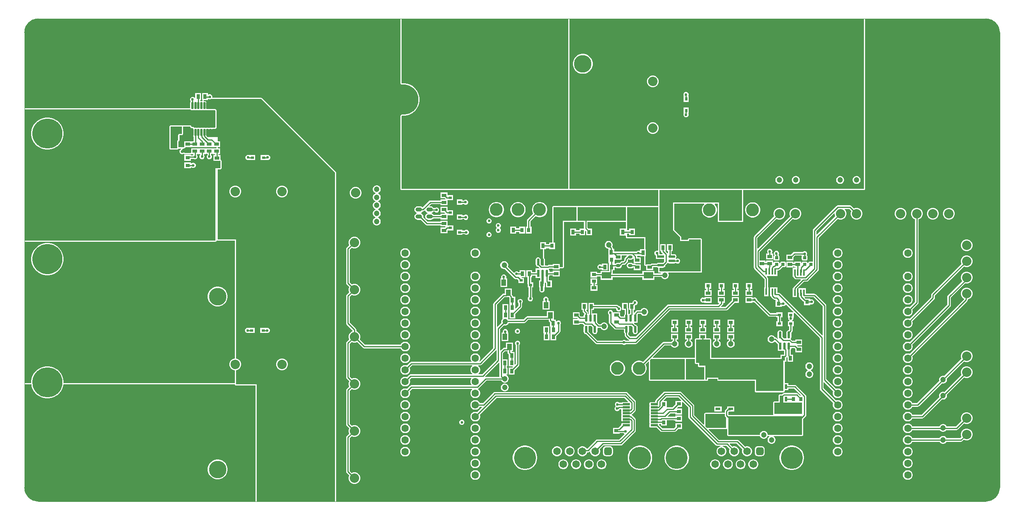
<source format=gtl>
G04*
G04 #@! TF.GenerationSoftware,Altium Limited,Altium Designer,23.10.1 (27)*
G04*
G04 Layer_Physical_Order=1*
G04 Layer_Color=255*
%FSLAX25Y25*%
%MOIN*%
G70*
G04*
G04 #@! TF.SameCoordinates,CFD1AF01-5425-4A94-9F85-96FFE65A43DD*
G04*
G04*
G04 #@! TF.FilePolarity,Positive*
G04*
G01*
G75*
%ADD10C,0.01000*%
%ADD22C,0.00039*%
%ADD24R,0.02953X0.03937*%
%ADD25R,0.03150X0.02362*%
%ADD26R,0.03740X0.03150*%
%ADD27R,0.03937X0.02953*%
G04:AMPARAMS|DCode=28|XSize=59.06mil|YSize=17.72mil|CornerRadius=1.95mil|HoleSize=0mil|Usage=FLASHONLY|Rotation=90.000|XOffset=0mil|YOffset=0mil|HoleType=Round|Shape=RoundedRectangle|*
%AMROUNDEDRECTD28*
21,1,0.05906,0.01382,0,0,90.0*
21,1,0.05516,0.01772,0,0,90.0*
1,1,0.00390,0.00691,0.02758*
1,1,0.00390,0.00691,-0.02758*
1,1,0.00390,-0.00691,-0.02758*
1,1,0.00390,-0.00691,0.02758*
%
%ADD28ROUNDEDRECTD28*%
%ADD29R,0.02953X0.03740*%
G04:AMPARAMS|DCode=30|XSize=60.62mil|YSize=22.28mil|CornerRadius=11.14mil|HoleSize=0mil|Usage=FLASHONLY|Rotation=0.000|XOffset=0mil|YOffset=0mil|HoleType=Round|Shape=RoundedRectangle|*
%AMROUNDEDRECTD30*
21,1,0.06062,0.00000,0,0,0.0*
21,1,0.03834,0.02228,0,0,0.0*
1,1,0.02228,0.01917,0.00000*
1,1,0.02228,-0.01917,0.00000*
1,1,0.02228,-0.01917,0.00000*
1,1,0.02228,0.01917,0.00000*
%
%ADD30ROUNDEDRECTD30*%
%ADD31R,0.06062X0.02228*%
%ADD32O,0.03937X0.02756*%
%ADD33R,0.03937X0.02756*%
%ADD34R,0.03740X0.02953*%
%ADD35R,0.08268X0.05512*%
%ADD36R,0.03150X0.03740*%
%ADD37R,0.05512X0.08268*%
%ADD38O,0.05512X0.03543*%
%ADD39R,0.02228X0.06062*%
G04:AMPARAMS|DCode=40|XSize=60.62mil|YSize=22.28mil|CornerRadius=11.14mil|HoleSize=0mil|Usage=FLASHONLY|Rotation=90.000|XOffset=0mil|YOffset=0mil|HoleType=Round|Shape=RoundedRectangle|*
%AMROUNDEDRECTD40*
21,1,0.06062,0.00000,0,0,90.0*
21,1,0.03834,0.02228,0,0,90.0*
1,1,0.02228,0.00000,0.01917*
1,1,0.02228,0.00000,-0.01917*
1,1,0.02228,0.00000,-0.01917*
1,1,0.02228,0.00000,0.01917*
%
%ADD40ROUNDEDRECTD40*%
%ADD41R,0.06299X0.12598*%
%ADD42R,0.02165X0.04134*%
%ADD43R,0.11024X0.04134*%
%ADD44R,0.23622X0.07874*%
G04:AMPARAMS|DCode=45|XSize=29.92mil|YSize=26mil|CornerRadius=3.25mil|HoleSize=0mil|Usage=FLASHONLY|Rotation=180.000|XOffset=0mil|YOffset=0mil|HoleType=Round|Shape=RoundedRectangle|*
%AMROUNDEDRECTD45*
21,1,0.02992,0.01950,0,0,180.0*
21,1,0.02342,0.02600,0,0,180.0*
1,1,0.00650,-0.01171,0.00975*
1,1,0.00650,0.01171,0.00975*
1,1,0.00650,0.01171,-0.00975*
1,1,0.00650,-0.01171,-0.00975*
%
%ADD45ROUNDEDRECTD45*%
%ADD46R,0.08268X0.06496*%
G04:AMPARAMS|DCode=47|XSize=31.5mil|YSize=29.53mil|CornerRadius=3.69mil|HoleSize=0mil|Usage=FLASHONLY|Rotation=180.000|XOffset=0mil|YOffset=0mil|HoleType=Round|Shape=RoundedRectangle|*
%AMROUNDEDRECTD47*
21,1,0.03150,0.02215,0,0,180.0*
21,1,0.02411,0.02953,0,0,180.0*
1,1,0.00738,-0.01206,0.01107*
1,1,0.00738,0.01206,0.01107*
1,1,0.00738,0.01206,-0.01107*
1,1,0.00738,-0.01206,-0.01107*
%
%ADD47ROUNDEDRECTD47*%
%ADD48R,0.01772X0.05709*%
%ADD49R,0.04134X0.02362*%
%ADD50R,0.07874X0.07874*%
%ADD51R,0.03150X0.03150*%
%ADD52R,0.02362X0.03150*%
%ADD53R,0.03937X0.05512*%
G04:AMPARAMS|DCode=54|XSize=17.72mil|YSize=62.99mil|CornerRadius=1.95mil|HoleSize=0mil|Usage=FLASHONLY|Rotation=270.000|XOffset=0mil|YOffset=0mil|HoleType=Round|Shape=RoundedRectangle|*
%AMROUNDEDRECTD54*
21,1,0.01772,0.05909,0,0,270.0*
21,1,0.01382,0.06299,0,0,270.0*
1,1,0.00390,-0.02955,-0.00691*
1,1,0.00390,-0.02955,0.00691*
1,1,0.00390,0.02955,0.00691*
1,1,0.00390,0.02955,-0.00691*
%
%ADD54ROUNDEDRECTD54*%
%ADD85C,0.11614*%
%ADD92C,0.01968*%
%ADD94R,0.02756X0.02362*%
G04:AMPARAMS|DCode=95|XSize=133.86mil|YSize=196.85mil|CornerRadius=2.01mil|HoleSize=0mil|Usage=FLASHONLY|Rotation=90.000|XOffset=0mil|YOffset=0mil|HoleType=Round|Shape=RoundedRectangle|*
%AMROUNDEDRECTD95*
21,1,0.13386,0.19284,0,0,90.0*
21,1,0.12984,0.19685,0,0,90.0*
1,1,0.00402,0.09642,0.06492*
1,1,0.00402,0.09642,-0.06492*
1,1,0.00402,-0.09642,-0.06492*
1,1,0.00402,-0.09642,0.06492*
%
%ADD95ROUNDEDRECTD95*%
%ADD96C,0.01968*%
%ADD97C,0.08000*%
%ADD98C,0.06299*%
%ADD99C,0.04724*%
%ADD100C,0.25591*%
%ADD101C,0.11000*%
G04:AMPARAMS|DCode=102|XSize=984.25mil|YSize=551.18mil|CornerRadius=137.8mil|HoleSize=0mil|Usage=FLASHONLY|Rotation=0.000|XOffset=0mil|YOffset=0mil|HoleType=Round|Shape=RoundedRectangle|*
%AMROUNDEDRECTD102*
21,1,0.98425,0.27559,0,0,0.0*
21,1,0.70866,0.55118,0,0,0.0*
1,1,0.27559,0.35433,-0.13780*
1,1,0.27559,-0.35433,-0.13780*
1,1,0.27559,-0.35433,0.13780*
1,1,0.27559,0.35433,0.13780*
%
%ADD102ROUNDEDRECTD102*%
%ADD103C,0.15000*%
%ADD104C,0.18898*%
%ADD105C,0.06496*%
G04:AMPARAMS|DCode=106|XSize=64.96mil|YSize=64.96mil|CornerRadius=16.24mil|HoleSize=0mil|Usage=FLASHONLY|Rotation=0.000|XOffset=0mil|YOffset=0mil|HoleType=Round|Shape=RoundedRectangle|*
%AMROUNDEDRECTD106*
21,1,0.06496,0.03248,0,0,0.0*
21,1,0.03248,0.06496,0,0,0.0*
1,1,0.03248,0.01624,-0.01624*
1,1,0.03248,-0.01624,-0.01624*
1,1,0.03248,-0.01624,0.01624*
1,1,0.03248,0.01624,0.01624*
%
%ADD106ROUNDEDRECTD106*%
G04:AMPARAMS|DCode=107|XSize=984.25mil|YSize=551.18mil|CornerRadius=137.8mil|HoleSize=0mil|Usage=FLASHONLY|Rotation=270.000|XOffset=0mil|YOffset=0mil|HoleType=Round|Shape=RoundedRectangle|*
%AMROUNDEDRECTD107*
21,1,0.98425,0.27559,0,0,270.0*
21,1,0.70866,0.55118,0,0,270.0*
1,1,0.27559,-0.13780,-0.35433*
1,1,0.27559,-0.13780,0.35433*
1,1,0.27559,0.13780,0.35433*
1,1,0.27559,0.13780,-0.35433*
%
%ADD107ROUNDEDRECTD107*%
%ADD108C,0.02362*%
G36*
X825144Y413184D02*
X826639Y412783D01*
X828070Y412190D01*
X829411Y411416D01*
X830639Y410474D01*
X831734Y409379D01*
X832676Y408151D01*
X833450Y406810D01*
X834043Y405379D01*
X834443Y403884D01*
X834646Y402349D01*
X834646Y401575D01*
X834646Y401575D01*
X834646Y401575D01*
Y251969D01*
X834646Y11811D01*
X834646Y11037D01*
X834444Y9502D01*
X834043Y8006D01*
X833450Y6576D01*
X832676Y5235D01*
X831734Y4007D01*
X830639Y2912D01*
X829411Y1969D01*
X828070Y1195D01*
X826639Y603D01*
X825144Y202D01*
X823609Y-0D01*
X822835Y0D01*
X266768D01*
Y281496D01*
X266690Y281886D01*
X266469Y282217D01*
X203477Y345209D01*
X203146Y345430D01*
X202756Y345508D01*
X161079D01*
X160801Y345923D01*
X160843Y346023D01*
Y346890D01*
X160511Y347692D01*
X159897Y348306D01*
X159095Y348638D01*
X158228D01*
X157504Y348338D01*
X157198Y348460D01*
X157004Y348591D01*
Y349586D01*
X152051D01*
Y343649D01*
X152304D01*
X152437Y343194D01*
X152137Y342801D01*
X150843D01*
X150471Y343149D01*
X150473Y343649D01*
X151098D01*
Y349586D01*
X146146D01*
Y345683D01*
X146116Y345664D01*
X145646Y345529D01*
X145133Y346042D01*
X144332Y346374D01*
X143464D01*
X142662Y346042D01*
X142049Y345428D01*
X141717Y344627D01*
Y343759D01*
X142049Y342957D01*
X142092Y342914D01*
X142259Y342444D01*
X141995Y342049D01*
X141902Y341583D01*
Y336649D01*
X0D01*
X-0Y336649D01*
Y401575D01*
X-0Y402349D01*
X202Y403884D01*
X603Y405379D01*
X1195Y406810D01*
X1969Y408151D01*
X2912Y409379D01*
X4007Y410474D01*
X5235Y411416D01*
X6576Y412190D01*
X8006Y412783D01*
X9502Y413184D01*
X11037Y413386D01*
X11811Y413386D01*
X11811Y413386D01*
X321815D01*
Y358197D01*
X321823Y358157D01*
X321818Y358117D01*
X321862Y357964D01*
X321893Y357807D01*
X321915Y357773D01*
X321926Y357734D01*
X322025Y357609D01*
X322114Y357476D01*
X322147Y357454D01*
X322172Y357422D01*
X322553Y357097D01*
X322588Y357077D01*
X322616Y357048D01*
X322761Y356981D01*
X322900Y356903D01*
X322940Y356898D01*
X322977Y356881D01*
X323136Y356875D01*
X323295Y356856D01*
X323334Y356867D01*
X323374Y356866D01*
X323404Y356870D01*
X325415D01*
X327401Y356556D01*
X329314Y355934D01*
X331105Y355021D01*
X332732Y353839D01*
X334154Y352417D01*
X335336Y350790D01*
X336249Y348999D01*
X336871Y347086D01*
X337185Y345100D01*
Y343089D01*
X336871Y341103D01*
X336249Y339190D01*
X335336Y337399D01*
X334154Y335772D01*
X332732Y334350D01*
X331105Y333168D01*
X329314Y332255D01*
X327401Y331633D01*
X325415Y331319D01*
X323404D01*
X323374Y331324D01*
X323334Y331322D01*
X323295Y331333D01*
X323136Y331314D01*
X322977Y331308D01*
X322940Y331291D01*
X322900Y331286D01*
X322761Y331208D01*
X322616Y331141D01*
X322588Y331112D01*
X322553Y331092D01*
X322172Y330767D01*
X322147Y330735D01*
X322114Y330713D01*
X322025Y330580D01*
X321926Y330455D01*
X321915Y330416D01*
X321893Y330382D01*
X321862Y330225D01*
X321818Y330072D01*
X321823Y330031D01*
X321815Y329992D01*
Y267717D01*
X321893Y267326D01*
X322114Y266996D01*
X322445Y266775D01*
X322835Y266697D01*
X465516D01*
X465906Y266775D01*
X466026Y266855D01*
X466145Y266775D01*
X466535Y266697D01*
X542287D01*
Y252988D01*
X515748D01*
X515358Y252910D01*
X515238Y252831D01*
X515119Y252910D01*
X514728Y252988D01*
X473460D01*
X473070Y252910D01*
X472951Y252831D01*
X472831Y252910D01*
X472441Y252988D01*
X452756D01*
X452366Y252910D01*
X452035Y252690D01*
X451814Y252359D01*
X451736Y251969D01*
Y221768D01*
X449000D01*
Y220427D01*
X446374D01*
Y221866D01*
X441421D01*
Y215929D01*
X443862D01*
Y208477D01*
X443882Y208379D01*
Y208278D01*
X443920Y208186D01*
X443940Y208087D01*
X443996Y208004D01*
X444034Y207911D01*
X444094Y207851D01*
X444424Y207356D01*
X444529Y206829D01*
Y203196D01*
X444433Y202710D01*
Y202710D01*
X444433Y202710D01*
X444433Y202511D01*
X444410Y202295D01*
X444016Y202011D01*
X442901D01*
X441809Y203103D01*
Y206929D01*
X441645Y207754D01*
X441178Y208453D01*
X440478Y208921D01*
X439653Y209085D01*
X438829Y208921D01*
X438130Y208453D01*
X437662Y207754D01*
X437498Y206929D01*
Y203095D01*
X437662Y202271D01*
X438130Y201571D01*
X438829Y201104D01*
X439644Y200942D01*
X440652Y199934D01*
X440460Y199472D01*
X437540D01*
Y196411D01*
X434563D01*
Y197850D01*
X429610D01*
Y191913D01*
X430557D01*
Y186221D01*
X430674Y185635D01*
X430693Y185606D01*
Y183252D01*
X431541D01*
Y175177D01*
X431222Y174857D01*
X430890Y174056D01*
Y173188D01*
X431222Y172387D01*
X431835Y171773D01*
X432637Y171441D01*
X433505D01*
X434306Y171773D01*
X434920Y172387D01*
X435252Y173188D01*
Y174056D01*
X434920Y174857D01*
X434600Y175177D01*
Y183252D01*
X435449D01*
Y187614D01*
X433616D01*
Y191913D01*
X434563D01*
Y193352D01*
X437540D01*
Y191411D01*
X441321D01*
Y189195D01*
X440465D01*
Y183258D01*
X440918D01*
Y181984D01*
X440732Y181536D01*
Y180668D01*
X441064Y179867D01*
X441678Y179253D01*
X442480Y178921D01*
X443347D01*
X444149Y179253D01*
X444762Y179867D01*
X445094Y180668D01*
Y181536D01*
X444964Y181851D01*
Y183258D01*
X445417D01*
Y187401D01*
X445917Y187552D01*
X446052Y187350D01*
X446370Y187032D01*
Y183258D01*
X451323D01*
Y189195D01*
X448663D01*
Y192008D01*
X449125Y192700D01*
X449289Y193524D01*
Y193549D01*
X452150D01*
Y192602D01*
X458087D01*
Y197555D01*
X452150D01*
Y196608D01*
X449289D01*
Y197359D01*
X449125Y198183D01*
X448866Y198571D01*
X448855Y198652D01*
X449007Y199205D01*
X449298Y199400D01*
X449353Y199455D01*
X452150D01*
Y198508D01*
X458087D01*
Y199768D01*
X460630D01*
X461020Y199845D01*
X461351Y200066D01*
X461572Y200397D01*
X461650Y200787D01*
Y239138D01*
X472441D01*
X472831Y239215D01*
X472951Y239295D01*
X473070Y239215D01*
X473460Y239138D01*
X478786D01*
Y233957D01*
X478475Y233579D01*
X474984D01*
Y232238D01*
X471965D01*
Y233677D01*
X467012D01*
Y227740D01*
X471965D01*
Y229179D01*
X474984D01*
Y227839D01*
X479937D01*
Y231364D01*
X480414Y231574D01*
X480693Y231350D01*
Y227839D01*
X485646D01*
Y233579D01*
X482856D01*
X481844Y234590D01*
Y239138D01*
X514728D01*
Y234076D01*
X514484Y233677D01*
X509531D01*
Y227740D01*
X514484D01*
X514728Y227341D01*
Y226378D01*
X514806Y225988D01*
X515027Y225657D01*
X515358Y225436D01*
X515748Y225358D01*
X530477D01*
Y215961D01*
X526854D01*
Y214977D01*
X526354Y214643D01*
X526024Y214779D01*
X525157D01*
X524355Y214447D01*
X523764Y213856D01*
X504642D01*
Y216354D01*
X503695D01*
Y216854D01*
X503578Y217440D01*
X503247Y217936D01*
X503009Y218173D01*
X503133Y218387D01*
X503362Y219242D01*
Y220128D01*
X503133Y220983D01*
X502690Y221749D01*
X502064Y222375D01*
X501298Y222818D01*
X500443Y223047D01*
X499557D01*
X498702Y222818D01*
X497936Y222375D01*
X497310Y221749D01*
X496867Y220983D01*
X496638Y220128D01*
Y219242D01*
X496867Y218387D01*
X497310Y217621D01*
X497936Y216995D01*
X498702Y216552D01*
X499557Y216323D01*
X499689D01*
Y210417D01*
X499791D01*
X499886Y209957D01*
X499886D01*
Y204217D01*
X499988D01*
X500083Y203756D01*
X500083D01*
Y197819D01*
X500333D01*
Y197260D01*
X493094D01*
Y195722D01*
X490272D01*
Y196669D01*
X484531D01*
Y191717D01*
X490272D01*
Y192664D01*
X493094D01*
Y189748D01*
X503362D01*
Y191975D01*
X528921D01*
Y189748D01*
X539189D01*
Y192171D01*
X545032D01*
X545341Y191636D01*
X545967Y191010D01*
X546734Y190568D01*
X547589Y190339D01*
X548474D01*
X549329Y190568D01*
X550096Y191010D01*
X550722Y191636D01*
X551165Y192403D01*
X551394Y193258D01*
Y194143D01*
X551165Y194999D01*
X550973Y195331D01*
X551261Y195831D01*
X578740D01*
X579130Y195908D01*
X579461Y196129D01*
X579682Y196460D01*
X579760Y196850D01*
Y224410D01*
X579682Y224800D01*
X579461Y225130D01*
X579130Y225351D01*
X578740Y225429D01*
X568716D01*
X568326Y225351D01*
X567996Y225130D01*
X567774Y224800D01*
X567697Y224410D01*
Y223838D01*
X562224D01*
Y226197D01*
X562147Y226587D01*
X561926Y226918D01*
X556138Y232706D01*
Y254886D01*
X581628D01*
X581835Y254386D01*
X581180Y253730D01*
X580468Y252666D01*
X579978Y251483D01*
X579728Y250227D01*
Y248947D01*
X579978Y247691D01*
X580468Y246508D01*
X581180Y245443D01*
X582085Y244538D01*
X583149Y243827D01*
X584332Y243337D01*
X585588Y243087D01*
X586868D01*
X588124Y243337D01*
X589307Y243827D01*
X590372Y244538D01*
X591277Y245443D01*
X591989Y246508D01*
X592479Y247691D01*
X592728Y248947D01*
Y250227D01*
X592479Y251483D01*
X591989Y252666D01*
X591277Y253730D01*
X590622Y254386D01*
X590829Y254886D01*
X593469D01*
Y240158D01*
X593546Y239767D01*
X593767Y239437D01*
X594098Y239215D01*
X594488Y239138D01*
X614173D01*
X614563Y239215D01*
X614894Y239437D01*
X615115Y239767D01*
X615193Y240158D01*
Y266697D01*
X718504D01*
X718894Y266775D01*
X719225Y266996D01*
X719446Y267326D01*
X719523Y267717D01*
Y413386D01*
X822835Y413386D01*
X823609Y413386D01*
X825144Y413184D01*
D02*
G37*
G36*
X265748Y281496D02*
Y0D01*
X198819D01*
Y100394D01*
X181102D01*
Y112426D01*
X182335Y112757D01*
X183476Y113415D01*
X184406Y114346D01*
X185065Y115486D01*
X185406Y116758D01*
Y118074D01*
X185065Y119346D01*
X184406Y120486D01*
X183476Y121417D01*
X182335Y122075D01*
X181102Y122405D01*
Y224410D01*
X165354D01*
Y284414D01*
X167634D01*
X168024Y284491D01*
X168355Y284712D01*
X168576Y285043D01*
X168653Y285433D01*
Y291618D01*
X168576Y292008D01*
X168355Y292339D01*
X168024Y292560D01*
X167634Y292638D01*
Y296571D01*
X166195D01*
Y297425D01*
X167535D01*
Y302378D01*
X165354D01*
Y303331D01*
X167535D01*
Y308283D01*
X165354D01*
Y312014D01*
X156900D01*
X155911Y313003D01*
X155956Y313233D01*
Y318748D01*
X156427Y318947D01*
X157197D01*
X157420Y318903D01*
X157687Y318792D01*
X157886Y318792D01*
X158085Y318792D01*
X158351Y318903D01*
X158575Y318947D01*
X159756D01*
X159979Y318903D01*
X160246Y318792D01*
X160445Y318792D01*
X160644D01*
X160910Y318903D01*
X161134Y318947D01*
X162315D01*
X162678Y318875D01*
X162687Y318871D01*
X162837Y318871D01*
X162986Y318856D01*
X163034Y318871D01*
X163085Y318871D01*
X163223Y318929D01*
X163366Y318972D01*
X163866Y319239D01*
X163982Y319334D01*
X164107Y319417D01*
X164135Y319460D01*
X164174Y319492D01*
X164245Y319624D01*
X164328Y319748D01*
X164338Y319798D01*
X164362Y319842D01*
X164376Y319991D01*
X164405Y320138D01*
Y334677D01*
X164376Y334824D01*
X164362Y334973D01*
X164338Y335018D01*
X164328Y335068D01*
X164245Y335192D01*
X164174Y335324D01*
X164135Y335356D01*
X164107Y335398D01*
X163982Y335482D01*
X163866Y335577D01*
X163366Y335844D01*
X163223Y335887D01*
X163085Y335945D01*
X163034Y335945D01*
X162986Y335959D01*
X162837Y335945D01*
X162687Y335945D01*
X162678Y335941D01*
X162315Y335869D01*
X161134D01*
X160910Y335913D01*
X160644Y336023D01*
X160445D01*
X160246Y336023D01*
X159979Y335913D01*
X159756Y335869D01*
X158575D01*
X158351Y335913D01*
X158085Y336023D01*
X157886Y336023D01*
X157687Y336023D01*
X157420Y335913D01*
X157197Y335869D01*
X156427D01*
X155956Y336067D01*
Y341583D01*
X155864Y342049D01*
X155600Y342444D01*
X155204Y342709D01*
X154738Y342801D01*
X153543D01*
Y343649D01*
X157004D01*
Y344488D01*
X157714D01*
X158228Y344276D01*
X159095D01*
X159608Y344488D01*
X202756D01*
X265748Y281496D01*
D02*
G37*
G36*
X465516Y267717D02*
X322835D01*
Y329992D01*
X323215Y330316D01*
X323324Y330299D01*
X325495D01*
X327640Y330639D01*
X329705Y331310D01*
X331640Y332296D01*
X333397Y333572D01*
X334932Y335107D01*
X336208Y336864D01*
X337194Y338799D01*
X337865Y340864D01*
X338205Y343009D01*
Y345180D01*
X337865Y347325D01*
X337194Y349390D01*
X336208Y351325D01*
X334932Y353081D01*
X333397Y354617D01*
X331640Y355893D01*
X329705Y356879D01*
X327640Y357550D01*
X325495Y357890D01*
X323324D01*
X323215Y357873D01*
X322835Y358197D01*
Y413386D01*
X465516D01*
Y267717D01*
D02*
G37*
G36*
X141995Y335601D02*
X142259Y335206D01*
X142654Y334942D01*
X143120Y334849D01*
X144502D01*
X144968Y334942D01*
X145090Y335023D01*
X145213Y334942D01*
X145679Y334849D01*
X147061D01*
X147527Y334942D01*
X147650Y335023D01*
X147772Y334942D01*
X148238Y334849D01*
X149620D01*
X150086Y334942D01*
X150209Y335023D01*
X150331Y334942D01*
X150797Y334849D01*
X152179D01*
X152645Y334942D01*
X152768Y335023D01*
X152890Y334942D01*
X153356Y334849D01*
X154738D01*
X155204Y334942D01*
X155327Y335023D01*
X155449Y334942D01*
X155915Y334849D01*
X157297D01*
X157763Y334942D01*
X157886Y335023D01*
X158008Y334942D01*
X158474Y334849D01*
X159856D01*
X160322Y334942D01*
X160445Y335023D01*
X160567Y334942D01*
X161033Y334849D01*
X162415D01*
X162882Y334942D01*
X162886Y334945D01*
X163386Y334677D01*
Y320138D01*
X162886Y319871D01*
X162882Y319874D01*
X162415Y319967D01*
X161033D01*
X160567Y319874D01*
X160445Y319792D01*
X160322Y319874D01*
X159856Y319967D01*
X158474D01*
X158008Y319874D01*
X157886Y319792D01*
X157763Y319874D01*
X157297Y319967D01*
X155915D01*
X155449Y319874D01*
X155327Y319792D01*
X155204Y319874D01*
X154738Y319967D01*
X153356D01*
X152890Y319874D01*
X152768Y319792D01*
X152645Y319874D01*
X152179Y319967D01*
X150797D01*
X150331Y319874D01*
X150209Y319792D01*
X150086Y319874D01*
X149620Y319967D01*
X148238D01*
X147772Y319874D01*
X147650Y319792D01*
X147527Y319874D01*
X147061Y319967D01*
X145679D01*
X145334Y319898D01*
X145148Y320212D01*
X145063Y320306D01*
X144992Y320412D01*
X144931Y320453D01*
X144882Y320508D01*
X144767Y320563D01*
X144661Y320633D01*
X144589Y320648D01*
X144523Y320679D01*
X144396Y320686D01*
X144271Y320711D01*
X143226D01*
X143055Y320745D01*
X142995Y320785D01*
X142955Y320845D01*
X142912Y321065D01*
X142873Y321158D01*
X142853Y321256D01*
X142798Y321340D01*
X142759Y321433D01*
X142688Y321504D01*
X142632Y321587D01*
X142549Y321643D01*
X142478Y321714D01*
X142385Y321752D01*
X142302Y321808D01*
X142203Y321828D01*
X142110Y321866D01*
X142010D01*
X141911Y321886D01*
X135665D01*
X135275Y321808D01*
X135155Y321728D01*
X135036Y321808D01*
X134646Y321886D01*
X125197D01*
X124807Y321808D01*
X124476Y321587D01*
X124255Y321256D01*
X124177Y320866D01*
Y302362D01*
X124255Y301972D01*
X124476Y301641D01*
X124807Y301420D01*
X125197Y301343D01*
X130709D01*
X131099Y301420D01*
X131430Y301641D01*
X131651Y301972D01*
X131684Y302139D01*
X131728Y302130D01*
X134126D01*
X134226Y301630D01*
X133804Y301455D01*
X133190Y300842D01*
X132858Y300040D01*
Y299172D01*
X133190Y298371D01*
X133804Y297757D01*
X134606Y297425D01*
X135473D01*
X136197Y297725D01*
X136697Y297526D01*
Y297425D01*
X142398D01*
X142766Y297425D01*
X143134Y297425D01*
X144467D01*
Y296610D01*
X144194Y296337D01*
X142535D01*
Y296866D01*
X136795D01*
Y291717D01*
X142535D01*
Y293278D01*
X144688D01*
X144761Y293205D01*
X145562Y292874D01*
X146430D01*
X147232Y293205D01*
X147845Y293819D01*
X148177Y294621D01*
Y295488D01*
X147845Y296290D01*
X147552Y296583D01*
Y297099D01*
X147879Y297425D01*
X148967Y297425D01*
X149335Y297425D01*
X150552D01*
Y296824D01*
X150233Y296505D01*
X149901Y295703D01*
Y294835D01*
X150233Y294034D01*
X150846Y293420D01*
X151648Y293088D01*
X152515D01*
X153317Y293420D01*
X153931Y294034D01*
X154263Y294835D01*
Y295703D01*
X153931Y296505D01*
X153611Y296824D01*
Y297425D01*
X154821D01*
X155035Y297425D01*
X155513Y297479D01*
X156640D01*
Y296732D01*
X156320Y296413D01*
X155988Y295611D01*
Y294743D01*
X156320Y293942D01*
X156934Y293328D01*
X157735Y292996D01*
X158603D01*
X159405Y293328D01*
X160018Y293942D01*
X160350Y294743D01*
Y295611D01*
X160018Y296413D01*
X159699Y296732D01*
Y297479D01*
X161121D01*
X161598Y297425D01*
X161714Y297425D01*
X163136D01*
Y296571D01*
X161697D01*
Y291618D01*
X167634D01*
Y285433D01*
X163386D01*
Y223425D01*
X0D01*
Y335630D01*
X141989D01*
X141995Y335601D01*
D02*
G37*
G36*
X141995Y320447D02*
X142260Y320050D01*
X142657Y319785D01*
X143126Y319691D01*
X144271D01*
X144551Y319219D01*
X144549Y319191D01*
X144461Y318748D01*
Y313233D01*
X144554Y312767D01*
X144769Y312444D01*
Y308283D01*
X142898D01*
Y308283D01*
X142634D01*
Y308283D01*
X136697D01*
Y303331D01*
X136272Y303150D01*
X131728D01*
Y308338D01*
X132000Y308393D01*
X132331Y308614D01*
X132552Y308945D01*
X132630Y309335D01*
Y313547D01*
X134646D01*
X135036Y313625D01*
X135367Y313846D01*
X135588Y314177D01*
X135665Y314567D01*
Y320866D01*
X141911D01*
X141995Y320447D01*
D02*
G37*
G36*
X161598Y303331D02*
X161598Y303331D01*
X162095Y303331D01*
X164335D01*
Y302378D01*
X161599D01*
Y302378D01*
X161236Y302432D01*
X161236Y302432D01*
X161121Y302432D01*
X155513D01*
X155299Y302432D01*
X155299Y302432D01*
X155035Y302378D01*
Y302378D01*
X149099D01*
Y302378D01*
X148835D01*
Y302378D01*
X142898D01*
Y298890D01*
X142398Y298445D01*
X137122D01*
X137087Y298468D01*
X137080Y298469D01*
X137074Y298473D01*
X136574Y298672D01*
X136385Y298707D01*
X136197Y298745D01*
X136190Y298743D01*
X136183Y298744D01*
X135995Y298704D01*
X135807Y298667D01*
X135270Y298445D01*
X134808D01*
X134381Y298622D01*
X134055Y298948D01*
X133878Y299375D01*
Y299837D01*
X134055Y300264D01*
X134381Y300591D01*
X134616Y300688D01*
X134699Y300744D01*
X134792Y300782D01*
X134863Y300853D01*
X134947Y300909D01*
X135002Y300993D01*
X135073Y301064D01*
X135112Y301156D01*
X135168Y301240D01*
X135187Y301338D01*
X135226Y301431D01*
Y301532D01*
X135245Y301630D01*
X135513Y302130D01*
X136272D01*
X136277Y302131D01*
X136282Y302130D01*
X136472Y302170D01*
X136662Y302208D01*
X136666Y302211D01*
X136672Y302212D01*
X137097Y302393D01*
X137257Y302502D01*
X137418Y302610D01*
X137421Y302614D01*
X137425Y302617D01*
X137531Y302779D01*
X137639Y302941D01*
X137640Y302946D01*
X137643Y302950D01*
X137679Y303141D01*
X137716Y303331D01*
X142634D01*
Y303331D01*
X142898D01*
Y303331D01*
X148835D01*
Y303331D01*
X149099D01*
Y303331D01*
X155035D01*
Y303331D01*
X155035Y303331D01*
X155513Y303384D01*
X161123D01*
X161598Y303331D01*
D02*
G37*
G36*
X134646Y314567D02*
X132630D01*
X132240Y314489D01*
X131909Y314268D01*
X131688Y313937D01*
X131610Y313547D01*
Y309335D01*
X131520D01*
X131437Y309300D01*
X131338Y309280D01*
X131255Y309225D01*
X131162Y309186D01*
X131091Y309115D01*
X131007Y309060D01*
X130951Y308976D01*
X130880Y308905D01*
X130842Y308812D01*
X130786Y308729D01*
X130767Y308630D01*
X130728Y308538D01*
Y308437D01*
X130709Y308338D01*
Y303150D01*
X130771Y302836D01*
X130729Y302714D01*
X130709Y302683D01*
Y302362D01*
X125197D01*
Y302463D01*
Y320766D01*
Y320866D01*
X134646D01*
Y314567D01*
D02*
G37*
G36*
X718504Y267717D02*
X466535D01*
Y413386D01*
X718504D01*
Y267717D01*
D02*
G37*
G36*
X614173Y240158D02*
X594488D01*
Y255906D01*
X587780D01*
X586868Y256087D01*
X585588D01*
X584677Y255906D01*
X555118D01*
Y232283D01*
X561205Y226197D01*
Y222819D01*
X568716D01*
Y224410D01*
X578740D01*
Y196850D01*
X549268D01*
X548474Y197063D01*
X547589D01*
X546795Y196850D01*
X543307D01*
Y200010D01*
X546344D01*
X547169Y200174D01*
X547868Y200641D01*
X548335Y201341D01*
X548499Y202165D01*
X548493Y202195D01*
X550039Y203741D01*
X550234Y204033D01*
X550788Y204184D01*
X550868Y204174D01*
X551256Y203914D01*
X552081Y203750D01*
X555915D01*
X556740Y203914D01*
X557431Y204376D01*
X557500D01*
X557820Y204057D01*
X558621Y203724D01*
X559489D01*
X560291Y204057D01*
X560904Y204670D01*
X561236Y205472D01*
Y206339D01*
X560904Y207141D01*
X560291Y207755D01*
X559489Y208087D01*
X558621D01*
X557820Y207755D01*
X557795Y207730D01*
X557747Y207750D01*
X557722Y207780D01*
X557595Y208354D01*
X557906Y208821D01*
X558070Y209646D01*
X557906Y210471D01*
X557439Y211170D01*
X556740Y211637D01*
X555915Y211801D01*
X553892D01*
Y214354D01*
X554839D01*
Y220291D01*
X549886D01*
Y214354D01*
X550833D01*
Y212687D01*
X550737Y212610D01*
X550066Y212713D01*
X550039Y212753D01*
X548788Y214005D01*
X548933Y214354D01*
X548933D01*
Y220291D01*
X543980D01*
Y214354D01*
X544815D01*
Y214286D01*
X544931Y213700D01*
X545263Y213204D01*
X546246Y212222D01*
X546054Y211759D01*
X543893D01*
X543520Y212165D01*
Y213032D01*
X543307Y213545D01*
Y266697D01*
X614173D01*
Y240158D01*
D02*
G37*
G36*
X514728D02*
X473460D01*
Y251969D01*
X514728D01*
Y240158D01*
D02*
G37*
G36*
X542287Y215016D02*
X541872Y214738D01*
X541772Y214779D01*
X540905D01*
X540103Y214447D01*
X539490Y213834D01*
X539157Y213032D01*
Y212165D01*
X539490Y211363D01*
X540103Y210749D01*
X540367Y210640D01*
Y210260D01*
X540396Y210112D01*
Y207532D01*
X547429D01*
Y205456D01*
X546293Y204321D01*
X542510D01*
X541685Y204156D01*
X540994Y203695D01*
X537106D01*
X536521Y203578D01*
X536025Y203247D01*
X535845Y203067D01*
X532071D01*
Y202756D01*
X531496D01*
Y210024D01*
X531807D01*
Y215961D01*
X531496D01*
Y226378D01*
X515748D01*
Y229179D01*
X517504D01*
Y227839D01*
X522457D01*
Y233579D01*
X517504D01*
Y232238D01*
X515748D01*
Y251969D01*
X542287D01*
Y215016D01*
D02*
G37*
G36*
X472441Y240158D02*
X460630D01*
Y200787D01*
X458087D01*
Y203461D01*
X452150D01*
Y202514D01*
X448719D01*
X448134Y202397D01*
X447638Y202066D01*
X447583Y202011D01*
X445767D01*
X445433Y202511D01*
X445549Y203095D01*
Y206929D01*
X445385Y207754D01*
X444918Y208453D01*
X444882Y208477D01*
Y215929D01*
X446374D01*
Y216535D01*
X449000D01*
Y216028D01*
X453953D01*
Y221768D01*
X452756D01*
Y251969D01*
X472441D01*
Y240158D01*
D02*
G37*
G36*
X515658Y210297D02*
X515656Y210291D01*
X515512Y210194D01*
X513787Y208469D01*
X513455Y207973D01*
X513339Y207388D01*
Y206618D01*
X512394Y205674D01*
X511364D01*
X510779Y205558D01*
X510283Y205226D01*
X509352Y204295D01*
X508858Y204393D01*
X507677D01*
X506749Y204208D01*
X505963Y203683D01*
X505839Y203498D01*
X505429D01*
X505035Y203756D01*
Y204217D01*
X505035D01*
Y206680D01*
X505299Y207071D01*
X511236D01*
Y210797D01*
X515421D01*
X515658Y210297D01*
D02*
G37*
G36*
X525157Y210417D02*
X526024D01*
X526354Y210554D01*
X526854Y210220D01*
Y210024D01*
X530477D01*
Y202756D01*
X530554Y202366D01*
X530775Y202035D01*
X531106Y201814D01*
X531496Y201736D01*
X532071D01*
Y198114D01*
X538008D01*
Y200636D01*
X540994D01*
X541685Y200174D01*
X542296Y200053D01*
X542287Y200010D01*
Y196850D01*
X542365Y196460D01*
X542586Y196129D01*
X542917Y195908D01*
X543307Y195831D01*
X544340D01*
X544629Y195331D01*
X544571Y195230D01*
X539189D01*
Y197260D01*
X528921D01*
Y195033D01*
X503362D01*
Y195612D01*
X503392Y195760D01*
Y197819D01*
X505035D01*
Y200439D01*
X505839D01*
X505963Y200254D01*
X506749Y199729D01*
X507677Y199544D01*
X508858D01*
X509786Y199729D01*
X510573Y200254D01*
X511098Y201041D01*
X511266Y201883D01*
X511998Y202615D01*
X513028D01*
X513613Y202732D01*
X514109Y203063D01*
X515950Y204904D01*
X516281Y205400D01*
X516397Y205985D01*
Y206754D01*
X516905Y207262D01*
X516986Y207209D01*
X517913Y207024D01*
X519095D01*
X520022Y207209D01*
X520809Y207734D01*
X520912Y207888D01*
X521412Y207736D01*
Y207472D01*
X521441Y207325D01*
Y204020D01*
X527378D01*
Y208972D01*
X524470D01*
Y209672D01*
X524365Y210204D01*
X524495Y210384D01*
X524731Y210594D01*
X525157Y210417D01*
D02*
G37*
G36*
X180601Y121537D02*
X180712Y121463D01*
X180778Y121450D01*
X180839Y121421D01*
X181942Y121125D01*
X182850Y120601D01*
X183591Y119860D01*
X184115Y118952D01*
X184386Y117940D01*
Y116892D01*
X184115Y115879D01*
X183591Y114972D01*
X182850Y114231D01*
X181942Y113707D01*
X180839Y113411D01*
X180778Y113381D01*
X180712Y113368D01*
X180601Y113294D01*
X180582Y113285D01*
X180473Y113358D01*
X180083Y113435D01*
X179882D01*
X178869Y113707D01*
X177962Y114231D01*
X177220Y114972D01*
X176696Y115879D01*
X176425Y116892D01*
Y117940D01*
X176696Y118952D01*
X177220Y119860D01*
X177962Y120601D01*
X178869Y121125D01*
X179882Y121396D01*
X180083D01*
X180473Y121474D01*
X180582Y121547D01*
X180601Y121537D01*
D02*
G37*
G36*
X164964Y223467D02*
X165354Y223390D01*
X180083D01*
Y122416D01*
X179747D01*
X178476Y122075D01*
X177335Y121417D01*
X176405Y120486D01*
X175746Y119346D01*
X175406Y118074D01*
Y116758D01*
X175746Y115486D01*
X176405Y114346D01*
X177335Y113415D01*
X178476Y112757D01*
X179747Y112416D01*
X180083D01*
Y101413D01*
X33480D01*
Y103054D01*
X33141Y105199D01*
X32470Y107264D01*
X31484Y109199D01*
X30207Y110956D01*
X28672Y112491D01*
X26915Y113767D01*
X24981Y114753D01*
X22915Y115424D01*
X20771Y115764D01*
X18599D01*
X16455Y115424D01*
X14390Y114753D01*
X12455Y113767D01*
X10698Y112491D01*
X9163Y110956D01*
X7886Y109199D01*
X6900Y107264D01*
X6229Y105199D01*
X5890Y103054D01*
Y101413D01*
X0D01*
Y222406D01*
X0Y222406D01*
X163386D01*
X163776Y222483D01*
X164107Y222704D01*
X164328Y223035D01*
X164373Y223261D01*
X164750Y223481D01*
X164905Y223507D01*
X164964Y223467D01*
D02*
G37*
G36*
X22677Y114430D02*
X24589Y113808D01*
X26381Y112895D01*
X28008Y111713D01*
X29430Y110291D01*
X30612Y108664D01*
X31525Y106873D01*
X32146Y104960D01*
X32461Y102974D01*
Y101413D01*
X32538Y101023D01*
X32574Y100970D01*
X32533Y100926D01*
X32506Y100851D01*
X32461Y100784D01*
X32437Y100666D01*
X32396Y100553D01*
X32146Y98977D01*
X31525Y97064D01*
X30612Y95273D01*
X29430Y93646D01*
X28008Y92224D01*
X26381Y91042D01*
X24589Y90129D01*
X22677Y89507D01*
X20691Y89193D01*
X18680D01*
X16693Y89507D01*
X14781Y90129D01*
X12989Y91042D01*
X11362Y92224D01*
X9940Y93646D01*
X8758Y95273D01*
X7845Y97064D01*
X7224Y98977D01*
X6974Y100553D01*
X6933Y100666D01*
X6909Y100784D01*
X6865Y100851D01*
X6837Y100926D01*
X6796Y100970D01*
X6832Y101023D01*
X6909Y101413D01*
Y102974D01*
X7224Y104960D01*
X7845Y106873D01*
X8758Y108664D01*
X9940Y110291D01*
X11362Y111713D01*
X12989Y112895D01*
X14781Y113808D01*
X16693Y114430D01*
X18680Y114744D01*
X20691D01*
X22677Y114430D01*
D02*
G37*
G36*
X180160Y100004D02*
X180381Y99673D01*
X180712Y99452D01*
X181102Y99374D01*
X197799D01*
Y0D01*
X11037D01*
X9502Y202D01*
X8006Y603D01*
X6576Y1195D01*
X5235Y1969D01*
X4007Y2912D01*
X2912Y4007D01*
X1969Y5235D01*
X1195Y6576D01*
X603Y8006D01*
X202Y9502D01*
X0Y11037D01*
Y11811D01*
Y100394D01*
X5967D01*
X6229Y98738D01*
X6900Y96673D01*
X7886Y94738D01*
X9163Y92981D01*
X10698Y91446D01*
X12455Y90170D01*
X14390Y89184D01*
X16455Y88513D01*
X18599Y88173D01*
X20771D01*
X22915Y88513D01*
X24981Y89184D01*
X26915Y90170D01*
X28672Y91446D01*
X30207Y92981D01*
X31484Y94738D01*
X32470Y96673D01*
X33141Y98738D01*
X33403Y100394D01*
X180083D01*
X180160Y100004D01*
D02*
G37*
%LPC*%
G36*
X284123Y269173D02*
X282806D01*
X281535Y268832D01*
X280395Y268174D01*
X279464Y267243D01*
X278805Y266103D01*
X278465Y264831D01*
Y263515D01*
X278805Y262243D01*
X279464Y261103D01*
X280395Y260172D01*
X281535Y259514D01*
X282806Y259173D01*
X284123D01*
X285395Y259514D01*
X286535Y260172D01*
X287466Y261103D01*
X288124Y262243D01*
X288465Y263515D01*
Y264831D01*
X288124Y266103D01*
X287466Y267243D01*
X286535Y268174D01*
X285395Y268832D01*
X284123Y269173D01*
D02*
G37*
G36*
X374721Y258480D02*
X369965D01*
Y254118D01*
X374721D01*
Y254721D01*
X375955D01*
X376324Y254352D01*
X377125Y254020D01*
X377993D01*
X378795Y254352D01*
X379408Y254965D01*
X379740Y255767D01*
Y256635D01*
X379408Y257436D01*
X378795Y258050D01*
X377993Y258382D01*
X377125D01*
X376324Y258050D01*
X376053Y257779D01*
X374721D01*
Y258480D01*
D02*
G37*
G36*
X362024Y264484D02*
X356087D01*
Y259531D01*
X359861D01*
X360314Y259079D01*
X360151Y258602D01*
X360132Y258579D01*
X356087D01*
Y257632D01*
X347342D01*
X346756Y257515D01*
X346260Y257184D01*
X340838Y251762D01*
X340559Y251780D01*
X339981Y252224D01*
X339306Y252503D01*
X338583Y252599D01*
X336614D01*
X335891Y252503D01*
X335216Y252224D01*
X334637Y251780D01*
X334193Y251201D01*
X333914Y250527D01*
X333819Y249803D01*
X333914Y249080D01*
X334193Y248405D01*
X334637Y247826D01*
X335216Y247382D01*
X335891Y247103D01*
X335893Y247102D01*
Y246598D01*
X335891Y246598D01*
X335216Y246319D01*
X334637Y245874D01*
X334193Y245295D01*
X333914Y244621D01*
X333819Y243898D01*
X333914Y243174D01*
X334193Y242500D01*
X334637Y241921D01*
X335216Y241477D01*
X335891Y241197D01*
X336614Y241102D01*
X338583D01*
X339142Y241176D01*
X343407Y236911D01*
X343903Y236579D01*
X344488Y236463D01*
X356087D01*
Y235516D01*
X360106D01*
X360314Y235016D01*
X359861Y234563D01*
X356087D01*
Y229610D01*
X362024D01*
Y231541D01*
X362189Y231972D01*
X366945D01*
Y236335D01*
X362189D01*
X362024Y236766D01*
Y240469D01*
X356087D01*
Y239522D01*
X345122D01*
X341305Y243338D01*
X341378Y243898D01*
X341283Y244621D01*
X341004Y245295D01*
X340559Y245874D01*
X339981Y246319D01*
X339306Y246598D01*
X339304Y246598D01*
Y247102D01*
X339306Y247103D01*
X339981Y247382D01*
X340559Y247826D01*
X340967Y248357D01*
X341126D01*
X341711Y248474D01*
X342207Y248805D01*
X342507Y249105D01*
X343033Y248924D01*
X343248Y248405D01*
X343692Y247826D01*
X344271Y247382D01*
X344946Y247103D01*
X344948Y247102D01*
Y246598D01*
X344946Y246598D01*
X344271Y246319D01*
X343692Y245874D01*
X343248Y245295D01*
X342969Y244621D01*
X342874Y243898D01*
X342969Y243174D01*
X343248Y242500D01*
X343692Y241921D01*
X344271Y241477D01*
X344946Y241197D01*
X345669Y241102D01*
X347638D01*
X348361Y241197D01*
X349036Y241477D01*
X349615Y241921D01*
X349958Y242368D01*
X356087D01*
Y241421D01*
X362024D01*
Y244492D01*
X362090Y244965D01*
X366846D01*
Y249327D01*
X362090D01*
X362024Y249799D01*
Y252279D01*
X356087D01*
Y247327D01*
X359393D01*
X359442Y247253D01*
X359859Y246836D01*
X359668Y246374D01*
X356087D01*
Y245427D01*
X349958D01*
X349615Y245874D01*
X349036Y246319D01*
X348361Y246598D01*
X348359Y246598D01*
Y247102D01*
X348361Y247103D01*
X349036Y247382D01*
X349615Y247826D01*
X349882Y248175D01*
X351102D01*
X351520Y247757D01*
X352322Y247425D01*
X353190D01*
X353991Y247757D01*
X354605Y248371D01*
X354937Y249172D01*
Y250040D01*
X354605Y250842D01*
X353991Y251455D01*
X353190Y251787D01*
X352322D01*
X351520Y251455D01*
X351299Y251234D01*
X350033D01*
X349615Y251780D01*
X349036Y252224D01*
X348361Y252503D01*
X347638Y252599D01*
X346654D01*
X346463Y253061D01*
X347975Y254573D01*
X356087D01*
Y253626D01*
X362024D01*
Y257386D01*
X362090Y257858D01*
X366846D01*
Y262221D01*
X362090D01*
X362024Y262693D01*
Y264484D01*
D02*
G37*
G36*
X441577Y256305D02*
X440297D01*
X439041Y256055D01*
X437858Y255566D01*
X436794Y254854D01*
X435888Y253949D01*
X435177Y252884D01*
X434687Y251701D01*
X434437Y250446D01*
Y249165D01*
X434687Y247909D01*
X435177Y246726D01*
X435385Y246416D01*
X430513Y241544D01*
X430182Y241048D01*
X430065Y240463D01*
Y235154D01*
X429118D01*
Y229413D01*
X434071D01*
Y235154D01*
X433124D01*
Y239829D01*
X437547Y244253D01*
X437858Y244045D01*
X439041Y243555D01*
X440297Y243305D01*
X441577D01*
X442833Y243555D01*
X444016Y244045D01*
X445081Y244757D01*
X445986Y245662D01*
X446697Y246726D01*
X447187Y247909D01*
X447437Y249165D01*
Y250446D01*
X447187Y251701D01*
X446697Y252884D01*
X445986Y253949D01*
X445081Y254854D01*
X444016Y255566D01*
X442833Y256055D01*
X441577Y256305D01*
D02*
G37*
G36*
X423077D02*
X421797D01*
X420541Y256055D01*
X419358Y255566D01*
X418294Y254854D01*
X417388Y253949D01*
X416677Y252884D01*
X416187Y251701D01*
X415937Y250446D01*
Y249165D01*
X416187Y247909D01*
X416677Y246726D01*
X417388Y245662D01*
X418294Y244757D01*
X419358Y244045D01*
X420541Y243555D01*
X421797Y243305D01*
X423077D01*
X424333Y243555D01*
X425516Y244045D01*
X426580Y244757D01*
X427486Y245662D01*
X428197Y246726D01*
X428687Y247909D01*
X428937Y249165D01*
Y250446D01*
X428687Y251701D01*
X428197Y252884D01*
X427486Y253949D01*
X426580Y254854D01*
X425516Y255566D01*
X424333Y256055D01*
X423077Y256305D01*
D02*
G37*
G36*
X404577D02*
X403297D01*
X402041Y256055D01*
X400858Y255566D01*
X399794Y254854D01*
X398888Y253949D01*
X398177Y252884D01*
X397687Y251701D01*
X397437Y250446D01*
Y249165D01*
X397687Y247909D01*
X398177Y246726D01*
X398888Y245662D01*
X399794Y244757D01*
X400858Y244045D01*
X402041Y243555D01*
X403297Y243305D01*
X404577D01*
X405833Y243555D01*
X407016Y244045D01*
X408080Y244757D01*
X408986Y245662D01*
X409697Y246726D01*
X410187Y247909D01*
X410437Y249165D01*
Y250446D01*
X410187Y251701D01*
X409697Y252884D01*
X408986Y253949D01*
X408080Y254854D01*
X407016Y255566D01*
X405833Y256055D01*
X404577Y256305D01*
D02*
G37*
G36*
X623869Y256087D02*
X622588D01*
X621332Y255837D01*
X620149Y255347D01*
X619085Y254636D01*
X618180Y253730D01*
X617468Y252666D01*
X616978Y251483D01*
X616728Y250227D01*
Y248947D01*
X616978Y247691D01*
X617468Y246508D01*
X618180Y245443D01*
X619085Y244538D01*
X620149Y243827D01*
X621332Y243337D01*
X622588Y243087D01*
X623869D01*
X625124Y243337D01*
X626307Y243827D01*
X627372Y244538D01*
X628277Y245443D01*
X628989Y246508D01*
X629479Y247691D01*
X629728Y248947D01*
Y250227D01*
X629479Y251483D01*
X628989Y252666D01*
X628277Y253730D01*
X627372Y254636D01*
X626307Y255347D01*
X625124Y255837D01*
X623869Y256087D01*
D02*
G37*
G36*
X791919Y251457D02*
X790602D01*
X789331Y251116D01*
X788191Y250458D01*
X787260Y249527D01*
X786601Y248387D01*
X786261Y247115D01*
Y245798D01*
X786601Y244527D01*
X787260Y243387D01*
X788191Y242456D01*
X789331Y241797D01*
X790602Y241457D01*
X791919D01*
X793191Y241797D01*
X794331Y242456D01*
X795262Y243387D01*
X795920Y244527D01*
X796261Y245798D01*
Y247115D01*
X795920Y248387D01*
X795262Y249527D01*
X794331Y250458D01*
X793191Y251116D01*
X791919Y251457D01*
D02*
G37*
G36*
X778119D02*
X776802D01*
X775531Y251116D01*
X774391Y250458D01*
X773460Y249527D01*
X772801Y248387D01*
X772461Y247115D01*
Y245798D01*
X772801Y244527D01*
X773460Y243387D01*
X774391Y242456D01*
X775531Y241797D01*
X776802Y241457D01*
X778119D01*
X779391Y241797D01*
X780531Y242456D01*
X781462Y243387D01*
X782120Y244527D01*
X782461Y245798D01*
Y247115D01*
X782120Y248387D01*
X781462Y249527D01*
X780531Y250458D01*
X779391Y251116D01*
X778119Y251457D01*
D02*
G37*
G36*
X750519D02*
X749202D01*
X747931Y251116D01*
X746791Y250458D01*
X745860Y249527D01*
X745201Y248387D01*
X744861Y247115D01*
Y245798D01*
X745201Y244527D01*
X745860Y243387D01*
X746791Y242456D01*
X747931Y241797D01*
X749202Y241457D01*
X750519D01*
X751791Y241797D01*
X752931Y242456D01*
X753862Y243387D01*
X754520Y244527D01*
X754861Y245798D01*
Y247115D01*
X754520Y248387D01*
X753862Y249527D01*
X752931Y250458D01*
X751791Y251116D01*
X750519Y251457D01*
D02*
G37*
G36*
X706606Y253486D02*
X696028D01*
X695443Y253370D01*
X694947Y253038D01*
X675123Y233215D01*
X674792Y232718D01*
X674675Y232133D01*
Y205687D01*
X674380Y205444D01*
X672038D01*
X671521Y205341D01*
X671082Y205048D01*
X670789Y204610D01*
X670714Y204228D01*
X670204D01*
X670128Y204610D01*
X669835Y205048D01*
X669397Y205341D01*
X668880Y205444D01*
X666538D01*
X666021Y205341D01*
X665582Y205048D01*
X665289Y204610D01*
X665187Y204093D01*
Y203429D01*
X665177Y203423D01*
X664677Y203690D01*
Y205398D01*
X658740D01*
Y204451D01*
X658177D01*
Y205398D01*
X652240D01*
Y200445D01*
X658177D01*
Y201392D01*
X658740D01*
Y200445D01*
X660179D01*
Y199945D01*
X660134Y199890D01*
X657484D01*
Y192181D01*
X658089D01*
X658130Y191974D01*
X658462Y191478D01*
X659340Y190600D01*
X659837Y190268D01*
X660422Y190152D01*
X664209D01*
X664400Y189690D01*
X658462Y183751D01*
X658130Y183255D01*
X658014Y182670D01*
Y182567D01*
X657484D01*
Y174858D01*
X661256D01*
Y182220D01*
X667188Y188152D01*
X669383D01*
X669968Y188268D01*
X670464Y188600D01*
X679286Y197422D01*
X679618Y197918D01*
X679734Y198503D01*
Y225722D01*
X696017Y242005D01*
X696376Y241797D01*
X697648Y241457D01*
X698965D01*
X700236Y241797D01*
X701376Y242456D01*
X702307Y243387D01*
X702965Y244527D01*
X703306Y245798D01*
Y247115D01*
X702965Y248387D01*
X702307Y249527D01*
X701869Y249965D01*
X702060Y250427D01*
X705973D01*
X707654Y248746D01*
X707447Y248387D01*
X707106Y247115D01*
Y245798D01*
X707447Y244527D01*
X708105Y243387D01*
X709036Y242456D01*
X710176Y241797D01*
X711448Y241457D01*
X712765D01*
X714036Y241797D01*
X715176Y242456D01*
X716107Y243387D01*
X716765Y244527D01*
X717106Y245798D01*
Y247115D01*
X716765Y248387D01*
X716107Y249527D01*
X715176Y250458D01*
X714036Y251116D01*
X712765Y251457D01*
X711448D01*
X710176Y251116D01*
X709817Y250909D01*
X707688Y253038D01*
X707192Y253370D01*
X706606Y253486D01*
D02*
G37*
G36*
X660501Y251457D02*
X659184D01*
X657913Y251116D01*
X656773Y250458D01*
X655841Y249527D01*
X655183Y248387D01*
X654843Y247115D01*
Y245798D01*
X655183Y244527D01*
X655391Y244168D01*
X627716Y216493D01*
X627254Y216684D01*
Y225505D01*
X643753Y242005D01*
X644113Y241797D01*
X645384Y241457D01*
X646701D01*
X647972Y241797D01*
X649113Y242456D01*
X650043Y243387D01*
X650702Y244527D01*
X651043Y245798D01*
Y247115D01*
X650702Y248387D01*
X650043Y249527D01*
X649113Y250458D01*
X647972Y251116D01*
X646701Y251457D01*
X645384D01*
X644113Y251116D01*
X642973Y250458D01*
X642041Y249527D01*
X641383Y248387D01*
X641043Y247115D01*
Y245798D01*
X641383Y244527D01*
X641591Y244168D01*
X624643Y227220D01*
X624311Y226724D01*
X624195Y226139D01*
Y200170D01*
X624311Y199585D01*
X624643Y199089D01*
X633325Y190407D01*
Y183433D01*
X632969D01*
Y175724D01*
X636740D01*
Y183433D01*
X636384D01*
Y191040D01*
X636267Y191625D01*
X635936Y192122D01*
X635472Y192585D01*
X635663Y193047D01*
X644417D01*
Y197727D01*
X645268D01*
X645854Y197843D01*
X646350Y198175D01*
X648834Y200658D01*
X650364D01*
X650881Y200761D01*
X651319Y201054D01*
X651612Y201492D01*
X651715Y202009D01*
Y203959D01*
X651612Y204476D01*
X651319Y204914D01*
X650881Y205207D01*
X650364Y205310D01*
X648022D01*
X647505Y205207D01*
X647067Y204914D01*
X646774Y204476D01*
X646698Y204095D01*
X646188D01*
X646112Y204476D01*
X645819Y204914D01*
X645381Y205207D01*
X644864Y205310D01*
X642522D01*
X642005Y205207D01*
X641567Y204914D01*
X641274Y204476D01*
X641171Y203959D01*
Y203312D01*
X641171Y203312D01*
X641161Y203307D01*
X640661Y203624D01*
Y206264D01*
X634724D01*
Y205317D01*
X634161D01*
Y206264D01*
X629254D01*
Y213705D01*
X657553Y242005D01*
X657913Y241797D01*
X659184Y241457D01*
X660501D01*
X661772Y241797D01*
X662913Y242456D01*
X663843Y243387D01*
X664502Y244527D01*
X664843Y245798D01*
Y247115D01*
X664502Y248387D01*
X663843Y249527D01*
X662913Y250458D01*
X661772Y251116D01*
X660501Y251457D01*
D02*
G37*
G36*
X374721Y245587D02*
X369965D01*
Y241224D01*
X374721D01*
Y241827D01*
X376151D01*
X376520Y241458D01*
X377322Y241126D01*
X378190D01*
X378991Y241458D01*
X379605Y242072D01*
X379937Y242873D01*
Y243741D01*
X379605Y244543D01*
X378991Y245156D01*
X378190Y245488D01*
X377322D01*
X376520Y245156D01*
X376250Y244886D01*
X374721D01*
Y245587D01*
D02*
G37*
G36*
X398072Y242339D02*
X397204D01*
X396402Y242006D01*
X395789Y241393D01*
X395457Y240591D01*
Y239724D01*
X395789Y238922D01*
X396402Y238308D01*
X397204Y237976D01*
X398072D01*
X398873Y238308D01*
X399487Y238922D01*
X399819Y239724D01*
Y240591D01*
X399487Y241393D01*
X398873Y242006D01*
X398072Y242339D01*
D02*
G37*
G36*
X302017Y270685D02*
X301132D01*
X300277Y270456D01*
X299510Y270013D01*
X298884Y269387D01*
X298442Y268621D01*
X298213Y267765D01*
Y266880D01*
X298442Y266025D01*
X298884Y265258D01*
X299510Y264632D01*
X300277Y264190D01*
X300475Y264137D01*
Y263619D01*
X300277Y263566D01*
X299510Y263123D01*
X298884Y262497D01*
X298442Y261731D01*
X298213Y260876D01*
Y259990D01*
X298442Y259135D01*
X298884Y258369D01*
X299510Y257743D01*
X300277Y257300D01*
X300475Y257247D01*
Y256729D01*
X300277Y256676D01*
X299510Y256234D01*
X298884Y255608D01*
X298442Y254841D01*
X298213Y253986D01*
Y253101D01*
X298442Y252245D01*
X298884Y251479D01*
X299510Y250853D01*
X300277Y250410D01*
X300475Y250357D01*
Y249840D01*
X300277Y249787D01*
X299510Y249344D01*
X298884Y248718D01*
X298442Y247951D01*
X298213Y247096D01*
Y246211D01*
X298442Y245356D01*
X298884Y244589D01*
X299510Y243963D01*
X300277Y243520D01*
X300475Y243467D01*
Y242950D01*
X300277Y242897D01*
X299510Y242454D01*
X298884Y241828D01*
X298442Y241061D01*
X298213Y240206D01*
Y239321D01*
X298442Y238466D01*
X298884Y237699D01*
X299510Y237073D01*
X300277Y236631D01*
X301132Y236402D01*
X302017D01*
X302873Y236631D01*
X303639Y237073D01*
X304265Y237699D01*
X304708Y238466D01*
X304937Y239321D01*
Y240206D01*
X304708Y241061D01*
X304265Y241828D01*
X303639Y242454D01*
X302873Y242897D01*
X302675Y242950D01*
Y243467D01*
X302873Y243520D01*
X303639Y243963D01*
X304265Y244589D01*
X304708Y245356D01*
X304937Y246211D01*
Y247096D01*
X304708Y247951D01*
X304265Y248718D01*
X303639Y249344D01*
X302873Y249787D01*
X302675Y249840D01*
Y250357D01*
X302873Y250410D01*
X303639Y250853D01*
X304265Y251479D01*
X304708Y252245D01*
X304937Y253101D01*
Y253986D01*
X304708Y254841D01*
X304265Y255608D01*
X303639Y256234D01*
X302873Y256676D01*
X302675Y256729D01*
Y257247D01*
X302873Y257300D01*
X303639Y257743D01*
X304265Y258369D01*
X304708Y259135D01*
X304937Y259990D01*
Y260876D01*
X304708Y261731D01*
X304265Y262497D01*
X303639Y263123D01*
X302873Y263566D01*
X302675Y263619D01*
Y264137D01*
X302873Y264190D01*
X303639Y264632D01*
X304265Y265258D01*
X304708Y266025D01*
X304937Y266880D01*
Y267765D01*
X304708Y268621D01*
X304265Y269387D01*
X303639Y270013D01*
X302873Y270456D01*
X302017Y270685D01*
D02*
G37*
G36*
X378639Y232594D02*
X377771D01*
X376969Y232262D01*
X376650Y231943D01*
X374819D01*
Y232594D01*
X370063D01*
Y228232D01*
X374819D01*
Y228884D01*
X376650D01*
X376969Y228564D01*
X377771Y228232D01*
X378639D01*
X379440Y228564D01*
X380054Y229178D01*
X380386Y229979D01*
Y230847D01*
X380054Y231649D01*
X379440Y232262D01*
X378639Y232594D01*
D02*
G37*
G36*
X405946Y238402D02*
X405078D01*
X404276Y238070D01*
X403663Y237456D01*
X403331Y236654D01*
Y235787D01*
X403663Y234985D01*
X404069Y234579D01*
X404221Y234252D01*
X404069Y233925D01*
X403663Y233519D01*
X403331Y232717D01*
Y231850D01*
X403663Y231048D01*
X404276Y230434D01*
X405078Y230102D01*
X405946D01*
X406747Y230434D01*
X407361Y231048D01*
X407693Y231850D01*
Y232717D01*
X407361Y233519D01*
X406954Y233925D01*
X406803Y234252D01*
X406954Y234579D01*
X407361Y234985D01*
X407693Y235787D01*
Y236654D01*
X407361Y237456D01*
X406747Y238070D01*
X405946Y238402D01*
D02*
G37*
G36*
X420784Y235252D02*
X415831D01*
Y229315D01*
X420784D01*
Y230754D01*
X423410D01*
Y229413D01*
X428362D01*
Y235154D01*
X423410D01*
Y233813D01*
X420784D01*
Y235252D01*
D02*
G37*
G36*
X398072Y230528D02*
X397204D01*
X396402Y230195D01*
X395789Y229582D01*
X395457Y228780D01*
Y227913D01*
X395789Y227111D01*
X396402Y226497D01*
X397204Y226165D01*
X398072D01*
X398873Y226497D01*
X399487Y227111D01*
X399819Y227913D01*
Y228780D01*
X399487Y229582D01*
X398873Y230195D01*
X398072Y230528D01*
D02*
G37*
G36*
X283099Y226700D02*
X281782D01*
X280511Y226359D01*
X279370Y225701D01*
X278440Y224770D01*
X277781Y223630D01*
X277441Y222358D01*
Y221042D01*
X277781Y219770D01*
X277989Y219411D01*
X275859Y217281D01*
X275528Y216785D01*
X275411Y216200D01*
Y186860D01*
X275528Y186275D01*
X275859Y185779D01*
X277989Y183649D01*
X277781Y183290D01*
X277441Y182018D01*
Y180702D01*
X277781Y179430D01*
X277989Y179071D01*
X275859Y176941D01*
X275528Y176445D01*
X275411Y175860D01*
Y152542D01*
X275528Y151957D01*
X275859Y151460D01*
X280911Y146408D01*
Y145787D01*
X280511Y145679D01*
X279370Y145021D01*
X278440Y144090D01*
X277781Y142950D01*
X277441Y141678D01*
Y140362D01*
X277781Y139090D01*
X277989Y138731D01*
X275859Y136601D01*
X275528Y136105D01*
X275411Y135520D01*
Y106180D01*
X275528Y105595D01*
X275859Y105099D01*
X277989Y102969D01*
X277781Y102610D01*
X277441Y101338D01*
Y100022D01*
X277781Y98750D01*
X277989Y98391D01*
X275859Y96261D01*
X275528Y95765D01*
X275411Y95180D01*
Y65840D01*
X275528Y65255D01*
X275859Y64759D01*
X277989Y62629D01*
X277781Y62270D01*
X277441Y60998D01*
Y59682D01*
X277781Y58410D01*
X277989Y58051D01*
X275859Y55921D01*
X275528Y55425D01*
X275411Y54840D01*
Y25500D01*
X275528Y24915D01*
X275859Y24419D01*
X277989Y22289D01*
X277781Y21930D01*
X277441Y20658D01*
Y19342D01*
X277781Y18070D01*
X278440Y16930D01*
X279370Y15999D01*
X280511Y15341D01*
X281782Y15000D01*
X283099D01*
X284370Y15341D01*
X285511Y15999D01*
X286442Y16930D01*
X287100Y18070D01*
X287441Y19342D01*
Y20658D01*
X287100Y21930D01*
X286442Y23070D01*
X285511Y24001D01*
X284370Y24659D01*
X283099Y25000D01*
X281782D01*
X280511Y24659D01*
X280152Y24452D01*
X278470Y26133D01*
Y54207D01*
X280152Y55888D01*
X280511Y55681D01*
X281782Y55340D01*
X283099D01*
X284370Y55681D01*
X285511Y56339D01*
X286442Y57270D01*
X287100Y58410D01*
X287441Y59682D01*
Y60998D01*
X287100Y62270D01*
X286442Y63410D01*
X285511Y64341D01*
X284370Y64999D01*
X283099Y65340D01*
X281782D01*
X280511Y64999D01*
X280152Y64792D01*
X278470Y66474D01*
Y94547D01*
X280152Y96228D01*
X280511Y96021D01*
X281782Y95680D01*
X283099D01*
X284370Y96021D01*
X285511Y96679D01*
X286442Y97610D01*
X287100Y98750D01*
X287441Y100022D01*
Y101338D01*
X287100Y102610D01*
X286442Y103750D01*
X285511Y104681D01*
X284370Y105339D01*
X283099Y105680D01*
X281782D01*
X280511Y105339D01*
X280152Y105132D01*
X278470Y106814D01*
Y134887D01*
X280152Y136568D01*
X280511Y136361D01*
X281782Y136020D01*
X283099D01*
X284370Y136361D01*
X284730Y136568D01*
X289731Y131567D01*
X290227Y131236D01*
X290812Y131119D01*
X321941D01*
X321960Y131047D01*
X322506Y130101D01*
X323279Y129328D01*
X324225Y128782D01*
X325280Y128499D01*
X326373D01*
X327429Y128782D01*
X328375Y129328D01*
X329147Y130101D01*
X329694Y131047D01*
X329976Y132102D01*
Y133195D01*
X329694Y134250D01*
X329147Y135196D01*
X328375Y135969D01*
X327429Y136515D01*
X326373Y136798D01*
X325280D01*
X324225Y136515D01*
X323279Y135969D01*
X322506Y135196D01*
X321960Y134250D01*
X321941Y134178D01*
X291446D01*
X286893Y138731D01*
X287100Y139090D01*
X287441Y140362D01*
Y141678D01*
X287100Y142950D01*
X286442Y144090D01*
X285511Y145021D01*
X284370Y145679D01*
X283970Y145787D01*
Y147042D01*
X283854Y147627D01*
X283522Y148123D01*
X278470Y153175D01*
Y175226D01*
X280152Y176908D01*
X280511Y176701D01*
X281782Y176360D01*
X283099D01*
X284370Y176701D01*
X285511Y177359D01*
X286442Y178290D01*
X287100Y179430D01*
X287441Y180702D01*
Y182018D01*
X287100Y183290D01*
X286442Y184430D01*
X285511Y185361D01*
X284370Y186019D01*
X283099Y186360D01*
X281782D01*
X280511Y186019D01*
X280152Y185812D01*
X278470Y187494D01*
Y215566D01*
X280152Y217248D01*
X280511Y217041D01*
X281782Y216700D01*
X283099D01*
X284370Y217041D01*
X285511Y217699D01*
X286442Y218630D01*
X287100Y219770D01*
X287441Y221042D01*
Y222358D01*
X287100Y223630D01*
X286442Y224770D01*
X285511Y225701D01*
X284370Y226359D01*
X283099Y226700D01*
D02*
G37*
G36*
X806958Y224373D02*
X805641D01*
X804369Y224032D01*
X803229Y223374D01*
X802298Y222443D01*
X801640Y221303D01*
X801299Y220031D01*
Y218715D01*
X801640Y217443D01*
X802298Y216303D01*
X803229Y215372D01*
X804369Y214714D01*
X805641Y214373D01*
X806958D01*
X808229Y214714D01*
X809369Y215372D01*
X810300Y216303D01*
X810958Y217443D01*
X811299Y218715D01*
Y220031D01*
X810958Y221303D01*
X810300Y222443D01*
X809369Y223374D01*
X808229Y224032D01*
X806958Y224373D01*
D02*
G37*
G36*
X756546Y216798D02*
X755454D01*
X754398Y216515D01*
X753452Y215969D01*
X752679Y215196D01*
X752133Y214250D01*
X751850Y213195D01*
Y212102D01*
X752133Y211047D01*
X752679Y210101D01*
X753452Y209328D01*
X754398Y208782D01*
X755454Y208499D01*
X756546D01*
X757602Y208782D01*
X758548Y209328D01*
X759320Y210101D01*
X759867Y211047D01*
X760150Y212102D01*
Y213195D01*
X759867Y214250D01*
X759320Y215196D01*
X758548Y215969D01*
X757602Y216515D01*
X756546Y216798D01*
D02*
G37*
G36*
X696546D02*
X695454D01*
X694398Y216515D01*
X693452Y215969D01*
X692680Y215196D01*
X692133Y214250D01*
X691850Y213195D01*
Y212102D01*
X692133Y211047D01*
X692680Y210101D01*
X693452Y209328D01*
X694398Y208782D01*
X695454Y208499D01*
X696546D01*
X697602Y208782D01*
X698548Y209328D01*
X699321Y210101D01*
X699867Y211047D01*
X700150Y212102D01*
Y213195D01*
X699867Y214250D01*
X699321Y215196D01*
X698548Y215969D01*
X697602Y216515D01*
X696546Y216798D01*
D02*
G37*
G36*
X386373D02*
X385280D01*
X384225Y216515D01*
X383279Y215969D01*
X382506Y215196D01*
X381960Y214250D01*
X381677Y213195D01*
Y212102D01*
X381960Y211047D01*
X382506Y210101D01*
X383279Y209328D01*
X384225Y208782D01*
X385280Y208499D01*
X386373D01*
X387428Y208782D01*
X388375Y209328D01*
X389147Y210101D01*
X389694Y211047D01*
X389976Y212102D01*
Y213195D01*
X389694Y214250D01*
X389147Y215196D01*
X388375Y215969D01*
X387428Y216515D01*
X386373Y216798D01*
D02*
G37*
G36*
X326373D02*
X325280D01*
X324225Y216515D01*
X323279Y215969D01*
X322506Y215196D01*
X321960Y214250D01*
X321677Y213195D01*
Y212102D01*
X321960Y211047D01*
X322506Y210101D01*
X323279Y209328D01*
X324225Y208782D01*
X325280Y208499D01*
X326373D01*
X327429Y208782D01*
X328375Y209328D01*
X329147Y210101D01*
X329694Y211047D01*
X329976Y212102D01*
Y213195D01*
X329694Y214250D01*
X329147Y215196D01*
X328375Y215969D01*
X327429Y216515D01*
X326373Y216798D01*
D02*
G37*
G36*
X638229Y216158D02*
X637361D01*
X636560Y215825D01*
X635946Y215212D01*
X635614Y214410D01*
Y213543D01*
X635946Y212741D01*
X636018Y212669D01*
X635811Y212169D01*
X634724D01*
Y207217D01*
X640661D01*
Y212169D01*
X639780D01*
X639573Y212669D01*
X639644Y212741D01*
X639976Y213543D01*
Y214410D01*
X639644Y215212D01*
X639031Y215825D01*
X638229Y216158D01*
D02*
G37*
G36*
X668150Y214287D02*
X667283D01*
X666481Y213955D01*
X666161Y213636D01*
X658980D01*
X658395Y213519D01*
X657899Y213188D01*
X656014Y211303D01*
X652240D01*
Y206350D01*
X658177D01*
Y209140D01*
X659614Y210577D01*
X664992D01*
X665270Y210152D01*
X665280Y210077D01*
X665187Y209605D01*
Y207655D01*
X665289Y207138D01*
X665582Y206700D01*
X666021Y206407D01*
X666538Y206304D01*
X668880D01*
X669397Y206407D01*
X669835Y206700D01*
X670128Y207138D01*
X670231Y207655D01*
Y209605D01*
X670128Y210122D01*
X669835Y210560D01*
X669579Y210731D01*
X669566Y210871D01*
X669898Y211672D01*
Y212540D01*
X669566Y213342D01*
X668952Y213955D01*
X668150Y214287D01*
D02*
G37*
G36*
X644036Y214484D02*
X643168D01*
X642367Y214152D01*
X641753Y213539D01*
X641421Y212737D01*
Y211869D01*
X641753Y211068D01*
X641639Y210475D01*
X641567Y210426D01*
X641274Y209988D01*
X641171Y209471D01*
Y207521D01*
X641274Y207004D01*
X641567Y206566D01*
X642005Y206273D01*
X642522Y206170D01*
X644864D01*
X645381Y206273D01*
X645819Y206566D01*
X646112Y207004D01*
X646215Y207521D01*
Y209471D01*
X646112Y209988D01*
X645819Y210426D01*
X645638Y210547D01*
X645463Y211036D01*
X645503Y211193D01*
X645784Y211869D01*
Y212737D01*
X645451Y213539D01*
X644838Y214152D01*
X644036Y214484D01*
D02*
G37*
G36*
X499130Y203756D02*
X494177D01*
Y202922D01*
X493983Y202791D01*
X493677Y202669D01*
X492953Y202969D01*
X492086D01*
X491284Y202636D01*
X490671Y202023D01*
X490339Y201221D01*
Y200354D01*
X490671Y199552D01*
X491284Y198938D01*
X492086Y198606D01*
X492953D01*
X493677Y198906D01*
X493983Y198784D01*
X494177Y198653D01*
Y197819D01*
X499130D01*
Y203756D01*
D02*
G37*
G36*
X806958Y210573D02*
X805641D01*
X804369Y210232D01*
X803229Y209574D01*
X802298Y208643D01*
X801640Y207503D01*
X801299Y206231D01*
Y204915D01*
X801640Y203643D01*
X801847Y203284D01*
X776478Y177915D01*
X776146Y177418D01*
X776030Y176833D01*
Y174841D01*
X757666Y156478D01*
X757602Y156515D01*
X756546Y156798D01*
X755454D01*
X754398Y156515D01*
X753452Y155969D01*
X752679Y155196D01*
X752133Y154250D01*
X751850Y153195D01*
Y152102D01*
X752133Y151047D01*
X752679Y150101D01*
X753452Y149328D01*
X754398Y148782D01*
X755454Y148499D01*
X756546D01*
X757602Y148782D01*
X758548Y149328D01*
X759320Y150101D01*
X759867Y151047D01*
X760150Y152102D01*
Y153195D01*
X759867Y154250D01*
X759829Y154315D01*
X778641Y173126D01*
X778972Y173622D01*
X779088Y174208D01*
Y176200D01*
X804010Y201121D01*
X804369Y200914D01*
X805641Y200573D01*
X806958D01*
X808229Y200914D01*
X809369Y201572D01*
X810300Y202503D01*
X810958Y203643D01*
X811299Y204915D01*
Y206231D01*
X810958Y207503D01*
X810300Y208643D01*
X809369Y209574D01*
X808229Y210232D01*
X806958Y210573D01*
D02*
G37*
G36*
X696546Y206798D02*
X695454D01*
X694398Y206515D01*
X693452Y205969D01*
X692680Y205196D01*
X692133Y204250D01*
X691850Y203195D01*
Y202102D01*
X692133Y201047D01*
X692680Y200101D01*
X693452Y199328D01*
X694398Y198782D01*
X695454Y198499D01*
X696546D01*
X697602Y198782D01*
X698548Y199328D01*
X699321Y200101D01*
X699867Y201047D01*
X700150Y202102D01*
Y203195D01*
X699867Y204250D01*
X699321Y205196D01*
X698548Y205969D01*
X697602Y206515D01*
X696546Y206798D01*
D02*
G37*
G36*
X326373D02*
X325280D01*
X324225Y206515D01*
X323279Y205969D01*
X322506Y205196D01*
X321960Y204250D01*
X321677Y203195D01*
Y202102D01*
X321960Y201047D01*
X322506Y200101D01*
X323279Y199328D01*
X324225Y198782D01*
X325280Y198499D01*
X326373D01*
X327429Y198782D01*
X328375Y199328D01*
X329147Y200101D01*
X329694Y201047D01*
X329976Y202102D01*
Y203195D01*
X329694Y204250D01*
X329147Y205196D01*
X328375Y205969D01*
X327429Y206515D01*
X326373Y206798D01*
D02*
G37*
G36*
X756546Y196798D02*
X755454D01*
X754398Y196515D01*
X753452Y195969D01*
X752679Y195196D01*
X752133Y194250D01*
X751850Y193195D01*
Y192102D01*
X752133Y191047D01*
X752679Y190101D01*
X753452Y189328D01*
X754398Y188782D01*
X755454Y188499D01*
X756546D01*
X757602Y188782D01*
X758548Y189328D01*
X759320Y190101D01*
X759867Y191047D01*
X760150Y192102D01*
Y193195D01*
X759867Y194250D01*
X759320Y195196D01*
X758548Y195969D01*
X757602Y196515D01*
X756546Y196798D01*
D02*
G37*
G36*
X696546D02*
X695454D01*
X694398Y196515D01*
X693452Y195969D01*
X692680Y195196D01*
X692133Y194250D01*
X691850Y193195D01*
Y192102D01*
X692133Y191047D01*
X692680Y190101D01*
X693452Y189328D01*
X694398Y188782D01*
X695454Y188499D01*
X696546D01*
X697602Y188782D01*
X698548Y189328D01*
X699321Y190101D01*
X699867Y191047D01*
X700150Y192102D01*
Y193195D01*
X699867Y194250D01*
X699321Y195196D01*
X698548Y195969D01*
X697602Y196515D01*
X696546Y196798D01*
D02*
G37*
G36*
X386373D02*
X385280D01*
X384225Y196515D01*
X383279Y195969D01*
X382506Y195196D01*
X381960Y194250D01*
X381677Y193195D01*
Y192102D01*
X381960Y191047D01*
X382506Y190101D01*
X383279Y189328D01*
X384225Y188782D01*
X385280Y188499D01*
X386373D01*
X387428Y188782D01*
X388375Y189328D01*
X389147Y190101D01*
X389694Y191047D01*
X389976Y192102D01*
Y193195D01*
X389694Y194250D01*
X389147Y195196D01*
X388375Y195969D01*
X387428Y196515D01*
X386373Y196798D01*
D02*
G37*
G36*
X326373D02*
X325280D01*
X324225Y196515D01*
X323279Y195969D01*
X322506Y195196D01*
X321960Y194250D01*
X321677Y193195D01*
Y192102D01*
X321960Y191047D01*
X322506Y190101D01*
X323279Y189328D01*
X324225Y188782D01*
X325280Y188499D01*
X326373D01*
X327429Y188782D01*
X328375Y189328D01*
X329147Y190101D01*
X329694Y191047D01*
X329976Y192102D01*
Y193195D01*
X329694Y194250D01*
X329147Y195196D01*
X328375Y195969D01*
X327429Y196515D01*
X326373Y196798D01*
D02*
G37*
G36*
X411073Y205724D02*
X410187D01*
X409332Y205495D01*
X408566Y205053D01*
X407939Y204427D01*
X407497Y203660D01*
X407268Y202805D01*
Y201920D01*
X407497Y201064D01*
X407939Y200298D01*
X408566Y199672D01*
X409332Y199229D01*
X410187Y199000D01*
X411073D01*
X411163Y199024D01*
X419456Y190731D01*
X419952Y190400D01*
X420537Y190284D01*
X421727D01*
X422819Y189191D01*
Y186992D01*
X427575D01*
Y191354D01*
X425386D01*
X425346Y191413D01*
X425613Y191913D01*
X428657D01*
Y197850D01*
X423705D01*
Y196411D01*
X422815D01*
X422495Y196731D01*
X421694Y197063D01*
X420826D01*
X420024Y196731D01*
X419411Y196117D01*
X419286Y195815D01*
X418795Y195718D01*
X413648Y200865D01*
X413763Y201064D01*
X413992Y201920D01*
Y202805D01*
X413763Y203660D01*
X413320Y204427D01*
X412694Y205053D01*
X411928Y205495D01*
X411073Y205724D01*
D02*
G37*
G36*
X806958Y196773D02*
X805641D01*
X804369Y196432D01*
X803229Y195774D01*
X802298Y194843D01*
X801640Y193703D01*
X801299Y192431D01*
Y191115D01*
X801640Y189843D01*
X802298Y188703D01*
X802509Y188492D01*
X790257Y176240D01*
X789926Y175744D01*
X789809Y175159D01*
Y168621D01*
X757666Y136478D01*
X757602Y136515D01*
X756546Y136798D01*
X755454D01*
X754398Y136515D01*
X753452Y135969D01*
X752679Y135196D01*
X752133Y134250D01*
X751850Y133195D01*
Y132102D01*
X752133Y131047D01*
X752679Y130101D01*
X753452Y129328D01*
X754398Y128782D01*
X755454Y128499D01*
X756546D01*
X757602Y128782D01*
X758548Y129328D01*
X759320Y130101D01*
X759867Y131047D01*
X760150Y132102D01*
Y133195D01*
X759867Y134250D01*
X759829Y134315D01*
X792420Y166906D01*
X792752Y167402D01*
X792868Y167987D01*
Y174525D01*
X805227Y186884D01*
X805641Y186773D01*
X806958D01*
X808229Y187114D01*
X809369Y187772D01*
X810300Y188703D01*
X810958Y189843D01*
X811299Y191115D01*
Y192431D01*
X810958Y193703D01*
X810300Y194843D01*
X809369Y195774D01*
X808229Y196432D01*
X806958Y196773D01*
D02*
G37*
G36*
X410670Y194382D02*
X409802D01*
X409001Y194050D01*
X408387Y193436D01*
X408055Y192635D01*
Y191767D01*
X408165Y191502D01*
X407887Y191087D01*
X407291D01*
Y183575D01*
X413228D01*
Y191087D01*
X412585D01*
X412308Y191502D01*
X412417Y191767D01*
Y192635D01*
X412085Y193436D01*
X411472Y194050D01*
X410670Y194382D01*
D02*
G37*
G36*
X490272Y190961D02*
X484531D01*
Y186008D01*
X485872D01*
Y185350D01*
X484433D01*
Y180398D01*
X490370D01*
Y185350D01*
X488931D01*
Y186008D01*
X490272D01*
Y190961D01*
D02*
G37*
G36*
X756546Y186798D02*
X755454D01*
X754398Y186515D01*
X753452Y185969D01*
X752679Y185196D01*
X752133Y184250D01*
X751850Y183195D01*
Y182102D01*
X752133Y181047D01*
X752679Y180101D01*
X753452Y179328D01*
X754398Y178782D01*
X755454Y178499D01*
X756546D01*
X757602Y178782D01*
X758548Y179328D01*
X759320Y180101D01*
X759867Y181047D01*
X760150Y182102D01*
Y183195D01*
X759867Y184250D01*
X759320Y185196D01*
X758548Y185969D01*
X757602Y186515D01*
X756546Y186798D01*
D02*
G37*
G36*
X696546D02*
X695454D01*
X694398Y186515D01*
X693452Y185969D01*
X692680Y185196D01*
X692133Y184250D01*
X691850Y183195D01*
Y182102D01*
X692133Y181047D01*
X692680Y180101D01*
X693452Y179328D01*
X694398Y178782D01*
X695454Y178499D01*
X696546D01*
X697602Y178782D01*
X698548Y179328D01*
X699321Y180101D01*
X699867Y181047D01*
X700150Y182102D01*
Y183195D01*
X699867Y184250D01*
X699321Y185196D01*
X698548Y185969D01*
X697602Y186515D01*
X696546Y186798D01*
D02*
G37*
G36*
X386373D02*
X385280D01*
X384225Y186515D01*
X383279Y185969D01*
X382506Y185196D01*
X381960Y184250D01*
X381677Y183195D01*
Y182102D01*
X381960Y181047D01*
X382506Y180101D01*
X383279Y179328D01*
X384225Y178782D01*
X385280Y178499D01*
X386373D01*
X387428Y178782D01*
X388375Y179328D01*
X389147Y180101D01*
X389694Y181047D01*
X389976Y182102D01*
Y183195D01*
X389694Y184250D01*
X389147Y185196D01*
X388375Y185969D01*
X387428Y186515D01*
X386373Y186798D01*
D02*
G37*
G36*
X326373D02*
X325280D01*
X324225Y186515D01*
X323279Y185969D01*
X322506Y185196D01*
X321960Y184250D01*
X321677Y183195D01*
Y182102D01*
X321960Y181047D01*
X322506Y180101D01*
X323279Y179328D01*
X324225Y178782D01*
X325280Y178499D01*
X326373D01*
X327429Y178782D01*
X328375Y179328D01*
X329147Y180101D01*
X329694Y181047D01*
X329976Y182102D01*
Y183195D01*
X329694Y184250D01*
X329147Y185196D01*
X328375Y185969D01*
X327429Y186515D01*
X326373Y186798D01*
D02*
G37*
G36*
X622622Y187122D02*
X617472D01*
Y181972D01*
X618518D01*
Y180929D01*
X617079D01*
Y175976D01*
X623016D01*
Y180929D01*
X621577D01*
Y181972D01*
X622622D01*
Y187122D01*
D02*
G37*
G36*
X611122D02*
X605972D01*
Y181972D01*
X607018D01*
Y180929D01*
X605579D01*
Y175976D01*
X611516D01*
Y180929D01*
X610077D01*
Y181972D01*
X611122D01*
Y187122D01*
D02*
G37*
G36*
X599122D02*
X593972D01*
Y181972D01*
X595018D01*
Y180929D01*
X593579D01*
Y175976D01*
X599516D01*
Y180929D01*
X598077D01*
Y181972D01*
X599122D01*
Y187122D01*
D02*
G37*
G36*
X587622D02*
X582472D01*
Y181972D01*
X583518D01*
Y180929D01*
X582079D01*
Y175976D01*
X588016D01*
Y180929D01*
X586577D01*
Y181972D01*
X587622D01*
Y187122D01*
D02*
G37*
G36*
X588016Y175024D02*
X582079D01*
Y174775D01*
X581579Y174441D01*
X581143Y174622D01*
X580275D01*
X579473Y174290D01*
X578860Y173676D01*
X578528Y172875D01*
Y172007D01*
X578860Y171205D01*
X579473Y170592D01*
X580275Y170260D01*
X581143D01*
X581579Y170440D01*
X582079Y170106D01*
Y170071D01*
X588016D01*
Y175024D01*
D02*
G37*
G36*
X756546Y176798D02*
X755454D01*
X754398Y176515D01*
X753452Y175969D01*
X752679Y175197D01*
X752133Y174250D01*
X751850Y173195D01*
Y172102D01*
X752133Y171047D01*
X752679Y170101D01*
X753452Y169328D01*
X754398Y168782D01*
X755454Y168499D01*
X756546D01*
X757602Y168782D01*
X758548Y169328D01*
X759320Y170101D01*
X759867Y171047D01*
X760150Y172102D01*
Y173195D01*
X759867Y174250D01*
X759320Y175197D01*
X758548Y175969D01*
X757602Y176515D01*
X756546Y176798D01*
D02*
G37*
G36*
X696546D02*
X695454D01*
X694398Y176515D01*
X693452Y175969D01*
X692680Y175197D01*
X692133Y174250D01*
X691850Y173195D01*
Y172102D01*
X692133Y171047D01*
X692680Y170101D01*
X693452Y169328D01*
X694398Y168782D01*
X695454Y168499D01*
X696546D01*
X697602Y168782D01*
X698548Y169328D01*
X699321Y170101D01*
X699867Y171047D01*
X700150Y172102D01*
Y173195D01*
X699867Y174250D01*
X699321Y175197D01*
X698548Y175969D01*
X697602Y176515D01*
X696546Y176798D01*
D02*
G37*
G36*
X386373D02*
X385280D01*
X384225Y176515D01*
X383279Y175969D01*
X382506Y175197D01*
X381960Y174250D01*
X381677Y173195D01*
Y172102D01*
X381960Y171047D01*
X382506Y170101D01*
X383279Y169328D01*
X384225Y168782D01*
X385280Y168499D01*
X386373D01*
X387428Y168782D01*
X388375Y169328D01*
X389147Y170101D01*
X389694Y171047D01*
X389976Y172102D01*
Y173195D01*
X389694Y174250D01*
X389147Y175197D01*
X388375Y175969D01*
X387428Y176515D01*
X386373Y176798D01*
D02*
G37*
G36*
X326373D02*
X325280D01*
X324225Y176515D01*
X323279Y175969D01*
X322506Y175197D01*
X321960Y174250D01*
X321677Y173195D01*
Y172102D01*
X321960Y171047D01*
X322506Y170101D01*
X323279Y169328D01*
X324225Y168782D01*
X325280Y168499D01*
X326373D01*
X327429Y168782D01*
X328375Y169328D01*
X329147Y170101D01*
X329694Y171047D01*
X329976Y172102D01*
Y173195D01*
X329694Y174250D01*
X329147Y175197D01*
X328375Y175969D01*
X327429Y176515D01*
X326373Y176798D01*
D02*
G37*
G36*
X611516Y175024D02*
X605579D01*
Y172234D01*
X599933Y166588D01*
X596440D01*
X596249Y167050D01*
X597629Y168430D01*
X597960Y168927D01*
X598077Y169512D01*
Y170071D01*
X599516D01*
Y175024D01*
X593579D01*
Y170071D01*
X594290D01*
X594482Y169609D01*
X593461Y168588D01*
X551114D01*
X550529Y168472D01*
X550033Y168140D01*
X523089Y141197D01*
X518545D01*
X516691Y143051D01*
Y143896D01*
X517153Y144587D01*
X517317Y145412D01*
Y149246D01*
X517200Y149830D01*
X517535Y150330D01*
X519394D01*
X520486Y149238D01*
Y145412D01*
X520651Y144587D01*
X521118Y143888D01*
X521817Y143421D01*
X522642Y143256D01*
X523466Y143421D01*
X524166Y143888D01*
X524633Y144587D01*
X524797Y145412D01*
Y149246D01*
X524633Y150071D01*
X524166Y150770D01*
X523466Y151237D01*
X522651Y151399D01*
X521644Y152407D01*
X521835Y152869D01*
X524756D01*
Y160290D01*
X525141Y160675D01*
X527316D01*
X527625Y160140D01*
X528251Y159514D01*
X529017Y159072D01*
X529872Y158843D01*
X530758D01*
X531613Y159072D01*
X532379Y159514D01*
X533005Y160140D01*
X533448Y160907D01*
X533677Y161762D01*
Y162647D01*
X533448Y163503D01*
X533005Y164269D01*
X532379Y164895D01*
X531613Y165338D01*
X530758Y165567D01*
X529872D01*
X529017Y165338D01*
X528251Y164895D01*
X527625Y164269D01*
X527316Y163734D01*
X524508D01*
X523923Y163618D01*
X523426Y163286D01*
X521974Y161834D01*
X521884Y161699D01*
X521384Y161850D01*
Y163967D01*
X522331D01*
Y167741D01*
X522563Y167974D01*
X523015D01*
X523817Y168306D01*
X524431Y168919D01*
X524762Y169721D01*
Y170589D01*
X524431Y171390D01*
X523817Y172004D01*
X523015Y172336D01*
X522148D01*
X521346Y172004D01*
X520732Y171390D01*
X520400Y170589D01*
Y170136D01*
X520168Y169904D01*
X517378D01*
Y163967D01*
X518325D01*
Y160857D01*
X518077Y160808D01*
X517378Y160341D01*
X516867Y160476D01*
X516691Y160659D01*
Y165231D01*
X516574Y165816D01*
X516425Y166039D01*
Y169904D01*
X511473D01*
Y163967D01*
X513632D01*
Y160333D01*
X513170Y159642D01*
X513006Y158817D01*
Y158429D01*
X510571D01*
X509747Y159253D01*
Y162043D01*
X503810D01*
X503576Y162446D01*
X503398Y162875D01*
X502785Y163489D01*
X501983Y163821D01*
X501115D01*
X500314Y163489D01*
X499700Y162875D01*
X499368Y162074D01*
Y161206D01*
X499700Y160404D01*
X500242Y159862D01*
Y153102D01*
X500359Y152517D01*
X500690Y152021D01*
X505047Y147664D01*
X505543Y147333D01*
X506128Y147216D01*
X513006D01*
Y145412D01*
X513170Y144587D01*
X513632Y143896D01*
Y142417D01*
X513748Y141832D01*
X514080Y141336D01*
X516830Y138586D01*
X517326Y138254D01*
X517349Y138250D01*
X517300Y137750D01*
X514744D01*
X514425Y138069D01*
X513623Y138402D01*
X512755D01*
X511953Y138069D01*
X511634Y137750D01*
X490397D01*
X482803Y145344D01*
X482817Y145412D01*
Y149246D01*
X482700Y149830D01*
X483035Y150330D01*
X484894D01*
X485987Y149238D01*
Y145412D01*
X486151Y144587D01*
X486618Y143888D01*
X487317Y143421D01*
X488142Y143256D01*
X488967Y143421D01*
X489666Y143888D01*
X490133Y144587D01*
X490297Y145412D01*
Y148336D01*
X490797Y148716D01*
X491043Y148668D01*
X492950D01*
X493373Y147936D01*
X493998Y147310D01*
X494765Y146867D01*
X495620Y146638D01*
X496506D01*
X497361Y146867D01*
X498127Y147310D01*
X498753Y147936D01*
X499196Y148702D01*
X499425Y149557D01*
Y150443D01*
X499196Y151298D01*
X498753Y152064D01*
X498127Y152690D01*
X497361Y153133D01*
X496506Y153362D01*
X495620D01*
X494765Y153133D01*
X493998Y152690D01*
X493373Y152064D01*
X493177Y151726D01*
X491677D01*
X490256Y153147D01*
Y160931D01*
X486028D01*
X485931Y161390D01*
Y163967D01*
X487567D01*
Y165406D01*
X506053D01*
X506480Y164979D01*
Y164527D01*
X506812Y163725D01*
X507426Y163112D01*
X508228Y162779D01*
X509095D01*
X509897Y163112D01*
X510510Y163725D01*
X510843Y164527D01*
Y165394D01*
X510510Y166196D01*
X509897Y166810D01*
X509095Y167142D01*
X508643D01*
X507768Y168017D01*
X507272Y168348D01*
X506687Y168465D01*
X487567D01*
Y169904D01*
X482614D01*
Y163967D01*
X482872D01*
Y160671D01*
X482378Y160473D01*
X482367Y160476D01*
X482191Y160659D01*
Y161570D01*
X482074Y162155D01*
X481743Y162651D01*
X480927Y163467D01*
X481134Y163967D01*
X481661D01*
Y169904D01*
X476709D01*
Y163967D01*
X477656D01*
Y163046D01*
X477772Y162461D01*
X478104Y161965D01*
X479132Y160936D01*
Y160333D01*
X478670Y159642D01*
X478506Y158817D01*
Y158429D01*
X476072D01*
X475247Y159253D01*
Y162043D01*
X469310D01*
Y157091D01*
X473084D01*
X473575Y156600D01*
X473384Y156138D01*
X469310D01*
Y151185D01*
X475247D01*
Y152132D01*
X477653D01*
X479006Y150778D01*
X479101Y150715D01*
X478670Y150071D01*
X478506Y149246D01*
Y145412D01*
X478670Y144587D01*
X479137Y143888D01*
X479837Y143421D01*
X480541Y143280D01*
X488682Y135139D01*
X489179Y134808D01*
X489764Y134691D01*
X511634D01*
X511953Y134371D01*
X512755Y134039D01*
X513623D01*
X514425Y134371D01*
X514744Y134691D01*
X523104D01*
X523689Y134808D01*
X524186Y135139D01*
X552576Y163530D01*
X600567D01*
X601152Y163646D01*
X601648Y163978D01*
X607742Y170071D01*
X611516D01*
Y175024D01*
D02*
G37*
G36*
X764319Y251457D02*
X763002D01*
X761731Y251116D01*
X760591Y250458D01*
X759660Y249527D01*
X759001Y248387D01*
X758661Y247115D01*
Y245798D01*
X759001Y244527D01*
X759660Y243387D01*
X760591Y242456D01*
X761731Y241797D01*
X762131Y241690D01*
Y170943D01*
X757666Y166478D01*
X757602Y166515D01*
X756546Y166798D01*
X755454D01*
X754398Y166515D01*
X753452Y165969D01*
X752679Y165197D01*
X752133Y164250D01*
X751850Y163195D01*
Y162102D01*
X752133Y161047D01*
X752679Y160101D01*
X753452Y159328D01*
X754398Y158782D01*
X755454Y158499D01*
X756546D01*
X757602Y158782D01*
X758548Y159328D01*
X759320Y160101D01*
X759867Y161047D01*
X760150Y162102D01*
Y163195D01*
X759867Y164250D01*
X759829Y164315D01*
X764742Y169228D01*
X765074Y169724D01*
X765190Y170309D01*
Y241690D01*
X765591Y241797D01*
X766731Y242456D01*
X767662Y243387D01*
X768320Y244527D01*
X768661Y245798D01*
Y247115D01*
X768320Y248387D01*
X767662Y249527D01*
X766731Y250458D01*
X765591Y251116D01*
X764319Y251457D01*
D02*
G37*
G36*
X446792Y175311D02*
X445924D01*
X445123Y174979D01*
X444509Y174365D01*
X444177Y173564D01*
Y172696D01*
X444388Y172186D01*
X444064Y171686D01*
X443484D01*
Y164174D01*
X449421D01*
Y171686D01*
X448652D01*
X448328Y172186D01*
X448539Y172696D01*
Y173564D01*
X448207Y174365D01*
X447594Y174979D01*
X446792Y175311D01*
D02*
G37*
G36*
X696546Y166798D02*
X695454D01*
X694398Y166515D01*
X693452Y165969D01*
X692680Y165197D01*
X692133Y164250D01*
X691850Y163195D01*
Y162102D01*
X692133Y161047D01*
X692680Y160101D01*
X693452Y159328D01*
X694398Y158782D01*
X695454Y158499D01*
X696546D01*
X697602Y158782D01*
X698548Y159328D01*
X699321Y160101D01*
X699867Y161047D01*
X700150Y162102D01*
Y163195D01*
X699867Y164250D01*
X699321Y165197D01*
X698548Y165969D01*
X697602Y166515D01*
X696546Y166798D01*
D02*
G37*
G36*
X386373D02*
X385280D01*
X384225Y166515D01*
X383279Y165969D01*
X382506Y165197D01*
X381960Y164250D01*
X381677Y163195D01*
Y162102D01*
X381960Y161047D01*
X382506Y160101D01*
X383279Y159328D01*
X384225Y158782D01*
X385280Y158499D01*
X386373D01*
X387428Y158782D01*
X388375Y159328D01*
X389147Y160101D01*
X389694Y161047D01*
X389976Y162102D01*
Y163195D01*
X389694Y164250D01*
X389147Y165197D01*
X388375Y165969D01*
X387428Y166515D01*
X386373Y166798D01*
D02*
G37*
G36*
X326373D02*
X325280D01*
X324225Y166515D01*
X323279Y165969D01*
X322506Y165197D01*
X321960Y164250D01*
X321677Y163195D01*
Y162102D01*
X321960Y161047D01*
X322506Y160101D01*
X323279Y159328D01*
X324225Y158782D01*
X325280Y158499D01*
X326373D01*
X327429Y158782D01*
X328375Y159328D01*
X329147Y160101D01*
X329694Y161047D01*
X329976Y162102D01*
Y163195D01*
X329694Y164250D01*
X329147Y165197D01*
X328375Y165969D01*
X327429Y166515D01*
X326373Y166798D01*
D02*
G37*
G36*
X416968Y182425D02*
X411031D01*
Y177943D01*
X410238D01*
X409653Y177826D01*
X409157Y177495D01*
X401675Y170013D01*
X401343Y169517D01*
X401227Y168931D01*
Y131441D01*
X389636Y119850D01*
X389586Y119860D01*
X389332Y120421D01*
X389694Y121047D01*
X389976Y122102D01*
Y123195D01*
X389694Y124250D01*
X389147Y125197D01*
X388375Y125969D01*
X387428Y126515D01*
X386373Y126798D01*
X385280D01*
X384225Y126515D01*
X383279Y125969D01*
X382506Y125197D01*
X381960Y124250D01*
X381677Y123195D01*
Y122102D01*
X381960Y121047D01*
X382506Y120101D01*
X382617Y119990D01*
X382425Y119528D01*
X331177D01*
X330592Y119412D01*
X330096Y119080D01*
X327493Y116478D01*
X327429Y116515D01*
X326373Y116798D01*
X325280D01*
X324225Y116515D01*
X323279Y115969D01*
X322506Y115197D01*
X321960Y114250D01*
X321677Y113195D01*
Y112102D01*
X321960Y111047D01*
X322506Y110101D01*
X323279Y109328D01*
X324225Y108782D01*
X325280Y108499D01*
X326373D01*
X327429Y108782D01*
X328375Y109328D01*
X329147Y110101D01*
X329694Y111047D01*
X329976Y112102D01*
Y113195D01*
X329694Y114250D01*
X329656Y114315D01*
X331811Y116470D01*
X383180D01*
X383309Y115987D01*
X383279Y115969D01*
X382506Y115197D01*
X381960Y114250D01*
X381677Y113195D01*
Y112102D01*
X381960Y111047D01*
X382506Y110101D01*
X383279Y109328D01*
X383309Y109310D01*
X383180Y108827D01*
X330476D01*
X329891Y108711D01*
X329395Y108380D01*
X327493Y106478D01*
X327429Y106515D01*
X326373Y106798D01*
X325280D01*
X324225Y106515D01*
X323279Y105969D01*
X322506Y105196D01*
X321960Y104250D01*
X321677Y103195D01*
Y102102D01*
X321960Y101047D01*
X322506Y100101D01*
X323279Y99328D01*
X324225Y98782D01*
X325280Y98499D01*
X326373D01*
X327429Y98782D01*
X328375Y99328D01*
X329147Y100101D01*
X329694Y101047D01*
X329976Y102102D01*
Y103195D01*
X329694Y104250D01*
X329656Y104315D01*
X331110Y105769D01*
X382425D01*
X382617Y105307D01*
X382506Y105196D01*
X381960Y104250D01*
X381677Y103195D01*
Y102102D01*
X381960Y101047D01*
X382506Y100101D01*
X382617Y99990D01*
X382425Y99528D01*
X331177D01*
X330592Y99412D01*
X330096Y99080D01*
X327493Y96478D01*
X327429Y96515D01*
X326373Y96798D01*
X325280D01*
X324225Y96515D01*
X323279Y95969D01*
X322506Y95196D01*
X321960Y94250D01*
X321677Y93195D01*
Y92102D01*
X321960Y91047D01*
X322506Y90101D01*
X323279Y89328D01*
X324225Y88782D01*
X325280Y88499D01*
X326373D01*
X327429Y88782D01*
X328375Y89328D01*
X329147Y90101D01*
X329694Y91047D01*
X329976Y92102D01*
Y93195D01*
X329694Y94250D01*
X329656Y94315D01*
X331811Y96469D01*
X383180D01*
X383309Y95987D01*
X383279Y95969D01*
X382506Y95196D01*
X381960Y94250D01*
X381677Y93195D01*
Y92102D01*
X381960Y91047D01*
X382506Y90101D01*
X383279Y89328D01*
X384225Y88782D01*
X385280Y88499D01*
X386373D01*
X387428Y88782D01*
X388375Y89328D01*
X389147Y90101D01*
X389694Y91047D01*
X389976Y92102D01*
Y93195D01*
X389694Y94250D01*
X389147Y95196D01*
X388375Y95969D01*
X388227Y96054D01*
X388314Y96581D01*
X388338Y96586D01*
X388834Y96917D01*
X395505Y103589D01*
X408024D01*
X408333Y103054D01*
X408959Y102428D01*
X409726Y101985D01*
X410581Y101756D01*
X411466D01*
X412321Y101985D01*
X413088Y102428D01*
X413714Y103054D01*
X414157Y103820D01*
X414386Y104675D01*
Y105561D01*
X414157Y106416D01*
X413714Y107183D01*
X413088Y107808D01*
X412427Y108190D01*
X412527Y108690D01*
X413575D01*
Y114627D01*
X412628D01*
Y115793D01*
X413575D01*
Y121730D01*
X409600D01*
Y126956D01*
X410510Y127866D01*
X410510Y127866D01*
X411159Y128515D01*
X413471D01*
Y127445D01*
X413587Y126860D01*
X413919Y126363D01*
X414476Y125806D01*
Y122209D01*
X414476Y122031D01*
X414476Y122031D01*
X414528Y121730D01*
X414528D01*
Y115793D01*
X417831D01*
X418022Y115331D01*
X417317Y114627D01*
X414528D01*
Y108690D01*
X419480D01*
Y112464D01*
X423129Y116112D01*
X423460Y116609D01*
X423577Y117194D01*
Y133878D01*
X423896Y134198D01*
X424228Y134999D01*
Y135867D01*
X423896Y136669D01*
X423283Y137282D01*
X422481Y137614D01*
X421613D01*
X420812Y137282D01*
X420198Y136669D01*
X419866Y135867D01*
Y134999D01*
X420198Y134198D01*
X420518Y133878D01*
Y117827D01*
X419942Y117252D01*
X419480Y117443D01*
Y121553D01*
X419480Y121730D01*
X419480Y121730D01*
X419429Y122031D01*
X419429D01*
Y127969D01*
X417046D01*
X416977Y128044D01*
X417197Y128544D01*
X417969D01*
Y136056D01*
X412032D01*
Y131574D01*
X410525D01*
X409940Y131457D01*
X409444Y131126D01*
X408347Y130029D01*
X408347Y130029D01*
X407602Y129283D01*
X407140Y129475D01*
Y147496D01*
X410378Y150735D01*
X410975Y150575D01*
X411860D01*
X412715Y150804D01*
X413482Y151247D01*
X414108Y151873D01*
X414550Y152639D01*
X414594Y152801D01*
X427811D01*
X428396Y152918D01*
X428893Y153249D01*
X431127Y155483D01*
X448664D01*
Y155013D01*
X448780Y154428D01*
X449112Y153931D01*
X449900Y153143D01*
X449929Y153123D01*
Y149787D01*
X450181D01*
Y144079D01*
X450181D01*
X450181Y144079D01*
X450236Y143602D01*
Y137895D01*
X455189D01*
Y141669D01*
X458168Y144648D01*
X458500Y145144D01*
X458616Y145729D01*
Y151102D01*
X458936Y151422D01*
X459268Y152224D01*
Y153091D01*
X458936Y153893D01*
X458322Y154507D01*
X457520Y154839D01*
X456653D01*
X455851Y154507D01*
X455382Y154037D01*
X454882Y154241D01*
Y155725D01*
X453161D01*
Y163025D01*
X447224D01*
Y158542D01*
X430493D01*
X429908Y158426D01*
X429412Y158094D01*
X427177Y155860D01*
X414189D01*
X414108Y156001D01*
X413828Y156281D01*
X414035Y156781D01*
X414157D01*
Y162602D01*
X414157Y162718D01*
X414157Y162718D01*
X414091Y163075D01*
X414090D01*
Y169012D01*
X409138D01*
Y163191D01*
X409138Y163075D01*
X409138Y163075D01*
X409205Y162718D01*
X409205D01*
Y156781D01*
X409205Y156781D01*
X409205D01*
X409205Y156781D01*
X409065Y156340D01*
X408727Y156001D01*
X408284Y155235D01*
X408055Y154380D01*
Y153494D01*
X408215Y152898D01*
X404785Y149468D01*
X404285Y149675D01*
Y168298D01*
X410871Y174884D01*
X412532D01*
X412679Y174913D01*
X414806D01*
X415045Y174674D01*
Y173231D01*
X415075Y173083D01*
Y169286D01*
X415075D01*
X415043Y169012D01*
X415043D01*
X415043Y168799D01*
Y163075D01*
X415043D01*
X415043Y163075D01*
X415110Y162602D01*
Y156781D01*
X420063D01*
Y160556D01*
X425491Y165983D01*
X425822Y166480D01*
X425939Y167065D01*
Y169705D01*
X426259Y170024D01*
X426590Y170826D01*
Y171694D01*
X426259Y172495D01*
X425645Y173109D01*
X424843Y173441D01*
X423976D01*
X423174Y173109D01*
X422560Y172495D01*
X422228Y171694D01*
Y170826D01*
X422560Y170024D01*
X422880Y169705D01*
Y167699D01*
X420458Y165276D01*
X419996Y165468D01*
Y169012D01*
X419996D01*
X420028Y169286D01*
X420028D01*
X420028Y169499D01*
Y175223D01*
X418104D01*
Y175307D01*
X417988Y175892D01*
X417656Y176389D01*
X416968Y177076D01*
Y182425D01*
D02*
G37*
G36*
X623016Y175024D02*
X617079D01*
Y170071D01*
X623016D01*
Y170633D01*
X623516Y170841D01*
X623666Y170690D01*
X624468Y170358D01*
X624920D01*
X636645Y158633D01*
X637141Y158302D01*
X637726Y158185D01*
X643504D01*
Y157534D01*
X644549D01*
Y154396D01*
X643504D01*
Y150033D01*
X648654D01*
Y154396D01*
X647608D01*
Y157534D01*
X648654D01*
Y161896D01*
X643504D01*
Y161244D01*
X638360D01*
X627083Y172521D01*
Y172973D01*
X626751Y173775D01*
X626137Y174388D01*
X625335Y174721D01*
X624468D01*
X623666Y174388D01*
X623516Y174238D01*
X623016Y174445D01*
Y175024D01*
D02*
G37*
G36*
X696546Y156798D02*
X695454D01*
X694398Y156515D01*
X693452Y155969D01*
X692680Y155196D01*
X692133Y154250D01*
X691850Y153195D01*
Y152102D01*
X692133Y151047D01*
X692680Y150101D01*
X693452Y149328D01*
X694398Y148782D01*
X695454Y148499D01*
X696546D01*
X697602Y148782D01*
X698548Y149328D01*
X699321Y150101D01*
X699867Y151047D01*
X700150Y152102D01*
Y153195D01*
X699867Y154250D01*
X699321Y155196D01*
X698548Y155969D01*
X697602Y156515D01*
X696546Y156798D01*
D02*
G37*
G36*
X386373D02*
X385280D01*
X384225Y156515D01*
X383279Y155969D01*
X382506Y155196D01*
X381960Y154250D01*
X381677Y153195D01*
Y152102D01*
X381960Y151047D01*
X382506Y150101D01*
X383279Y149328D01*
X384225Y148782D01*
X385280Y148499D01*
X386373D01*
X387428Y148782D01*
X388375Y149328D01*
X389147Y150101D01*
X389694Y151047D01*
X389976Y152102D01*
Y153195D01*
X389694Y154250D01*
X389147Y155196D01*
X388375Y155969D01*
X387428Y156515D01*
X386373Y156798D01*
D02*
G37*
G36*
X326373D02*
X325280D01*
X324225Y156515D01*
X323279Y155969D01*
X322506Y155196D01*
X321960Y154250D01*
X321677Y153195D01*
Y152102D01*
X321960Y151047D01*
X322506Y150101D01*
X323279Y149328D01*
X324225Y148782D01*
X325280Y148499D01*
X326373D01*
X327429Y148782D01*
X328375Y149328D01*
X329147Y150101D01*
X329694Y151047D01*
X329976Y152102D01*
Y153195D01*
X329694Y154250D01*
X329147Y155196D01*
X328375Y155969D01*
X327429Y156515D01*
X326373Y156798D01*
D02*
G37*
G36*
X607370Y155622D02*
X601630D01*
Y150669D01*
X602971D01*
Y149429D01*
X601532D01*
Y144476D01*
X607469D01*
Y149429D01*
X606029D01*
Y150669D01*
X607370D01*
Y155622D01*
D02*
G37*
G36*
X595370D02*
X589630D01*
Y150669D01*
X590971D01*
Y149429D01*
X589532D01*
Y144476D01*
X595469D01*
Y149429D01*
X594029D01*
Y150669D01*
X595370D01*
Y155622D01*
D02*
G37*
G36*
X583370D02*
X577630D01*
Y150669D01*
X578971D01*
Y149429D01*
X577531D01*
Y144476D01*
X583468D01*
Y149429D01*
X582029D01*
Y150669D01*
X583370D01*
Y155622D01*
D02*
G37*
G36*
X571370D02*
X565630D01*
Y150669D01*
X566971D01*
Y149429D01*
X565531D01*
Y144476D01*
X571468D01*
Y149429D01*
X570029D01*
Y150669D01*
X571370D01*
Y155622D01*
D02*
G37*
G36*
X559370D02*
X553630D01*
Y150669D01*
X554971D01*
Y149429D01*
X553532D01*
Y144476D01*
X559469D01*
Y149429D01*
X558029D01*
Y150669D01*
X559370D01*
Y155622D01*
D02*
G37*
G36*
X422481Y147850D02*
X421613D01*
X420812Y147518D01*
X420198Y146905D01*
X419866Y146103D01*
Y145235D01*
X420198Y144434D01*
X420812Y143820D01*
X421613Y143488D01*
X422481D01*
X423283Y143820D01*
X423896Y144434D01*
X424228Y145235D01*
Y146103D01*
X423896Y146905D01*
X423283Y147518D01*
X422481Y147850D01*
D02*
G37*
G36*
X756546Y146798D02*
X755454D01*
X754398Y146515D01*
X753452Y145969D01*
X752679Y145196D01*
X752133Y144250D01*
X751850Y143195D01*
Y142102D01*
X752133Y141047D01*
X752679Y140101D01*
X753452Y139328D01*
X754398Y138782D01*
X755454Y138499D01*
X756546D01*
X757602Y138782D01*
X758548Y139328D01*
X759320Y140101D01*
X759867Y141047D01*
X760150Y142102D01*
Y143195D01*
X759867Y144250D01*
X759320Y145196D01*
X758548Y145969D01*
X757602Y146515D01*
X756546Y146798D01*
D02*
G37*
G36*
X696546D02*
X695454D01*
X694398Y146515D01*
X693452Y145969D01*
X692680Y145196D01*
X692133Y144250D01*
X691850Y143195D01*
Y142102D01*
X692133Y141047D01*
X692680Y140101D01*
X693452Y139328D01*
X694398Y138782D01*
X695454Y138499D01*
X696546D01*
X697602Y138782D01*
X698548Y139328D01*
X699321Y140101D01*
X699867Y141047D01*
X700150Y142102D01*
Y143195D01*
X699867Y144250D01*
X699321Y145196D01*
X698548Y145969D01*
X697602Y146515D01*
X696546Y146798D01*
D02*
G37*
G36*
X386373D02*
X385280D01*
X384225Y146515D01*
X383279Y145969D01*
X382506Y145196D01*
X381960Y144250D01*
X381677Y143195D01*
Y142102D01*
X381960Y141047D01*
X382506Y140101D01*
X383279Y139328D01*
X384225Y138782D01*
X385280Y138499D01*
X386373D01*
X387428Y138782D01*
X388375Y139328D01*
X389147Y140101D01*
X389694Y141047D01*
X389976Y142102D01*
Y143195D01*
X389694Y144250D01*
X389147Y145196D01*
X388375Y145969D01*
X387428Y146515D01*
X386373Y146798D01*
D02*
G37*
G36*
X326373D02*
X325280D01*
X324225Y146515D01*
X323279Y145969D01*
X322506Y145196D01*
X321960Y144250D01*
X321677Y143195D01*
Y142102D01*
X321960Y141047D01*
X322506Y140101D01*
X323279Y139328D01*
X324225Y138782D01*
X325280Y138499D01*
X326373D01*
X327429Y138782D01*
X328375Y139328D01*
X329147Y140101D01*
X329694Y141047D01*
X329976Y142102D01*
Y143195D01*
X329694Y144250D01*
X329147Y145196D01*
X328375Y145969D01*
X327429Y146515D01*
X326373Y146798D01*
D02*
G37*
G36*
X449228Y150016D02*
X444276D01*
Y144309D01*
X444276Y144079D01*
X444276Y144079D01*
X444331Y143832D01*
X444331D01*
Y137895D01*
X449284D01*
Y143602D01*
X449284Y143832D01*
X449284Y143832D01*
X449228Y144079D01*
X449228D01*
Y150016D01*
D02*
G37*
G36*
X412024Y147499D02*
X411157D01*
X410355Y147167D01*
X409742Y146553D01*
X409410Y145752D01*
Y144884D01*
X409298Y144718D01*
X408291D01*
Y137206D01*
X414228D01*
Y144718D01*
X413883D01*
X413772Y144884D01*
Y145752D01*
X413440Y146553D01*
X412826Y147167D01*
X412024Y147499D01*
D02*
G37*
G36*
X607469Y143524D02*
X601532D01*
Y138571D01*
X602971D01*
Y137999D01*
X602436Y137690D01*
X601810Y137064D01*
X601367Y136298D01*
X601138Y135443D01*
Y134557D01*
X601367Y133702D01*
X601810Y132936D01*
X602436Y132310D01*
X603202Y131867D01*
X604057Y131638D01*
X604943D01*
X605798Y131867D01*
X606564Y132310D01*
X607190Y132936D01*
X607633Y133702D01*
X607862Y134557D01*
Y135443D01*
X607633Y136298D01*
X607190Y137064D01*
X606564Y137690D01*
X606029Y137999D01*
Y138571D01*
X607469D01*
Y143524D01*
D02*
G37*
G36*
X595469D02*
X589532D01*
Y138571D01*
X590971D01*
Y137999D01*
X590436Y137690D01*
X589810Y137064D01*
X589367Y136298D01*
X589138Y135443D01*
Y134557D01*
X589367Y133702D01*
X589810Y132936D01*
X590436Y132310D01*
X591202Y131867D01*
X592057Y131638D01*
X592943D01*
X593798Y131867D01*
X594564Y132310D01*
X595190Y132936D01*
X595633Y133702D01*
X595862Y134557D01*
Y135443D01*
X595633Y136298D01*
X595190Y137064D01*
X594564Y137690D01*
X594029Y137999D01*
Y138571D01*
X595469D01*
Y143524D01*
D02*
G37*
G36*
X571468D02*
X565531D01*
Y138571D01*
X566971D01*
Y137999D01*
X566436Y137690D01*
X565810Y137064D01*
X565367Y136298D01*
X565138Y135443D01*
Y134557D01*
X565367Y133702D01*
X565810Y132936D01*
X566436Y132310D01*
X567202Y131867D01*
X568057Y131638D01*
X568943D01*
X569798Y131867D01*
X570564Y132310D01*
X571190Y132936D01*
X571633Y133702D01*
X571862Y134557D01*
Y135443D01*
X571633Y136298D01*
X571190Y137064D01*
X570564Y137690D01*
X570029Y137999D01*
Y138571D01*
X571468D01*
Y143524D01*
D02*
G37*
G36*
X696546Y136798D02*
X695454D01*
X694398Y136515D01*
X693452Y135969D01*
X692680Y135196D01*
X692133Y134250D01*
X691850Y133195D01*
Y132102D01*
X692133Y131047D01*
X692680Y130101D01*
X693452Y129328D01*
X694398Y128782D01*
X695454Y128499D01*
X696546D01*
X697602Y128782D01*
X698548Y129328D01*
X699321Y130101D01*
X699867Y131047D01*
X700150Y132102D01*
Y133195D01*
X699867Y134250D01*
X699321Y135196D01*
X698548Y135969D01*
X697602Y136515D01*
X696546Y136798D01*
D02*
G37*
G36*
X386373D02*
X385280D01*
X384225Y136515D01*
X383279Y135969D01*
X382506Y135196D01*
X381960Y134250D01*
X381677Y133195D01*
Y132102D01*
X381960Y131047D01*
X382506Y130101D01*
X383279Y129328D01*
X384225Y128782D01*
X385280Y128499D01*
X386373D01*
X387428Y128782D01*
X388375Y129328D01*
X389147Y130101D01*
X389694Y131047D01*
X389976Y132102D01*
Y133195D01*
X389694Y134250D01*
X389147Y135196D01*
X388375Y135969D01*
X387428Y136515D01*
X386373Y136798D01*
D02*
G37*
G36*
X806958Y182973D02*
X805641D01*
X804369Y182633D01*
X803229Y181974D01*
X802298Y181043D01*
X801640Y179903D01*
X801299Y178631D01*
Y177315D01*
X801640Y176043D01*
X802298Y174903D01*
X803229Y173972D01*
X804043Y173502D01*
X804105Y172916D01*
X757666Y126478D01*
X757602Y126515D01*
X756546Y126798D01*
X755454D01*
X754398Y126515D01*
X753452Y125969D01*
X752679Y125197D01*
X752133Y124250D01*
X751850Y123195D01*
Y122102D01*
X752133Y121047D01*
X752679Y120101D01*
X753452Y119328D01*
X754398Y118782D01*
X755454Y118499D01*
X756546D01*
X757602Y118782D01*
X758548Y119328D01*
X759320Y120101D01*
X759867Y121047D01*
X760150Y122102D01*
Y123195D01*
X759867Y124250D01*
X759829Y124315D01*
X806906Y171392D01*
X807238Y171888D01*
X807354Y172473D01*
Y173080D01*
X808229Y173314D01*
X809369Y173972D01*
X810300Y174903D01*
X810958Y176043D01*
X811299Y177315D01*
Y178631D01*
X810958Y179903D01*
X810300Y181043D01*
X809369Y181974D01*
X808229Y182633D01*
X806958Y182973D01*
D02*
G37*
G36*
Y129409D02*
X805641D01*
X804369Y129069D01*
X803229Y128410D01*
X802298Y127480D01*
X801640Y126339D01*
X801299Y125068D01*
Y123751D01*
X801640Y122479D01*
X801847Y122120D01*
X787260Y107533D01*
X786663Y107693D01*
X785778D01*
X784923Y107464D01*
X784156Y107021D01*
X783530Y106395D01*
X783087Y105629D01*
X782858Y104773D01*
Y103888D01*
X783018Y103291D01*
X763905Y84178D01*
X759886D01*
X759867Y84250D01*
X759320Y85197D01*
X758548Y85969D01*
X757602Y86515D01*
X756546Y86798D01*
X755454D01*
X754398Y86515D01*
X753452Y85969D01*
X752679Y85197D01*
X752133Y84250D01*
X751850Y83195D01*
Y82102D01*
X752133Y81047D01*
X752679Y80101D01*
X753452Y79328D01*
X754398Y78782D01*
X755454Y78499D01*
X756546D01*
X757602Y78782D01*
X758548Y79328D01*
X759320Y80101D01*
X759867Y81047D01*
X759886Y81119D01*
X764538D01*
X765124Y81236D01*
X765620Y81567D01*
X785181Y101128D01*
X785778Y100969D01*
X786663D01*
X787518Y101198D01*
X788285Y101640D01*
X788911Y102266D01*
X789354Y103033D01*
X789583Y103888D01*
Y104773D01*
X789423Y105370D01*
X804010Y119957D01*
X804369Y119750D01*
X805641Y119409D01*
X806958D01*
X808229Y119750D01*
X809369Y120408D01*
X810300Y121339D01*
X810958Y122479D01*
X811299Y123751D01*
Y125068D01*
X810958Y126339D01*
X810300Y127480D01*
X809369Y128410D01*
X808229Y129069D01*
X806958Y129409D01*
D02*
G37*
G36*
X696546Y126798D02*
X695454D01*
X694398Y126515D01*
X693452Y125969D01*
X692680Y125197D01*
X692133Y124250D01*
X691850Y123195D01*
Y122102D01*
X692133Y121047D01*
X692680Y120101D01*
X693452Y119328D01*
X694398Y118782D01*
X695454Y118499D01*
X696546D01*
X697602Y118782D01*
X698548Y119328D01*
X699321Y120101D01*
X699867Y121047D01*
X700150Y122102D01*
Y123195D01*
X699867Y124250D01*
X699321Y125197D01*
X698548Y125969D01*
X697602Y126515D01*
X696546Y126798D01*
D02*
G37*
G36*
X326373D02*
X325280D01*
X324225Y126515D01*
X323279Y125969D01*
X322506Y125197D01*
X321960Y124250D01*
X321677Y123195D01*
Y122102D01*
X321960Y121047D01*
X322506Y120101D01*
X323279Y119328D01*
X324225Y118782D01*
X325280Y118499D01*
X326373D01*
X327429Y118782D01*
X328375Y119328D01*
X329147Y120101D01*
X329694Y121047D01*
X329976Y122102D01*
Y123195D01*
X329694Y124250D01*
X329147Y125197D01*
X328375Y125969D01*
X327429Y126515D01*
X326373Y126798D01*
D02*
G37*
G36*
X756546Y116798D02*
X755454D01*
X754398Y116515D01*
X753452Y115969D01*
X752679Y115197D01*
X752133Y114250D01*
X751850Y113195D01*
Y112102D01*
X752133Y111047D01*
X752679Y110101D01*
X753452Y109328D01*
X754398Y108782D01*
X755454Y108499D01*
X756546D01*
X757602Y108782D01*
X758548Y109328D01*
X759320Y110101D01*
X759867Y111047D01*
X760150Y112102D01*
Y113195D01*
X759867Y114250D01*
X759320Y115197D01*
X758548Y115969D01*
X757602Y116515D01*
X756546Y116798D01*
D02*
G37*
G36*
X696546D02*
X695454D01*
X694398Y116515D01*
X693452Y115969D01*
X692680Y115197D01*
X692133Y114250D01*
X691850Y113195D01*
Y112102D01*
X692133Y111047D01*
X692680Y110101D01*
X693452Y109328D01*
X694398Y108782D01*
X695454Y108499D01*
X696546D01*
X697602Y108782D01*
X698548Y109328D01*
X699321Y110101D01*
X699867Y111047D01*
X700150Y112102D01*
Y113195D01*
X699867Y114250D01*
X699321Y115197D01*
X698548Y115969D01*
X697602Y116515D01*
X696546Y116798D01*
D02*
G37*
G36*
X508140Y120500D02*
X506860D01*
X505604Y120250D01*
X504421Y119760D01*
X503357Y119049D01*
X502451Y118143D01*
X501740Y117079D01*
X501250Y115896D01*
X501000Y114640D01*
Y113360D01*
X501250Y112104D01*
X501740Y110921D01*
X502451Y109856D01*
X503357Y108951D01*
X504421Y108240D01*
X505604Y107750D01*
X506860Y107500D01*
X508140D01*
X509396Y107750D01*
X510579Y108240D01*
X511644Y108951D01*
X512549Y109856D01*
X513260Y110921D01*
X513750Y112104D01*
X514000Y113360D01*
Y114640D01*
X513750Y115896D01*
X513260Y117079D01*
X512549Y118143D01*
X511644Y119049D01*
X510579Y119760D01*
X509396Y120250D01*
X508140Y120500D01*
D02*
G37*
G36*
X672096Y119110D02*
X671211D01*
X670356Y118881D01*
X669589Y118438D01*
X668963Y117813D01*
X668520Y117046D01*
X668291Y116191D01*
Y115305D01*
X668520Y114450D01*
X668963Y113684D01*
X669589Y113058D01*
X670248Y112677D01*
X670301Y112439D01*
Y112364D01*
X670248Y112126D01*
X669589Y111746D01*
X668963Y111120D01*
X668520Y110353D01*
X668291Y109498D01*
Y108613D01*
X668520Y107757D01*
X668963Y106991D01*
X669589Y106365D01*
X670356Y105922D01*
X671211Y105693D01*
X672096D01*
X672951Y105922D01*
X673718Y106365D01*
X674344Y106991D01*
X674787Y107757D01*
X675016Y108613D01*
Y109498D01*
X674787Y110353D01*
X674344Y111120D01*
X673718Y111746D01*
X673059Y112126D01*
X673006Y112364D01*
Y112439D01*
X673059Y112677D01*
X673718Y113058D01*
X674344Y113684D01*
X674787Y114450D01*
X675016Y115305D01*
Y116191D01*
X674787Y117046D01*
X674344Y117813D01*
X673718Y118438D01*
X672951Y118881D01*
X672096Y119110D01*
D02*
G37*
G36*
X806958Y115609D02*
X805641D01*
X804369Y115269D01*
X803229Y114610D01*
X802298Y113680D01*
X801640Y112539D01*
X801299Y111268D01*
Y109951D01*
X801640Y108679D01*
X801847Y108320D01*
X787276Y93749D01*
X786663Y93913D01*
X785778D01*
X784923Y93684D01*
X784156Y93242D01*
X783530Y92616D01*
X783087Y91849D01*
X782858Y90994D01*
Y90109D01*
X783022Y89496D01*
X767705Y74178D01*
X759886D01*
X759867Y74250D01*
X759320Y75196D01*
X758548Y75969D01*
X757602Y76515D01*
X756546Y76798D01*
X755454D01*
X754398Y76515D01*
X753452Y75969D01*
X752679Y75196D01*
X752133Y74250D01*
X751850Y73195D01*
Y72102D01*
X752133Y71047D01*
X752679Y70101D01*
X753452Y69328D01*
X754398Y68782D01*
X755454Y68499D01*
X756546D01*
X757602Y68782D01*
X758548Y69328D01*
X759320Y70101D01*
X759867Y71047D01*
X759886Y71119D01*
X768338D01*
X768924Y71236D01*
X769420Y71567D01*
X785197Y87345D01*
X785778Y87189D01*
X786663D01*
X787518Y87418D01*
X788285Y87861D01*
X788911Y88487D01*
X789354Y89253D01*
X789583Y90109D01*
Y90994D01*
X789427Y91575D01*
X804010Y106158D01*
X804369Y105950D01*
X805641Y105609D01*
X806958D01*
X808229Y105950D01*
X809369Y106608D01*
X810300Y107539D01*
X810958Y108679D01*
X811299Y109951D01*
Y111268D01*
X810958Y112539D01*
X810300Y113680D01*
X809369Y114610D01*
X808229Y115269D01*
X806958Y115609D01*
D02*
G37*
G36*
X756546Y106798D02*
X755454D01*
X754398Y106515D01*
X753452Y105969D01*
X752679Y105196D01*
X752133Y104250D01*
X751850Y103195D01*
Y102102D01*
X752133Y101047D01*
X752679Y100101D01*
X753452Y99328D01*
X754398Y98782D01*
X755454Y98499D01*
X756546D01*
X757602Y98782D01*
X758548Y99328D01*
X759320Y100101D01*
X759867Y101047D01*
X760150Y102102D01*
Y103195D01*
X759867Y104250D01*
X759320Y105196D01*
X758548Y105969D01*
X757602Y106515D01*
X756546Y106798D01*
D02*
G37*
G36*
X696546D02*
X695454D01*
X694398Y106515D01*
X693452Y105969D01*
X692680Y105196D01*
X692133Y104250D01*
X691850Y103195D01*
Y102102D01*
X692133Y101047D01*
X692680Y100101D01*
X693452Y99328D01*
X694398Y98782D01*
X695454Y98499D01*
X696546D01*
X697602Y98782D01*
X698548Y99328D01*
X699321Y100101D01*
X699867Y101047D01*
X700150Y102102D01*
Y103195D01*
X699867Y104250D01*
X699321Y105196D01*
X698548Y105969D01*
X697602Y106515D01*
X696546Y106798D01*
D02*
G37*
G36*
X411466Y101000D02*
X410581D01*
X409726Y100771D01*
X408959Y100328D01*
X408333Y99702D01*
X407891Y98936D01*
X407661Y98080D01*
Y97195D01*
X407891Y96340D01*
X408333Y95573D01*
X408959Y94947D01*
X409726Y94505D01*
X410581Y94276D01*
X411466D01*
X412321Y94505D01*
X413088Y94947D01*
X413714Y95573D01*
X414157Y96340D01*
X414386Y97195D01*
Y98080D01*
X414157Y98936D01*
X413714Y99702D01*
X413088Y100328D01*
X412321Y100771D01*
X411466Y101000D01*
D02*
G37*
G36*
X756546Y96798D02*
X755454D01*
X754398Y96515D01*
X753452Y95969D01*
X752679Y95196D01*
X752133Y94250D01*
X751850Y93195D01*
Y92102D01*
X752133Y91047D01*
X752679Y90101D01*
X753452Y89328D01*
X754398Y88782D01*
X755454Y88499D01*
X756546D01*
X757602Y88782D01*
X758548Y89328D01*
X759320Y90101D01*
X759867Y91047D01*
X760150Y92102D01*
Y93195D01*
X759867Y94250D01*
X759320Y95196D01*
X758548Y95969D01*
X757602Y96515D01*
X756546Y96798D01*
D02*
G37*
G36*
X644417Y183433D02*
X638087D01*
Y175724D01*
X638692D01*
X638733Y175518D01*
X639064Y175022D01*
X640846Y173240D01*
X641342Y172908D01*
X641927Y172792D01*
X642892D01*
X642898Y172294D01*
X642898D01*
Y166554D01*
X648047D01*
Y167095D01*
X648547Y167430D01*
X649007Y167239D01*
X649875D01*
X650676Y167571D01*
X651290Y168185D01*
X651415Y168487D01*
X651905Y168584D01*
X658094Y162396D01*
X657887Y161896D01*
X653346D01*
Y157534D01*
X653453D01*
X653724Y157127D01*
Y156259D01*
X654057Y155457D01*
X654618Y154896D01*
X654583Y154653D01*
X654465Y154396D01*
X653346D01*
Y150033D01*
X654392D01*
Y147064D01*
X653816Y146488D01*
X653415Y146408D01*
X652716Y145941D01*
X652249Y145242D01*
X652085Y144417D01*
Y140583D01*
X652201Y139998D01*
X651867Y139498D01*
X650051D01*
X648915Y140634D01*
Y144417D01*
X648751Y145242D01*
X648284Y145941D01*
X647585Y146408D01*
X646760Y146572D01*
X645935Y146408D01*
X645236Y145941D01*
X644769Y145242D01*
X644605Y144417D01*
Y140583D01*
X644769Y139758D01*
X644871Y139605D01*
X644483Y139286D01*
X643677Y140093D01*
X643180Y140424D01*
X642595Y140540D01*
X642349D01*
X642061Y141041D01*
X641434Y141667D01*
X640668Y142109D01*
X639813Y142339D01*
X638927D01*
X638072Y142109D01*
X637306Y141667D01*
X636680Y141041D01*
X636237Y140274D01*
X636008Y139419D01*
Y138534D01*
X636237Y137679D01*
X636680Y136912D01*
X637306Y136286D01*
X638072Y135843D01*
X638927Y135614D01*
X639813D01*
X640668Y135843D01*
X641434Y136286D01*
X642017Y136869D01*
X642552Y136891D01*
X644646Y134797D01*
Y128898D01*
X648874D01*
Y128955D01*
X649374Y129222D01*
X649675Y129021D01*
X650045Y128947D01*
Y125683D01*
X647071D01*
Y123067D01*
X587634D01*
Y138571D01*
X587556Y138961D01*
X587335Y139292D01*
X587004Y139513D01*
X586614Y139591D01*
X583468D01*
Y143524D01*
X577531D01*
Y139591D01*
X574803D01*
X574413Y139513D01*
X574082Y139292D01*
X573861Y138961D01*
X573784Y138571D01*
Y123067D01*
X565980D01*
X565590Y122989D01*
X565470Y122909D01*
X565351Y122989D01*
X564961Y123067D01*
X537883D01*
X537692Y123529D01*
X547634Y133471D01*
X553501D01*
X553810Y132936D01*
X554436Y132310D01*
X555202Y131867D01*
X556057Y131638D01*
X556943D01*
X557798Y131867D01*
X558564Y132310D01*
X559190Y132936D01*
X559633Y133702D01*
X559862Y134557D01*
Y135443D01*
X559633Y136298D01*
X559190Y137064D01*
X558564Y137690D01*
X558029Y137999D01*
Y138571D01*
X559469D01*
Y143524D01*
X553532D01*
Y138571D01*
X554971D01*
Y137999D01*
X554436Y137690D01*
X553810Y137064D01*
X553501Y136529D01*
X547000D01*
X546415Y136413D01*
X545919Y136081D01*
X529390Y119553D01*
X529079Y119760D01*
X527896Y120250D01*
X526640Y120500D01*
X525360D01*
X524104Y120250D01*
X522921Y119760D01*
X521856Y119049D01*
X520951Y118143D01*
X520240Y117079D01*
X519750Y115896D01*
X519500Y114640D01*
Y113360D01*
X519750Y112104D01*
X520240Y110921D01*
X520951Y109856D01*
X521856Y108951D01*
X522921Y108240D01*
X524104Y107750D01*
X525360Y107500D01*
X526640D01*
X527896Y107750D01*
X529079Y108240D01*
X530143Y108951D01*
X531049Y109856D01*
X531760Y110921D01*
X532250Y112104D01*
X532500Y113360D01*
Y114640D01*
X532250Y115896D01*
X531760Y117079D01*
X531553Y117390D01*
X533952Y119789D01*
X534413Y119597D01*
Y104331D01*
X534491Y103940D01*
X534712Y103610D01*
X535043Y103389D01*
X535433Y103311D01*
X564961D01*
X565351Y103389D01*
X565470Y103469D01*
X565590Y103389D01*
X565980Y103311D01*
X581658D01*
X582048Y103389D01*
X582167Y103469D01*
X582287Y103389D01*
X582677Y103311D01*
X584063D01*
X584453Y103389D01*
X584784Y103610D01*
X585005Y103940D01*
X585083Y104331D01*
Y105043D01*
X592917D01*
Y104331D01*
X592995Y103940D01*
X593216Y103610D01*
X593547Y103389D01*
X593937Y103311D01*
X624965D01*
Y94488D01*
X625042Y94098D01*
X625263Y93767D01*
X625594Y93546D01*
X625984Y93469D01*
X649606D01*
X649997Y93546D01*
X650327Y93767D01*
X650548Y94098D01*
X650626Y94488D01*
Y95150D01*
X653823D01*
Y96687D01*
X658716D01*
X664303Y91101D01*
X664126Y90570D01*
X663918Y90540D01*
X662026Y92432D01*
X661530Y92763D01*
X660945Y92880D01*
X650036D01*
X649451Y92763D01*
X648955Y92432D01*
X648094Y91571D01*
X646343D01*
X645952Y91493D01*
X645669Y91304D01*
D01*
X645622Y91272D01*
X645400Y90941D01*
X645323Y90551D01*
Y85667D01*
X645313Y85665D01*
X641732D01*
X641342Y85588D01*
X641011Y85367D01*
X640790Y85036D01*
X640757Y84866D01*
X640654D01*
Y74992D01*
X640713D01*
Y74803D01*
X640790Y74413D01*
X640830Y74354D01*
X640562Y73854D01*
X607480D01*
Y73941D01*
X603880D01*
X603732Y73970D01*
X602737D01*
X602376Y74331D01*
Y76669D01*
X602479Y76772D01*
X602737Y77030D01*
X603732D01*
X603880Y77059D01*
X607480D01*
Y81421D01*
X601346D01*
Y79857D01*
X601022Y79641D01*
X599765Y78384D01*
X599434Y77888D01*
X599317Y77302D01*
Y75823D01*
X582677D01*
X582287Y75745D01*
X581956Y75524D01*
X581735Y75193D01*
X581658Y74803D01*
Y66040D01*
X581196Y65849D01*
X573183Y73862D01*
Y81962D01*
X573067Y82548D01*
X572735Y83044D01*
X562146Y93633D01*
X561650Y93964D01*
X561065Y94081D01*
X547991D01*
X547405Y93964D01*
X546909Y93633D01*
X540381Y87105D01*
X540050Y86609D01*
X539933Y86023D01*
Y85094D01*
X536053D01*
X535587Y85001D01*
X535192Y84737D01*
X534928Y84342D01*
X534835Y83876D01*
Y82494D01*
X534928Y82028D01*
X535009Y81906D01*
X534928Y81783D01*
X534835Y81317D01*
Y79935D01*
X534928Y79469D01*
X535009Y79347D01*
X534928Y79224D01*
X534835Y78758D01*
Y77376D01*
X534928Y76910D01*
X535009Y76787D01*
X534928Y76665D01*
X534835Y76199D01*
Y74817D01*
X534928Y74351D01*
X535009Y74228D01*
X534928Y74106D01*
X534835Y73640D01*
Y72258D01*
X534928Y71792D01*
X535009Y71669D01*
X534928Y71547D01*
X534835Y71081D01*
Y69699D01*
X534928Y69233D01*
X535009Y69110D01*
X534928Y68988D01*
X534835Y68522D01*
Y67140D01*
X534928Y66674D01*
X535009Y66551D01*
X534928Y66429D01*
X534835Y65963D01*
Y64581D01*
X534928Y64114D01*
X535192Y63719D01*
X535587Y63455D01*
X536053Y63362D01*
X541018D01*
X544340Y60041D01*
X544836Y59709D01*
X545421Y59593D01*
X556347D01*
X556932Y59709D01*
X557428Y60041D01*
X559293Y61905D01*
X562870D01*
Y67055D01*
X557130D01*
Y64068D01*
X555713Y62651D01*
X546055D01*
X543181Y65525D01*
Y65963D01*
X543459Y66301D01*
X544677D01*
Y64858D01*
X549827D01*
Y69569D01*
X555473D01*
X555481Y69563D01*
X556066Y69447D01*
X557130D01*
Y68402D01*
X562870D01*
Y73551D01*
X557130D01*
Y72506D01*
X556538D01*
X556529Y72511D01*
X555944Y72628D01*
X550536D01*
X550345Y73090D01*
X552706Y75451D01*
X557130D01*
Y74405D01*
X562870D01*
Y79555D01*
X558600D01*
X558408Y80017D01*
X559293Y80902D01*
X562870D01*
Y85101D01*
X563332Y85293D01*
X568124Y80500D01*
Y72400D01*
X568241Y71815D01*
X568572Y71319D01*
X591791Y48100D01*
X592287Y47768D01*
X592872Y47652D01*
X595616D01*
X595681Y47152D01*
X594931Y46951D01*
X593962Y46391D01*
X593172Y45601D01*
X592612Y44632D01*
X592323Y43551D01*
Y42433D01*
X592612Y41352D01*
X593172Y40384D01*
X593962Y39593D01*
X594931Y39034D01*
X596012Y38744D01*
X597130D01*
X598210Y39034D01*
X599179Y39593D01*
X599970Y40384D01*
X600529Y41352D01*
X600819Y42433D01*
Y43551D01*
X600529Y44632D01*
X599970Y45601D01*
X599179Y46391D01*
X598210Y46951D01*
X597460Y47152D01*
X597526Y47652D01*
X600654D01*
X603575Y44731D01*
X603518Y44632D01*
X603228Y43551D01*
Y42433D01*
X603518Y41352D01*
X604077Y40384D01*
X604868Y39593D01*
X605837Y39034D01*
X606917Y38744D01*
X608036D01*
X609116Y39034D01*
X610085Y39593D01*
X610876Y40384D01*
X611435Y41352D01*
X611724Y42433D01*
Y43551D01*
X611435Y44632D01*
X610876Y45601D01*
X610085Y46391D01*
X609116Y46951D01*
X608036Y47240D01*
X606917D01*
X605837Y46951D01*
X605738Y46894D01*
X603442Y49190D01*
X603633Y49652D01*
X609559D01*
X614480Y44731D01*
X614423Y44632D01*
X614134Y43551D01*
Y42433D01*
X614423Y41352D01*
X614983Y40384D01*
X615773Y39593D01*
X616742Y39034D01*
X617823Y38744D01*
X618941D01*
X620022Y39034D01*
X620990Y39593D01*
X621781Y40384D01*
X622340Y41352D01*
X622630Y42433D01*
Y43551D01*
X622340Y44632D01*
X621781Y45601D01*
X620990Y46391D01*
X620022Y46951D01*
X618941Y47240D01*
X617823D01*
X616742Y46951D01*
X616643Y46894D01*
X611274Y52263D01*
X610778Y52594D01*
X610193Y52710D01*
X594334D01*
X585534Y61511D01*
X585725Y61972D01*
X600394D01*
X600784Y62050D01*
X600843Y62089D01*
X601343Y61822D01*
Y57087D01*
X601420Y56696D01*
X601641Y56366D01*
X601972Y56145D01*
X602362Y56067D01*
X629315D01*
X629462Y56096D01*
X629544Y55789D01*
X629987Y55022D01*
X630613Y54396D01*
X631379Y53953D01*
X632234Y53724D01*
X633120D01*
X633975Y53953D01*
X634742Y54396D01*
X635368Y55022D01*
X635810Y55789D01*
X635893Y56096D01*
X636039Y56067D01*
X637381D01*
X637515Y55567D01*
X637306Y55446D01*
X636680Y54820D01*
X636237Y54054D01*
X636008Y53199D01*
Y52313D01*
X636237Y51458D01*
X636680Y50691D01*
X637306Y50065D01*
X638072Y49623D01*
X638927Y49394D01*
X639813D01*
X640668Y49623D01*
X641434Y50065D01*
X642061Y50691D01*
X642503Y51458D01*
X642732Y52313D01*
Y53199D01*
X642503Y54054D01*
X642061Y54820D01*
X641434Y55446D01*
X641225Y55567D01*
X641360Y56067D01*
X665354D01*
X665744Y56145D01*
X666075Y56366D01*
X666296Y56696D01*
X666374Y57087D01*
Y70609D01*
X668656Y72891D01*
X668988Y73387D01*
X669104Y73972D01*
Y89991D01*
X668988Y90577D01*
X668656Y91073D01*
X660431Y99298D01*
X659935Y99629D01*
X659350Y99746D01*
X653823D01*
Y101284D01*
X650626D01*
Y119746D01*
X652024D01*
Y123070D01*
X652070Y123102D01*
X652474Y123505D01*
X652481Y123506D01*
X652976Y123300D01*
Y119746D01*
X657929D01*
Y125683D01*
X655769D01*
Y129496D01*
X656231Y130187D01*
X656395Y131012D01*
Y131400D01*
X658830D01*
X659655Y130575D01*
Y127785D01*
X665592D01*
Y132738D01*
X661817D01*
X661327Y133229D01*
X661518Y133691D01*
X665592D01*
Y138644D01*
X659655D01*
Y137697D01*
X657249D01*
X655895Y139050D01*
X656056Y139496D01*
X656231Y139758D01*
X656395Y140583D01*
Y144417D01*
X656342Y144688D01*
X657003Y145349D01*
X657334Y145845D01*
X657451Y146430D01*
Y150033D01*
X658496D01*
Y154396D01*
X657346D01*
X657228Y154653D01*
X657193Y154896D01*
X657755Y155457D01*
X658087Y156259D01*
Y157127D01*
X658358Y157534D01*
X658496D01*
Y161287D01*
X658996Y161494D01*
X680754Y139736D01*
Y96365D01*
X680870Y95780D01*
X681202Y95284D01*
X692171Y84315D01*
X692133Y84250D01*
X691850Y83195D01*
Y82102D01*
X692133Y81047D01*
X692680Y80101D01*
X693452Y79328D01*
X694398Y78782D01*
X695454Y78499D01*
X696546D01*
X697602Y78782D01*
X698548Y79328D01*
X699321Y80101D01*
X699867Y81047D01*
X700150Y82102D01*
Y83195D01*
X699867Y84250D01*
X699321Y85197D01*
X698548Y85969D01*
X697602Y86515D01*
X696546Y86798D01*
X695454D01*
X694398Y86515D01*
X694334Y86478D01*
X683813Y96999D01*
Y102020D01*
X684275Y102211D01*
X692171Y94315D01*
X692133Y94250D01*
X691850Y93195D01*
Y92102D01*
X692133Y91047D01*
X692680Y90101D01*
X693452Y89328D01*
X694398Y88782D01*
X695454Y88499D01*
X696546D01*
X697602Y88782D01*
X698548Y89328D01*
X699321Y90101D01*
X699867Y91047D01*
X700150Y92102D01*
Y93195D01*
X699867Y94250D01*
X699321Y95196D01*
X698548Y95969D01*
X697602Y96515D01*
X696546Y96798D01*
X695454D01*
X694398Y96515D01*
X694334Y96478D01*
X686164Y104648D01*
Y167728D01*
X686047Y168313D01*
X685716Y168809D01*
X677085Y177440D01*
X676589Y177771D01*
X676004Y177888D01*
X668933D01*
Y182567D01*
X662602D01*
Y174858D01*
X663207D01*
X663248Y174652D01*
X663580Y174155D01*
X666581Y171155D01*
X667077Y170823D01*
X667209Y170797D01*
Y167996D01*
X672358D01*
Y168488D01*
X672858Y168822D01*
X673188Y168685D01*
X674056D01*
X674858Y169017D01*
X675471Y169631D01*
X675803Y170432D01*
Y171300D01*
X675471Y172102D01*
X674858Y172715D01*
X674056Y173047D01*
X673188D01*
X672858Y172911D01*
X672358Y173245D01*
Y173736D01*
X668856D01*
X668709Y173766D01*
X668296D01*
X667732Y174329D01*
X667940Y174829D01*
X675370D01*
X683105Y167094D01*
Y142364D01*
X682643Y142173D01*
X646510Y178306D01*
X646014Y178637D01*
X645428Y178754D01*
X644417D01*
Y183433D01*
D02*
G37*
G36*
X514891Y93687D02*
X402507D01*
X401922Y93571D01*
X401426Y93239D01*
X398375Y90188D01*
X392365Y84178D01*
X389713D01*
X389694Y84250D01*
X389147Y85197D01*
X388375Y85969D01*
X387428Y86515D01*
X386373Y86798D01*
X385280D01*
X384225Y86515D01*
X383279Y85969D01*
X382506Y85197D01*
X381960Y84250D01*
X381677Y83195D01*
Y82102D01*
X381960Y81047D01*
X382506Y80101D01*
X383279Y79328D01*
X384225Y78782D01*
X385280Y78499D01*
X386373D01*
X387428Y78782D01*
X388375Y79328D01*
X389147Y80101D01*
X389694Y81047D01*
X389713Y81119D01*
X391481D01*
X391673Y80657D01*
X387493Y76478D01*
X387428Y76515D01*
X386373Y76798D01*
X385280D01*
X384225Y76515D01*
X383279Y75969D01*
X382506Y75196D01*
X381960Y74250D01*
X381677Y73195D01*
Y72102D01*
X381960Y71047D01*
X382506Y70101D01*
X383279Y69328D01*
X384225Y68782D01*
X385280Y68499D01*
X386373D01*
X387428Y68782D01*
X388375Y69328D01*
X389147Y70101D01*
X389694Y71047D01*
X389976Y72102D01*
Y73195D01*
X389694Y74250D01*
X389656Y74315D01*
X403969Y88628D01*
X513429D01*
X516501Y85556D01*
X516309Y85094D01*
X512037D01*
X511571Y85001D01*
X511176Y84737D01*
X511122Y84657D01*
X508978D01*
X508716Y84920D01*
X507914Y85252D01*
X507047D01*
X506245Y84920D01*
X505631Y84306D01*
X505299Y83505D01*
Y82637D01*
X505631Y81835D01*
X505743Y81724D01*
X505723Y81036D01*
X505416Y80729D01*
X505085Y79928D01*
Y79060D01*
X505416Y78259D01*
X506030Y77645D01*
X506832Y77313D01*
X507699D01*
X508501Y77645D01*
X509115Y78259D01*
X509447Y79060D01*
Y79097D01*
X510541D01*
X510819Y78758D01*
Y77376D01*
X510912Y76910D01*
X510994Y76787D01*
X510912Y76665D01*
X510819Y76199D01*
Y74817D01*
X510912Y74351D01*
X510994Y74228D01*
X510912Y74106D01*
X510819Y73640D01*
Y72258D01*
X510912Y71792D01*
X510994Y71669D01*
X510912Y71547D01*
X510819Y71081D01*
Y69699D01*
X510912Y69233D01*
X511176Y68837D01*
X511571Y68573D01*
X512037Y68480D01*
X517947D01*
X518112Y68345D01*
Y67317D01*
X517947Y67181D01*
X512037D01*
X511571Y67088D01*
X511176Y66824D01*
X510912Y66429D01*
X510819Y65963D01*
Y65525D01*
X508378Y63085D01*
X507575D01*
X507427Y63055D01*
X503630D01*
Y57906D01*
X509370D01*
Y58510D01*
X512815D01*
X513135Y58190D01*
X513437Y58065D01*
X513534Y57575D01*
X508975Y53016D01*
X490240D01*
X489655Y52899D01*
X489159Y52568D01*
X481715Y45125D01*
X481206Y45165D01*
X480954Y45601D01*
X480163Y46391D01*
X479195Y46951D01*
X478114Y47240D01*
X476996D01*
X475915Y46951D01*
X474947Y46391D01*
X474156Y45601D01*
X473597Y44632D01*
X473307Y43551D01*
Y42433D01*
X473597Y41352D01*
X474156Y40384D01*
X474947Y39593D01*
X475915Y39034D01*
X476996Y38744D01*
X478114D01*
X479195Y39034D01*
X480163Y39593D01*
X480954Y40384D01*
X481514Y41352D01*
X481693Y42020D01*
X482303D01*
X482888Y42136D01*
X483385Y42468D01*
X483751Y42834D01*
X484213Y42643D01*
Y42433D01*
X484502Y41352D01*
X485061Y40384D01*
X485852Y39593D01*
X486821Y39034D01*
X487901Y38744D01*
X489020D01*
X490100Y39034D01*
X491069Y39593D01*
X491860Y40384D01*
X492419Y41352D01*
X492709Y42433D01*
Y43551D01*
X492419Y44632D01*
X492362Y44731D01*
X495588Y47957D01*
X510437D01*
X511022Y48073D01*
X511518Y48405D01*
X522723Y59610D01*
X523055Y60106D01*
X523171Y60691D01*
Y70052D01*
X523055Y70637D01*
X522723Y71134D01*
X520000Y73857D01*
X519894Y73928D01*
Y74529D01*
X520000Y74600D01*
X522723Y77323D01*
X523055Y77819D01*
X523171Y78405D01*
Y85406D01*
X523055Y85992D01*
X522723Y86488D01*
X519023Y90188D01*
X515972Y93239D01*
X515476Y93571D01*
X514891Y93687D01*
D02*
G37*
G36*
X326373Y86798D02*
X325280D01*
X324225Y86515D01*
X323279Y85969D01*
X322506Y85197D01*
X321960Y84250D01*
X321677Y83195D01*
Y82102D01*
X321960Y81047D01*
X322506Y80101D01*
X323279Y79328D01*
X324225Y78782D01*
X325280Y78499D01*
X326373D01*
X327429Y78782D01*
X328375Y79328D01*
X329147Y80101D01*
X329694Y81047D01*
X329976Y82102D01*
Y83195D01*
X329694Y84250D01*
X329147Y85197D01*
X328375Y85969D01*
X327429Y86515D01*
X326373Y86798D01*
D02*
G37*
G36*
X596654Y81421D02*
X590520D01*
Y77059D01*
X596654D01*
Y81421D01*
D02*
G37*
G36*
X696546Y76798D02*
X695454D01*
X694398Y76515D01*
X693452Y75969D01*
X692680Y75196D01*
X692133Y74250D01*
X691850Y73195D01*
Y72102D01*
X692133Y71047D01*
X692680Y70101D01*
X693452Y69328D01*
X694398Y68782D01*
X695454Y68499D01*
X696546D01*
X697602Y68782D01*
X698548Y69328D01*
X699321Y70101D01*
X699867Y71047D01*
X700150Y72102D01*
Y73195D01*
X699867Y74250D01*
X699321Y75196D01*
X698548Y75969D01*
X697602Y76515D01*
X696546Y76798D01*
D02*
G37*
G36*
X326373D02*
X325280D01*
X324225Y76515D01*
X323279Y75969D01*
X322506Y75196D01*
X321960Y74250D01*
X321677Y73195D01*
Y72102D01*
X321960Y71047D01*
X322506Y70101D01*
X323279Y69328D01*
X324225Y68782D01*
X325280Y68499D01*
X326373D01*
X327429Y68782D01*
X328375Y69328D01*
X329147Y70101D01*
X329694Y71047D01*
X329976Y72102D01*
Y73195D01*
X329694Y74250D01*
X329147Y75196D01*
X328375Y75969D01*
X327429Y76515D01*
X326373Y76798D01*
D02*
G37*
G36*
X806958Y76260D02*
X805641D01*
X804369Y75919D01*
X803229Y75261D01*
X802298Y74330D01*
X801640Y73190D01*
X801299Y71918D01*
Y70602D01*
X801640Y69330D01*
X801847Y68971D01*
X797054Y64178D01*
X789384D01*
X789354Y64290D01*
X788911Y65057D01*
X788285Y65683D01*
X787518Y66125D01*
X786663Y66354D01*
X785778D01*
X784923Y66125D01*
X784156Y65683D01*
X783530Y65057D01*
X783087Y64290D01*
X783057Y64178D01*
X759886D01*
X759867Y64250D01*
X759320Y65197D01*
X758548Y65969D01*
X757602Y66515D01*
X756546Y66798D01*
X755454D01*
X754398Y66515D01*
X753452Y65969D01*
X752679Y65197D01*
X752133Y64250D01*
X751850Y63195D01*
Y62102D01*
X752133Y61047D01*
X752679Y60101D01*
X753452Y59328D01*
X754398Y58782D01*
X755454Y58499D01*
X756546D01*
X757602Y58782D01*
X758548Y59328D01*
X759320Y60101D01*
X759867Y61047D01*
X759886Y61119D01*
X783420D01*
X783530Y60928D01*
X784156Y60302D01*
X784923Y59859D01*
X785778Y59630D01*
X786663D01*
X787518Y59859D01*
X788285Y60302D01*
X788911Y60928D01*
X789021Y61119D01*
X797688D01*
X798273Y61236D01*
X798769Y61567D01*
X804010Y66808D01*
X804369Y66601D01*
X805641Y66260D01*
X806958D01*
X808229Y66601D01*
X809369Y67259D01*
X810300Y68190D01*
X810958Y69330D01*
X811299Y70602D01*
Y71918D01*
X810958Y73190D01*
X810300Y74330D01*
X809369Y75261D01*
X808229Y75919D01*
X806958Y76260D01*
D02*
G37*
G36*
X374843Y69898D02*
X373976D01*
X373174Y69566D01*
X372560Y68952D01*
X372228Y68150D01*
Y67283D01*
X372560Y66481D01*
X373174Y65868D01*
X373976Y65535D01*
X374843D01*
X375645Y65868D01*
X376258Y66481D01*
X376590Y67283D01*
Y68150D01*
X376258Y68952D01*
X375645Y69566D01*
X374843Y69898D01*
D02*
G37*
G36*
X696546Y66798D02*
X695454D01*
X694398Y66515D01*
X693452Y65969D01*
X692680Y65197D01*
X692133Y64250D01*
X691850Y63195D01*
Y62102D01*
X692133Y61047D01*
X692680Y60101D01*
X693452Y59328D01*
X694398Y58782D01*
X695454Y58499D01*
X696546D01*
X697602Y58782D01*
X698548Y59328D01*
X699321Y60101D01*
X699867Y61047D01*
X700150Y62102D01*
Y63195D01*
X699867Y64250D01*
X699321Y65197D01*
X698548Y65969D01*
X697602Y66515D01*
X696546Y66798D01*
D02*
G37*
G36*
X386373D02*
X385280D01*
X384225Y66515D01*
X383279Y65969D01*
X382506Y65197D01*
X381960Y64250D01*
X381677Y63195D01*
Y62102D01*
X381960Y61047D01*
X382506Y60101D01*
X383279Y59328D01*
X384225Y58782D01*
X385280Y58499D01*
X386373D01*
X387428Y58782D01*
X388375Y59328D01*
X389147Y60101D01*
X389694Y61047D01*
X389976Y62102D01*
Y63195D01*
X389694Y64250D01*
X389147Y65197D01*
X388375Y65969D01*
X387428Y66515D01*
X386373Y66798D01*
D02*
G37*
G36*
X326373D02*
X325280D01*
X324225Y66515D01*
X323279Y65969D01*
X322506Y65197D01*
X321960Y64250D01*
X321677Y63195D01*
Y62102D01*
X321960Y61047D01*
X322506Y60101D01*
X323279Y59328D01*
X324225Y58782D01*
X325280Y58499D01*
X326373D01*
X327429Y58782D01*
X328375Y59328D01*
X329147Y60101D01*
X329694Y61047D01*
X329976Y62102D01*
Y63195D01*
X329694Y64250D01*
X329147Y65197D01*
X328375Y65969D01*
X327429Y66515D01*
X326373Y66798D01*
D02*
G37*
G36*
X806958Y62460D02*
X805641D01*
X804369Y62119D01*
X803229Y61461D01*
X802298Y60530D01*
X801640Y59390D01*
X801299Y58118D01*
Y56802D01*
X801640Y55530D01*
X801847Y55171D01*
X800854Y54178D01*
X789282D01*
X788911Y54820D01*
X788285Y55446D01*
X787518Y55889D01*
X786663Y56118D01*
X785778D01*
X784923Y55889D01*
X784156Y55446D01*
X783530Y54820D01*
X783159Y54178D01*
X759886D01*
X759867Y54250D01*
X759320Y55196D01*
X758548Y55969D01*
X757602Y56515D01*
X756546Y56798D01*
X755454D01*
X754398Y56515D01*
X753452Y55969D01*
X752679Y55196D01*
X752133Y54250D01*
X751850Y53195D01*
Y52102D01*
X752133Y51047D01*
X752679Y50101D01*
X753452Y49328D01*
X754398Y48782D01*
X755454Y48499D01*
X756546D01*
X757602Y48782D01*
X758548Y49328D01*
X759320Y50101D01*
X759867Y51047D01*
X759886Y51119D01*
X783283D01*
X783530Y50691D01*
X784156Y50065D01*
X784923Y49623D01*
X785778Y49394D01*
X786663D01*
X787518Y49623D01*
X788285Y50065D01*
X788911Y50691D01*
X789158Y51119D01*
X801488D01*
X802073Y51236D01*
X802569Y51567D01*
X804010Y53008D01*
X804369Y52801D01*
X805641Y52460D01*
X806958D01*
X808229Y52801D01*
X809369Y53459D01*
X810300Y54390D01*
X810958Y55530D01*
X811299Y56802D01*
Y58118D01*
X810958Y59390D01*
X810300Y60530D01*
X809369Y61461D01*
X808229Y62119D01*
X806958Y62460D01*
D02*
G37*
G36*
X696546Y56798D02*
X695454D01*
X694398Y56515D01*
X693452Y55969D01*
X692680Y55196D01*
X692133Y54250D01*
X691850Y53195D01*
Y52102D01*
X692133Y51047D01*
X692680Y50101D01*
X693452Y49328D01*
X694398Y48782D01*
X695454Y48499D01*
X696546D01*
X697602Y48782D01*
X698548Y49328D01*
X699321Y50101D01*
X699867Y51047D01*
X700150Y52102D01*
Y53195D01*
X699867Y54250D01*
X699321Y55196D01*
X698548Y55969D01*
X697602Y56515D01*
X696546Y56798D01*
D02*
G37*
G36*
X386373D02*
X385280D01*
X384225Y56515D01*
X383279Y55969D01*
X382506Y55196D01*
X381960Y54250D01*
X381677Y53195D01*
Y52102D01*
X381960Y51047D01*
X382506Y50101D01*
X383279Y49328D01*
X384225Y48782D01*
X385280Y48499D01*
X386373D01*
X387428Y48782D01*
X388375Y49328D01*
X389147Y50101D01*
X389694Y51047D01*
X389976Y52102D01*
Y53195D01*
X389694Y54250D01*
X389147Y55196D01*
X388375Y55969D01*
X387428Y56515D01*
X386373Y56798D01*
D02*
G37*
G36*
X326373D02*
X325280D01*
X324225Y56515D01*
X323279Y55969D01*
X322506Y55196D01*
X321960Y54250D01*
X321677Y53195D01*
Y52102D01*
X321960Y51047D01*
X322506Y50101D01*
X323279Y49328D01*
X324225Y48782D01*
X325280Y48499D01*
X326373D01*
X327429Y48782D01*
X328375Y49328D01*
X329147Y50101D01*
X329694Y51047D01*
X329976Y52102D01*
Y53195D01*
X329694Y54250D01*
X329147Y55196D01*
X328375Y55969D01*
X327429Y56515D01*
X326373Y56798D01*
D02*
G37*
G36*
X467209Y47240D02*
X466090D01*
X465010Y46951D01*
X464041Y46391D01*
X463250Y45601D01*
X462691Y44632D01*
X462402Y43551D01*
Y42433D01*
X462691Y41352D01*
X463250Y40384D01*
X464041Y39593D01*
X465010Y39034D01*
X466090Y38744D01*
X467209D01*
X468289Y39034D01*
X469258Y39593D01*
X470049Y40384D01*
X470608Y41352D01*
X470898Y42433D01*
Y43551D01*
X470608Y44632D01*
X470049Y45601D01*
X469258Y46391D01*
X468289Y46951D01*
X467209Y47240D01*
D02*
G37*
G36*
X456303D02*
X455185D01*
X454104Y46951D01*
X453136Y46391D01*
X452345Y45601D01*
X451786Y44632D01*
X451496Y43551D01*
Y42433D01*
X451786Y41352D01*
X452345Y40384D01*
X453136Y39593D01*
X454104Y39034D01*
X455185Y38744D01*
X456303D01*
X457384Y39034D01*
X458353Y39593D01*
X459143Y40384D01*
X459703Y41352D01*
X459992Y42433D01*
Y43551D01*
X459703Y44632D01*
X459143Y45601D01*
X458353Y46391D01*
X457384Y46951D01*
X456303Y47240D01*
D02*
G37*
G36*
X630911Y47263D02*
X627663D01*
X626978Y47173D01*
X626340Y46908D01*
X625792Y46488D01*
X625371Y45939D01*
X625107Y45301D01*
X625017Y44616D01*
Y41368D01*
X625107Y40683D01*
X625371Y40045D01*
X625792Y39497D01*
X626340Y39076D01*
X626978Y38812D01*
X627663Y38721D01*
X630911D01*
X631596Y38812D01*
X632235Y39076D01*
X632783Y39497D01*
X633204Y40045D01*
X633468Y40683D01*
X633558Y41368D01*
Y44616D01*
X633468Y45301D01*
X633204Y45939D01*
X632783Y46488D01*
X632235Y46908D01*
X631596Y47173D01*
X630911Y47263D01*
D02*
G37*
G36*
X500990D02*
X497742D01*
X497057Y47173D01*
X496419Y46908D01*
X495871Y46488D01*
X495450Y45939D01*
X495186Y45301D01*
X495095Y44616D01*
Y41368D01*
X495186Y40683D01*
X495450Y40045D01*
X495871Y39497D01*
X496419Y39076D01*
X497057Y38812D01*
X497742Y38721D01*
X500990D01*
X501675Y38812D01*
X502314Y39076D01*
X502862Y39497D01*
X503282Y40045D01*
X503547Y40683D01*
X503637Y41368D01*
Y44616D01*
X503547Y45301D01*
X503282Y45939D01*
X502862Y46488D01*
X502314Y46908D01*
X501675Y47173D01*
X500990Y47263D01*
D02*
G37*
G36*
X756546Y46798D02*
X755454D01*
X754398Y46515D01*
X753452Y45969D01*
X752679Y45196D01*
X752133Y44250D01*
X751850Y43195D01*
Y42102D01*
X752133Y41047D01*
X752679Y40101D01*
X753452Y39328D01*
X754398Y38782D01*
X755454Y38499D01*
X756546D01*
X757602Y38782D01*
X758548Y39328D01*
X759320Y40101D01*
X759867Y41047D01*
X760150Y42102D01*
Y43195D01*
X759867Y44250D01*
X759320Y45196D01*
X758548Y45969D01*
X757602Y46515D01*
X756546Y46798D01*
D02*
G37*
G36*
X696546D02*
X695454D01*
X694398Y46515D01*
X693452Y45969D01*
X692680Y45196D01*
X692133Y44250D01*
X691850Y43195D01*
Y42102D01*
X692133Y41047D01*
X692680Y40101D01*
X693452Y39328D01*
X694398Y38782D01*
X695454Y38499D01*
X696546D01*
X697602Y38782D01*
X698548Y39328D01*
X699321Y40101D01*
X699867Y41047D01*
X700150Y42102D01*
Y43195D01*
X699867Y44250D01*
X699321Y45196D01*
X698548Y45969D01*
X697602Y46515D01*
X696546Y46798D01*
D02*
G37*
G36*
X386373D02*
X385280D01*
X384225Y46515D01*
X383279Y45969D01*
X382506Y45196D01*
X381960Y44250D01*
X381677Y43195D01*
Y42102D01*
X381960Y41047D01*
X382506Y40101D01*
X383279Y39328D01*
X384225Y38782D01*
X385280Y38499D01*
X386373D01*
X387428Y38782D01*
X388375Y39328D01*
X389147Y40101D01*
X389694Y41047D01*
X389976Y42102D01*
Y43195D01*
X389694Y44250D01*
X389147Y45196D01*
X388375Y45969D01*
X387428Y46515D01*
X386373Y46798D01*
D02*
G37*
G36*
X326373D02*
X325280D01*
X324225Y46515D01*
X323279Y45969D01*
X322506Y45196D01*
X321960Y44250D01*
X321677Y43195D01*
Y42102D01*
X321960Y41047D01*
X322506Y40101D01*
X323279Y39328D01*
X324225Y38782D01*
X325280Y38499D01*
X326373D01*
X327429Y38782D01*
X328375Y39328D01*
X329147Y40101D01*
X329694Y41047D01*
X329976Y42102D01*
Y43195D01*
X329694Y44250D01*
X329147Y45196D01*
X328375Y45969D01*
X327429Y46515D01*
X326373Y46798D01*
D02*
G37*
G36*
X756546Y36798D02*
X755454D01*
X754398Y36515D01*
X753452Y35969D01*
X752679Y35196D01*
X752133Y34250D01*
X751850Y33195D01*
Y32102D01*
X752133Y31047D01*
X752679Y30101D01*
X753452Y29328D01*
X754398Y28782D01*
X755454Y28499D01*
X756546D01*
X757602Y28782D01*
X758548Y29328D01*
X759320Y30101D01*
X759867Y31047D01*
X760150Y32102D01*
Y33195D01*
X759867Y34250D01*
X759320Y35196D01*
X758548Y35969D01*
X757602Y36515D01*
X756546Y36798D01*
D02*
G37*
G36*
X386373D02*
X385280D01*
X384225Y36515D01*
X383279Y35969D01*
X382506Y35196D01*
X381960Y34250D01*
X381677Y33195D01*
Y32102D01*
X381960Y31047D01*
X382506Y30101D01*
X383279Y29328D01*
X384225Y28782D01*
X385280Y28499D01*
X386373D01*
X387428Y28782D01*
X388375Y29328D01*
X389147Y30101D01*
X389694Y31047D01*
X389976Y32102D01*
Y33195D01*
X389694Y34250D01*
X389147Y35196D01*
X388375Y35969D01*
X387428Y36515D01*
X386373Y36798D01*
D02*
G37*
G36*
X624394Y36059D02*
X623275D01*
X622195Y35770D01*
X621226Y35210D01*
X620435Y34419D01*
X619876Y33451D01*
X619587Y32370D01*
Y31252D01*
X619876Y30171D01*
X620435Y29203D01*
X621226Y28412D01*
X622195Y27852D01*
X623275Y27563D01*
X624394D01*
X625474Y27852D01*
X626443Y28412D01*
X627234Y29203D01*
X627793Y30171D01*
X628083Y31252D01*
Y32370D01*
X627793Y33451D01*
X627234Y34419D01*
X626443Y35210D01*
X625474Y35770D01*
X624394Y36059D01*
D02*
G37*
G36*
X613488D02*
X612370D01*
X611290Y35770D01*
X610321Y35210D01*
X609530Y34419D01*
X608971Y33451D01*
X608681Y32370D01*
Y31252D01*
X608971Y30171D01*
X609530Y29203D01*
X610321Y28412D01*
X611290Y27852D01*
X612370Y27563D01*
X613488D01*
X614569Y27852D01*
X615538Y28412D01*
X616328Y29203D01*
X616888Y30171D01*
X617177Y31252D01*
Y32370D01*
X616888Y33451D01*
X616328Y34419D01*
X615538Y35210D01*
X614569Y35770D01*
X613488Y36059D01*
D02*
G37*
G36*
X602583D02*
X601464D01*
X600384Y35770D01*
X599415Y35210D01*
X598624Y34419D01*
X598065Y33451D01*
X597776Y32370D01*
Y31252D01*
X598065Y30171D01*
X598624Y29203D01*
X599415Y28412D01*
X600384Y27852D01*
X601464Y27563D01*
X602583D01*
X603663Y27852D01*
X604632Y28412D01*
X605423Y29203D01*
X605982Y30171D01*
X606272Y31252D01*
Y32370D01*
X605982Y33451D01*
X605423Y34419D01*
X604632Y35210D01*
X603663Y35770D01*
X602583Y36059D01*
D02*
G37*
G36*
X591677D02*
X590559D01*
X589478Y35770D01*
X588510Y35210D01*
X587719Y34419D01*
X587160Y33451D01*
X586870Y32370D01*
Y31252D01*
X587160Y30171D01*
X587719Y29203D01*
X588510Y28412D01*
X589478Y27852D01*
X590559Y27563D01*
X591677D01*
X592758Y27852D01*
X593726Y28412D01*
X594517Y29203D01*
X595077Y30171D01*
X595366Y31252D01*
Y32370D01*
X595077Y33451D01*
X594517Y34419D01*
X593726Y35210D01*
X592758Y35770D01*
X591677Y36059D01*
D02*
G37*
G36*
X494473D02*
X493354D01*
X492274Y35770D01*
X491305Y35210D01*
X490514Y34419D01*
X489955Y33451D01*
X489665Y32370D01*
Y31252D01*
X489955Y30171D01*
X490514Y29203D01*
X491305Y28412D01*
X492274Y27852D01*
X493354Y27563D01*
X494473D01*
X495553Y27852D01*
X496522Y28412D01*
X497313Y29203D01*
X497872Y30171D01*
X498161Y31252D01*
Y32370D01*
X497872Y33451D01*
X497313Y34419D01*
X496522Y35210D01*
X495553Y35770D01*
X494473Y36059D01*
D02*
G37*
G36*
X483567D02*
X482449D01*
X481368Y35770D01*
X480400Y35210D01*
X479609Y34419D01*
X479049Y33451D01*
X478760Y32370D01*
Y31252D01*
X479049Y30171D01*
X479609Y29203D01*
X480400Y28412D01*
X481368Y27852D01*
X482449Y27563D01*
X483567D01*
X484648Y27852D01*
X485616Y28412D01*
X486407Y29203D01*
X486966Y30171D01*
X487256Y31252D01*
Y32370D01*
X486966Y33451D01*
X486407Y34419D01*
X485616Y35210D01*
X484648Y35770D01*
X483567Y36059D01*
D02*
G37*
G36*
X472662D02*
X471543D01*
X470463Y35770D01*
X469494Y35210D01*
X468703Y34419D01*
X468144Y33451D01*
X467854Y32370D01*
Y31252D01*
X468144Y30171D01*
X468703Y29203D01*
X469494Y28412D01*
X470463Y27852D01*
X471543Y27563D01*
X472662D01*
X473742Y27852D01*
X474711Y28412D01*
X475502Y29203D01*
X476061Y30171D01*
X476350Y31252D01*
Y32370D01*
X476061Y33451D01*
X475502Y34419D01*
X474711Y35210D01*
X473742Y35770D01*
X472662Y36059D01*
D02*
G37*
G36*
X461756D02*
X460638D01*
X459557Y35770D01*
X458589Y35210D01*
X457798Y34419D01*
X457238Y33451D01*
X456949Y32370D01*
Y31252D01*
X457238Y30171D01*
X457798Y29203D01*
X458589Y28412D01*
X459557Y27852D01*
X460638Y27563D01*
X461756D01*
X462837Y27852D01*
X463805Y28412D01*
X464596Y29203D01*
X465155Y30171D01*
X465445Y31252D01*
Y32370D01*
X465155Y33451D01*
X464596Y34419D01*
X463805Y35210D01*
X462837Y35770D01*
X461756Y36059D01*
D02*
G37*
G36*
X657511Y47850D02*
X655867D01*
X654242Y47593D01*
X652678Y47085D01*
X651213Y46338D01*
X649882Y45371D01*
X648719Y44208D01*
X647752Y42878D01*
X647006Y41412D01*
X646497Y39848D01*
X646240Y38224D01*
Y36579D01*
X646497Y34955D01*
X647006Y33391D01*
X647752Y31925D01*
X648719Y30595D01*
X649882Y29432D01*
X651213Y28465D01*
X652678Y27718D01*
X654242Y27210D01*
X655867Y26953D01*
X657511D01*
X659136Y27210D01*
X660700Y27718D01*
X662165Y28465D01*
X663496Y29432D01*
X664659Y30595D01*
X665626Y31925D01*
X666372Y33391D01*
X666881Y34955D01*
X667138Y36579D01*
Y38224D01*
X666881Y39848D01*
X666372Y41412D01*
X665626Y42878D01*
X664659Y44208D01*
X663496Y45371D01*
X662165Y46338D01*
X660700Y47085D01*
X659136Y47593D01*
X657511Y47850D01*
D02*
G37*
G36*
X559086D02*
X557441D01*
X555817Y47593D01*
X554253Y47085D01*
X552787Y46338D01*
X551457Y45371D01*
X550294Y44208D01*
X549327Y42878D01*
X548581Y41412D01*
X548072Y39848D01*
X547815Y38224D01*
Y36579D01*
X548072Y34955D01*
X548581Y33391D01*
X549327Y31925D01*
X550294Y30595D01*
X551457Y29432D01*
X552787Y28465D01*
X554253Y27718D01*
X555817Y27210D01*
X557441Y26953D01*
X559086D01*
X560710Y27210D01*
X562275Y27718D01*
X563740Y28465D01*
X565071Y29432D01*
X566234Y30595D01*
X567200Y31925D01*
X567947Y33391D01*
X568455Y34955D01*
X568713Y36579D01*
Y38224D01*
X568455Y39848D01*
X567947Y41412D01*
X567200Y42878D01*
X566234Y44208D01*
X565071Y45371D01*
X563740Y46338D01*
X562275Y47085D01*
X560710Y47593D01*
X559086Y47850D01*
D02*
G37*
G36*
X527590D02*
X525945D01*
X524321Y47593D01*
X522757Y47085D01*
X521291Y46338D01*
X519961Y45371D01*
X518798Y44208D01*
X517831Y42878D01*
X517084Y41412D01*
X516576Y39848D01*
X516319Y38224D01*
Y36579D01*
X516576Y34955D01*
X517084Y33391D01*
X517831Y31925D01*
X518798Y30595D01*
X519961Y29432D01*
X521291Y28465D01*
X522757Y27718D01*
X524321Y27210D01*
X525945Y26953D01*
X527590D01*
X529214Y27210D01*
X530779Y27718D01*
X532244Y28465D01*
X533575Y29432D01*
X534738Y30595D01*
X535704Y31925D01*
X536451Y33391D01*
X536959Y34955D01*
X537217Y36579D01*
Y38224D01*
X536959Y39848D01*
X536451Y41412D01*
X535704Y42878D01*
X534738Y44208D01*
X533575Y45371D01*
X532244Y46338D01*
X530779Y47085D01*
X529214Y47593D01*
X527590Y47850D01*
D02*
G37*
G36*
X429165D02*
X427520D01*
X425896Y47593D01*
X424332Y47085D01*
X422866Y46338D01*
X421536Y45371D01*
X420373Y44208D01*
X419406Y42878D01*
X418659Y41412D01*
X418151Y39848D01*
X417894Y38224D01*
Y36579D01*
X418151Y34955D01*
X418659Y33391D01*
X419406Y31925D01*
X420373Y30595D01*
X421536Y29432D01*
X422866Y28465D01*
X424332Y27718D01*
X425896Y27210D01*
X427520Y26953D01*
X429165D01*
X430789Y27210D01*
X432353Y27718D01*
X433819Y28465D01*
X435149Y29432D01*
X436312Y30595D01*
X437279Y31925D01*
X438026Y33391D01*
X438534Y34955D01*
X438791Y36579D01*
Y38224D01*
X438534Y39848D01*
X438026Y41412D01*
X437279Y42878D01*
X436312Y44208D01*
X435149Y45371D01*
X433819Y46338D01*
X432353Y47085D01*
X430789Y47593D01*
X429165Y47850D01*
D02*
G37*
G36*
X756546Y26798D02*
X755454D01*
X754398Y26515D01*
X753452Y25969D01*
X752679Y25196D01*
X752133Y24250D01*
X751850Y23195D01*
Y22102D01*
X752133Y21047D01*
X752679Y20101D01*
X753452Y19328D01*
X754398Y18782D01*
X755454Y18499D01*
X756546D01*
X757602Y18782D01*
X758548Y19328D01*
X759320Y20101D01*
X759867Y21047D01*
X760150Y22102D01*
Y23195D01*
X759867Y24250D01*
X759320Y25196D01*
X758548Y25969D01*
X757602Y26515D01*
X756546Y26798D01*
D02*
G37*
G36*
X386373D02*
X385280D01*
X384225Y26515D01*
X383279Y25969D01*
X382506Y25196D01*
X381960Y24250D01*
X381677Y23195D01*
Y22102D01*
X381960Y21047D01*
X382506Y20101D01*
X383279Y19328D01*
X384225Y18782D01*
X385280Y18499D01*
X386373D01*
X387428Y18782D01*
X388375Y19328D01*
X389147Y20101D01*
X389694Y21047D01*
X389976Y22102D01*
Y23195D01*
X389694Y24250D01*
X389147Y25196D01*
X388375Y25969D01*
X387428Y26515D01*
X386373Y26798D01*
D02*
G37*
%LPD*%
G36*
X693306Y246419D02*
Y245798D01*
X693647Y244527D01*
X693854Y244168D01*
X678196Y228509D01*
X677734Y228701D01*
Y231500D01*
X692844Y246610D01*
X693306Y246419D01*
D02*
G37*
G36*
X404081Y129262D02*
Y121204D01*
X391704Y108827D01*
X388474D01*
X388344Y109310D01*
X388375Y109328D01*
X389147Y110101D01*
X389694Y111047D01*
X389976Y112102D01*
Y113195D01*
X389694Y114250D01*
X389147Y115197D01*
X388375Y115969D01*
X388344Y115987D01*
X388474Y116470D01*
X389948D01*
X390533Y116586D01*
X391029Y116918D01*
X403581Y129469D01*
X404081Y129262D01*
D02*
G37*
G36*
X406541Y118686D02*
Y106890D01*
X406343Y106648D01*
X394872D01*
X394479Y106569D01*
X394232Y107030D01*
X406080Y118877D01*
X406541Y118686D01*
D02*
G37*
G36*
X573784Y118748D02*
X573861Y118358D01*
X574082Y118027D01*
X574413Y117806D01*
X574803Y117728D01*
X576291D01*
Y116142D01*
X576369Y115752D01*
X576590Y115421D01*
X576921Y115200D01*
X577311Y115122D01*
X581658D01*
Y104331D01*
X565980D01*
Y122047D01*
X573784D01*
Y118748D01*
D02*
G37*
G36*
X564961Y104331D02*
X535433D01*
Y121270D01*
X536210Y122047D01*
X564961D01*
Y104331D01*
D02*
G37*
G36*
X586614Y122047D02*
X649606D01*
Y94488D01*
X625984D01*
Y104331D01*
X593937D01*
Y106063D01*
X584063D01*
Y104331D01*
X582677D01*
Y116142D01*
X577311D01*
Y118748D01*
X574803D01*
Y138571D01*
X586614D01*
Y122047D01*
D02*
G37*
G36*
X562111Y86513D02*
X561920Y86051D01*
X557130D01*
Y83064D01*
X554575Y80510D01*
X550083D01*
X549827Y80720D01*
Y86098D01*
X547182D01*
X546991Y86560D01*
X549452Y89022D01*
X559603D01*
X562111Y86513D01*
D02*
G37*
G36*
X649606Y84646D02*
X655429D01*
Y84630D01*
X660579D01*
Y84646D01*
X665354D01*
Y74803D01*
X641732D01*
Y84646D01*
X645669D01*
Y84716D01*
X646343D01*
Y90551D01*
X649606D01*
Y84646D01*
D02*
G37*
G36*
X599317Y73698D02*
X599434Y73112D01*
X599765Y72616D01*
X600394Y71987D01*
Y62992D01*
X584053D01*
X582677Y64368D01*
Y74803D01*
X599317D01*
Y73698D01*
D02*
G37*
G36*
X665354Y57087D02*
X636039D01*
Y57529D01*
X635810Y58384D01*
X635368Y59151D01*
X634742Y59777D01*
X633975Y60220D01*
X633120Y60449D01*
X632234D01*
X631379Y60220D01*
X630613Y59777D01*
X629987Y59151D01*
X629544Y58384D01*
X629315Y57529D01*
Y57087D01*
X602362D01*
Y72835D01*
X665354D01*
Y57087D01*
D02*
G37*
%LPC*%
G36*
X208702Y296669D02*
X207834D01*
X207493Y296528D01*
X207402Y296589D01*
Y296589D01*
X202252D01*
Y292227D01*
X207402D01*
Y292227D01*
X207641Y292387D01*
X207834Y292307D01*
X208702D01*
X209503Y292639D01*
X210117Y293253D01*
X210449Y294054D01*
Y294922D01*
X210117Y295724D01*
X209503Y296337D01*
X208702Y296669D01*
D02*
G37*
G36*
X191772D02*
X190905D01*
X190103Y296337D01*
X189489Y295724D01*
X189157Y294922D01*
Y294054D01*
X189489Y293253D01*
X190103Y292639D01*
X190905Y292307D01*
X191772D01*
X192092Y292439D01*
X192409Y292227D01*
Y292227D01*
X197559D01*
Y296589D01*
X192409D01*
Y296589D01*
X192240Y296476D01*
X191772Y296669D01*
D02*
G37*
G36*
X221064Y270408D02*
X219747D01*
X218476Y270067D01*
X217335Y269409D01*
X216405Y268478D01*
X215746Y267338D01*
X215406Y266066D01*
Y264750D01*
X215746Y263478D01*
X216405Y262338D01*
X217335Y261407D01*
X218476Y260749D01*
X219747Y260408D01*
X221064D01*
X222335Y260749D01*
X223476Y261407D01*
X224407Y262338D01*
X225065Y263478D01*
X225406Y264750D01*
Y266066D01*
X225065Y267338D01*
X224407Y268478D01*
X223476Y269409D01*
X222335Y270067D01*
X221064Y270408D01*
D02*
G37*
G36*
X181064D02*
X179747D01*
X178476Y270067D01*
X177335Y269409D01*
X176405Y268478D01*
X175746Y267338D01*
X175406Y266066D01*
Y264750D01*
X175746Y263478D01*
X176405Y262338D01*
X177335Y261407D01*
X178476Y260749D01*
X179747Y260408D01*
X181064D01*
X182335Y260749D01*
X183476Y261407D01*
X184406Y262338D01*
X185065Y263478D01*
X185406Y264750D01*
Y266066D01*
X185065Y267338D01*
X184406Y268478D01*
X183476Y269409D01*
X182335Y270067D01*
X181064Y270408D01*
D02*
G37*
G36*
X208308Y148638D02*
X207440D01*
X207070Y148484D01*
X206902Y148597D01*
Y148597D01*
X201752D01*
Y144235D01*
X206902D01*
Y144235D01*
X207146Y144398D01*
X207440Y144276D01*
X208308D01*
X209109Y144608D01*
X209723Y145221D01*
X210055Y146023D01*
Y146890D01*
X209723Y147692D01*
X209109Y148306D01*
X208308Y148638D01*
D02*
G37*
G36*
X191379D02*
X190511D01*
X189709Y148306D01*
X189096Y147692D01*
X188764Y146890D01*
Y146023D01*
X189096Y145221D01*
X189709Y144608D01*
X190511Y144276D01*
X191379D01*
X191668Y144396D01*
X191909Y144235D01*
Y144235D01*
X197059D01*
Y148597D01*
X191909D01*
Y148597D01*
X191744Y148486D01*
X191379Y148638D01*
D02*
G37*
G36*
X221064Y122416D02*
X219747D01*
X218476Y122075D01*
X217335Y121417D01*
X216405Y120486D01*
X215746Y119346D01*
X215406Y118074D01*
Y116758D01*
X215746Y115486D01*
X216405Y114346D01*
X217335Y113415D01*
X218476Y112757D01*
X219747Y112416D01*
X221064D01*
X222335Y112757D01*
X223476Y113415D01*
X224407Y114346D01*
X225065Y115486D01*
X225406Y116758D01*
Y118074D01*
X225065Y119346D01*
X224407Y120486D01*
X223476Y121417D01*
X222335Y122075D01*
X221064Y122416D01*
D02*
G37*
%LPD*%
G36*
X181942Y269117D02*
X182850Y268593D01*
X183591Y267852D01*
X184115Y266944D01*
X184386Y265932D01*
Y264884D01*
X184115Y263872D01*
X183591Y262964D01*
X182850Y262223D01*
X181942Y261699D01*
X180930Y261427D01*
X179882D01*
X178869Y261699D01*
X177962Y262223D01*
X177220Y262964D01*
X176696Y263872D01*
X176425Y264884D01*
Y265932D01*
X176696Y266944D01*
X177220Y267852D01*
X177962Y268593D01*
X178869Y269117D01*
X179882Y269388D01*
X180930D01*
X181942Y269117D01*
D02*
G37*
%LPC*%
G36*
X20771Y328756D02*
X18599D01*
X16455Y328416D01*
X14390Y327745D01*
X12455Y326759D01*
X10698Y325483D01*
X9163Y323948D01*
X7886Y322191D01*
X6900Y320256D01*
X6229Y318191D01*
X5890Y316046D01*
Y313875D01*
X6229Y311730D01*
X6900Y309665D01*
X7886Y307730D01*
X9163Y305974D01*
X10698Y304438D01*
X12455Y303162D01*
X14390Y302176D01*
X16455Y301505D01*
X18599Y301165D01*
X20771D01*
X22915Y301505D01*
X24981Y302176D01*
X26915Y303162D01*
X28672Y304438D01*
X30207Y305974D01*
X31484Y307730D01*
X32470Y309665D01*
X33141Y311730D01*
X33480Y313875D01*
Y316046D01*
X33141Y318191D01*
X32470Y320256D01*
X31484Y322191D01*
X30207Y323948D01*
X28672Y325483D01*
X26915Y326759D01*
X24981Y327745D01*
X22915Y328416D01*
X20771Y328756D01*
D02*
G37*
G36*
X142535Y290370D02*
X136795D01*
Y285221D01*
X142535D01*
Y286019D01*
X143035Y286163D01*
X143253Y285946D01*
X144054Y285614D01*
X144922D01*
X145724Y285946D01*
X146337Y286560D01*
X146669Y287361D01*
Y288229D01*
X146337Y289031D01*
X145724Y289644D01*
X144922Y289976D01*
X144054D01*
X143253Y289644D01*
X143035Y289427D01*
X142535Y289572D01*
Y290370D01*
D02*
G37*
%LPD*%
G36*
X22677Y327422D02*
X24589Y326800D01*
X26381Y325887D01*
X28008Y324705D01*
X29430Y323283D01*
X30612Y321656D01*
X31525Y319865D01*
X32146Y317952D01*
X32461Y315966D01*
Y313955D01*
X32146Y311969D01*
X31525Y310056D01*
X30612Y308265D01*
X29430Y306638D01*
X28008Y305216D01*
X26381Y304034D01*
X24589Y303121D01*
X22677Y302500D01*
X20691Y302185D01*
X18680D01*
X16693Y302500D01*
X14781Y303121D01*
X12989Y304034D01*
X11362Y305216D01*
X9940Y306638D01*
X8758Y308265D01*
X7845Y310056D01*
X7224Y311969D01*
X6909Y313955D01*
Y315966D01*
X7224Y317952D01*
X7845Y319865D01*
X8758Y321656D01*
X9940Y323283D01*
X11362Y324705D01*
X12989Y325887D01*
X14781Y326800D01*
X16693Y327422D01*
X18680Y327736D01*
X20691D01*
X22677Y327422D01*
D02*
G37*
%LPC*%
G36*
X478672Y383138D02*
X476998D01*
X475355Y382811D01*
X473808Y382170D01*
X472416Y381240D01*
X471232Y380056D01*
X470302Y378664D01*
X469661Y377117D01*
X469335Y375475D01*
Y373801D01*
X469661Y372158D01*
X470302Y370612D01*
X471232Y369219D01*
X472416Y368035D01*
X473808Y367105D01*
X475355Y366464D01*
X476998Y366138D01*
X478672D01*
X480314Y366464D01*
X481861Y367105D01*
X483253Y368035D01*
X484437Y369219D01*
X485367Y370612D01*
X486008Y372158D01*
X486335Y373801D01*
Y375475D01*
X486008Y377117D01*
X485367Y378664D01*
X484437Y380056D01*
X483253Y381240D01*
X481861Y382170D01*
X480314Y382811D01*
X478672Y383138D01*
D02*
G37*
G36*
X538493Y364638D02*
X537176D01*
X535905Y364297D01*
X534765Y363639D01*
X533834Y362708D01*
X533175Y361568D01*
X532835Y360296D01*
Y358980D01*
X533175Y357708D01*
X533834Y356568D01*
X534765Y355637D01*
X535905Y354978D01*
X537176Y354638D01*
X538493D01*
X539765Y354978D01*
X540905Y355637D01*
X541836Y356568D01*
X542494Y357708D01*
X542835Y358980D01*
Y360296D01*
X542494Y361568D01*
X541836Y362708D01*
X540905Y363639D01*
X539765Y364297D01*
X538493Y364638D01*
D02*
G37*
G36*
X566576Y350606D02*
X565708D01*
X564906Y350274D01*
X564293Y349661D01*
X563961Y348859D01*
Y347991D01*
X564115Y347618D01*
X564153Y347134D01*
X564153Y347134D01*
X564153Y347134D01*
Y341984D01*
X568516D01*
Y347134D01*
X568509D01*
X568175Y347634D01*
X568323Y347991D01*
Y348859D01*
X567991Y349661D01*
X567377Y350274D01*
X566576Y350606D01*
D02*
G37*
G36*
X568516Y337291D02*
X564153D01*
Y332142D01*
X564153D01*
X564189Y332088D01*
X563961Y331536D01*
Y330668D01*
X564293Y329867D01*
X564906Y329253D01*
X565708Y328921D01*
X566576D01*
X567377Y329253D01*
X567991Y329867D01*
X568323Y330668D01*
Y331536D01*
X568242Y331732D01*
X568516Y332142D01*
X568516D01*
Y337291D01*
D02*
G37*
G36*
X538493Y324638D02*
X537176D01*
X535905Y324297D01*
X534765Y323639D01*
X533834Y322708D01*
X533175Y321568D01*
X532835Y320296D01*
Y318980D01*
X533175Y317708D01*
X533834Y316568D01*
X534765Y315637D01*
X535905Y314979D01*
X537176Y314638D01*
X538493D01*
X539765Y314979D01*
X540905Y315637D01*
X541836Y316568D01*
X542494Y317708D01*
X542835Y318980D01*
Y320296D01*
X542494Y321568D01*
X541836Y322708D01*
X540905Y323639D01*
X539765Y324297D01*
X538493Y324638D01*
D02*
G37*
G36*
X712647Y278559D02*
X711762D01*
X710907Y278330D01*
X710140Y277887D01*
X709514Y277261D01*
X709072Y276495D01*
X708843Y275640D01*
Y274754D01*
X709072Y273899D01*
X709514Y273132D01*
X710140Y272506D01*
X710907Y272064D01*
X711762Y271835D01*
X712647D01*
X713503Y272064D01*
X714269Y272506D01*
X714895Y273132D01*
X715338Y273899D01*
X715567Y274754D01*
Y275640D01*
X715338Y276495D01*
X714895Y277261D01*
X714269Y277887D01*
X713503Y278330D01*
X712647Y278559D01*
D02*
G37*
G36*
X698474D02*
X697589D01*
X696734Y278330D01*
X695967Y277887D01*
X695341Y277261D01*
X694898Y276495D01*
X694669Y275640D01*
Y274754D01*
X694898Y273899D01*
X695341Y273132D01*
X695967Y272506D01*
X696734Y272064D01*
X697589Y271835D01*
X698474D01*
X699329Y272064D01*
X700096Y272506D01*
X700722Y273132D01*
X701165Y273899D01*
X701394Y274754D01*
Y275640D01*
X701165Y276495D01*
X700722Y277261D01*
X700096Y277887D01*
X699329Y278330D01*
X698474Y278559D01*
D02*
G37*
G36*
X660679D02*
X659794D01*
X658939Y278330D01*
X658172Y277887D01*
X657546Y277261D01*
X657103Y276495D01*
X656874Y275640D01*
Y274754D01*
X657103Y273899D01*
X657546Y273132D01*
X658172Y272506D01*
X658939Y272064D01*
X659794Y271835D01*
X660679D01*
X661534Y272064D01*
X662301Y272506D01*
X662927Y273132D01*
X663369Y273899D01*
X663598Y274754D01*
Y275640D01*
X663369Y276495D01*
X662927Y277261D01*
X662301Y277887D01*
X661534Y278330D01*
X660679Y278559D01*
D02*
G37*
G36*
X646506D02*
X645620D01*
X644765Y278330D01*
X643998Y277887D01*
X643373Y277261D01*
X642930Y276495D01*
X642701Y275640D01*
Y274754D01*
X642930Y273899D01*
X643373Y273132D01*
X643998Y272506D01*
X644765Y272064D01*
X645620Y271835D01*
X646506D01*
X647361Y272064D01*
X648127Y272506D01*
X648753Y273132D01*
X649196Y273899D01*
X649425Y274754D01*
Y275640D01*
X649196Y276495D01*
X648753Y277261D01*
X648127Y277887D01*
X647361Y278330D01*
X646506Y278559D01*
D02*
G37*
%LPD*%
G36*
X539371Y363347D02*
X540279Y362823D01*
X541020Y362082D01*
X541544Y361174D01*
X541815Y360162D01*
Y359114D01*
X541544Y358101D01*
X541020Y357194D01*
X540279Y356453D01*
X539371Y355929D01*
X538359Y355657D01*
X537311D01*
X536298Y355929D01*
X535391Y356453D01*
X534650Y357194D01*
X534126Y358101D01*
X533854Y359114D01*
Y360162D01*
X534126Y361174D01*
X534650Y362082D01*
X535391Y362823D01*
X536298Y363347D01*
X537311Y363618D01*
X538359D01*
X539371Y363347D01*
D02*
G37*
%LPC*%
G36*
X519095Y204393D02*
X517913D01*
X516986Y204208D01*
X516199Y203683D01*
X515673Y202896D01*
X515489Y201969D01*
X515673Y201041D01*
X516199Y200254D01*
X516986Y199729D01*
X517913Y199544D01*
X519095D01*
X520022Y199729D01*
X520809Y200254D01*
X520932Y200439D01*
X521441D01*
Y198114D01*
X527378D01*
Y203067D01*
X523595D01*
X523125Y203381D01*
X522539Y203498D01*
X520932D01*
X520809Y203683D01*
X520022Y204208D01*
X519095Y204393D01*
D02*
G37*
G36*
X20771Y221276D02*
X18599D01*
X16455Y220936D01*
X14390Y220265D01*
X12455Y219279D01*
X10698Y218003D01*
X9163Y216467D01*
X7886Y214711D01*
X6900Y212776D01*
X6229Y210711D01*
X5890Y208566D01*
Y206395D01*
X6229Y204250D01*
X6900Y202185D01*
X7886Y200250D01*
X9163Y198493D01*
X10698Y196958D01*
X12455Y195682D01*
X14390Y194696D01*
X16455Y194025D01*
X18599Y193685D01*
X20771D01*
X22915Y194025D01*
X24981Y194696D01*
X26915Y195682D01*
X28672Y196958D01*
X30207Y198493D01*
X31484Y200250D01*
X32470Y202185D01*
X33141Y204250D01*
X33480Y206395D01*
Y208566D01*
X33141Y210711D01*
X32470Y212776D01*
X31484Y214711D01*
X30207Y216467D01*
X28672Y218003D01*
X26915Y219279D01*
X24981Y220265D01*
X22915Y220936D01*
X20771Y221276D01*
D02*
G37*
G36*
X166243Y183908D02*
X164568D01*
X162926Y183581D01*
X161379Y182940D01*
X159987Y182010D01*
X158803Y180826D01*
X157873Y179434D01*
X157232Y177887D01*
X156905Y176245D01*
Y174571D01*
X157232Y172929D01*
X157873Y171382D01*
X158803Y169989D01*
X159987Y168806D01*
X161379Y167875D01*
X162926Y167235D01*
X164568Y166908D01*
X166243D01*
X167885Y167235D01*
X169432Y167875D01*
X170824Y168806D01*
X172008Y169989D01*
X172938Y171382D01*
X173579Y172929D01*
X173906Y174571D01*
Y176245D01*
X173579Y177887D01*
X172938Y179434D01*
X172008Y180826D01*
X170824Y182010D01*
X169432Y182940D01*
X167885Y183581D01*
X166243Y183908D01*
D02*
G37*
%LPD*%
G36*
X22677Y219941D02*
X24589Y219320D01*
X26381Y218407D01*
X28008Y217225D01*
X29430Y215803D01*
X30612Y214176D01*
X31525Y212385D01*
X32146Y210472D01*
X32461Y208486D01*
Y206475D01*
X32146Y204489D01*
X31525Y202576D01*
X30612Y200784D01*
X29430Y199158D01*
X28008Y197736D01*
X26381Y196554D01*
X24589Y195641D01*
X22677Y195019D01*
X20691Y194705D01*
X18680D01*
X16693Y195019D01*
X14781Y195641D01*
X12989Y196554D01*
X11362Y197736D01*
X9940Y199158D01*
X8758Y200784D01*
X7845Y202576D01*
X7224Y204489D01*
X6909Y206475D01*
Y208486D01*
X7224Y210472D01*
X7845Y212385D01*
X8758Y214176D01*
X9940Y215803D01*
X11362Y217225D01*
X12989Y218407D01*
X14781Y219320D01*
X16693Y219941D01*
X18680Y220256D01*
X20691D01*
X22677Y219941D01*
D02*
G37*
%LPC*%
G36*
X166243Y35916D02*
X164568D01*
X162926Y35589D01*
X161379Y34948D01*
X159987Y34018D01*
X158803Y32834D01*
X157873Y31442D01*
X157232Y29895D01*
X156905Y28253D01*
Y26579D01*
X157232Y24936D01*
X157873Y23390D01*
X158803Y21997D01*
X159987Y20813D01*
X161379Y19883D01*
X162926Y19242D01*
X164568Y18916D01*
X166243D01*
X167885Y19242D01*
X169432Y19883D01*
X170824Y20813D01*
X172008Y21997D01*
X172938Y23390D01*
X173579Y24936D01*
X173906Y26579D01*
Y28253D01*
X173579Y29895D01*
X172938Y31442D01*
X172008Y32834D01*
X170824Y34018D01*
X169432Y34948D01*
X167885Y35589D01*
X166243Y35916D01*
D02*
G37*
%LPD*%
D10*
X446453Y173035D02*
G03*
X446358Y173130I-94J0D01*
G01*
X514992Y72949D02*
X515165Y72776D01*
X518918D02*
X521642Y70052D01*
Y60691D02*
Y70052D01*
X510437Y49486D02*
X521642Y60691D01*
X494955Y49486D02*
X510437D01*
X488461Y42992D02*
X494955Y49486D01*
X515165Y72776D02*
X518918D01*
X514992Y70390D02*
X515165Y70217D01*
X518649D01*
X519642Y69224D01*
Y61519D02*
Y69224D01*
X509609Y51486D02*
X519642Y61519D01*
X490240Y51486D02*
X509609D01*
X482303Y43549D02*
X490240Y51486D01*
X478112Y43549D02*
X482303D01*
X477555Y42992D02*
X478112Y43549D01*
X543860Y85593D02*
X548819Y90551D01*
X541463Y83571D02*
Y86023D01*
X543860Y81995D02*
Y85593D01*
X548819Y90551D02*
X560236D01*
X547991Y92551D02*
X561065D01*
X571654Y81962D01*
X541463Y86023D02*
X547991Y92551D01*
X569654Y72400D02*
Y81134D01*
X560236Y90551D02*
X569654Y81134D01*
X571654Y73228D02*
Y81962D01*
X541077Y83185D02*
X541463Y83571D01*
X539008Y83185D02*
X541077D01*
X542665Y80799D02*
X543860Y81995D01*
X546177Y82153D02*
X547252Y83228D01*
X539008Y80626D02*
X539181Y80799D01*
X546177Y81483D02*
Y82153D01*
X542934Y78240D02*
X546177Y81483D01*
X539181Y78240D02*
X542934D01*
X539181Y80799D02*
X542665D01*
X669783Y170866D02*
X673622D01*
X484402Y156900D02*
Y166936D01*
X662102Y174968D02*
X663287Y173783D01*
Y170866D02*
Y173783D01*
X662102Y174968D02*
Y178539D01*
X661929Y178713D02*
X662102Y178539D01*
X668709Y172236D02*
X669783Y171161D01*
Y170866D02*
Y171161D01*
X664488Y178713D02*
X664661Y178539D01*
Y175237D02*
Y178539D01*
Y175237D02*
X667662Y172236D01*
X668709D01*
X645428Y177224D02*
X682283Y140369D01*
Y96365D02*
Y140369D01*
X667433Y176358D02*
X676004D01*
X684634Y167728D01*
Y104014D02*
Y167728D01*
X433071Y185433D02*
X433071Y185433D01*
X433071Y173622D02*
Y185433D01*
X422360Y191813D02*
X425000Y189173D01*
X425197D01*
X420537Y191813D02*
X422360D01*
X410630Y201720D02*
X420537Y191813D01*
X410630Y201720D02*
Y202362D01*
X432874Y185433D02*
X433071D01*
X432087Y186221D02*
Y194882D01*
Y186221D02*
X432874Y185433D01*
X756000Y152648D02*
X777559Y174208D01*
Y176833D01*
X756000Y162648D02*
X763661Y170309D01*
Y246457D01*
X524508Y162205D02*
X530315D01*
X523055Y160752D02*
X524508Y162205D01*
X411417Y153937D02*
X411811Y154331D01*
X405610Y148130D02*
X411417Y153937D01*
X411811Y154331D02*
X427811D01*
X405610Y120571D02*
Y148130D01*
X427811Y154331D02*
X430493Y157013D01*
X409842Y105118D02*
Y105291D01*
Y105118D02*
X411024D01*
X408875Y106258D02*
X409842Y105291D01*
X408702Y106258D02*
X408875D01*
X408071Y106890D02*
Y127590D01*
Y106890D02*
X408702Y106258D01*
X408071Y127590D02*
X409429Y128948D01*
Y128948D01*
X394872Y105118D02*
X409429D01*
Y128948D02*
X410525Y130044D01*
X413531D01*
X387753Y97999D02*
X394872Y105118D01*
X500000Y219020D02*
X502165Y216854D01*
X500000Y219020D02*
Y219685D01*
X502165Y213386D02*
Y216854D01*
X534055Y193504D02*
X534252Y193701D01*
X548032D01*
X712106Y246457D02*
X712155Y246506D01*
X139665Y287795D02*
X144488D01*
X135187Y299754D02*
X139518D01*
X135039Y299606D02*
X135187Y299754D01*
X139518D02*
X139665Y299902D01*
Y305807D02*
X145866D01*
X157094Y309657D02*
X160225D01*
X154220Y312531D02*
Y315817D01*
X164075Y305807D02*
X164567D01*
X160225Y309657D02*
X164075Y305807D01*
X154220Y312531D02*
X157094Y309657D01*
X154047Y315990D02*
X154220Y315817D01*
X164567Y299902D02*
X164665Y299803D01*
Y294094D02*
Y299803D01*
X151953Y305921D02*
Y308198D01*
Y305921D02*
X152067Y305807D01*
X148929Y311221D02*
X151953Y308198D01*
X146298Y306117D02*
Y315919D01*
X432087Y194882D02*
X439094D01*
X448719Y200984D02*
X455118D01*
X439094Y194882D02*
X439653Y195441D01*
X410238Y176413D02*
X412532D01*
X402756Y130807D02*
Y168931D01*
X414000Y177882D02*
Y178669D01*
X412532Y176413D02*
X414000Y177882D01*
X402756Y168931D02*
X410238Y176413D01*
X417587Y160242D02*
X424409Y167065D01*
Y171260D01*
X417587Y159750D02*
Y160242D01*
X416575Y173231D02*
Y175307D01*
X414000Y177882D02*
X416575Y175307D01*
Y173231D02*
X417551Y172255D01*
X417535Y166059D02*
Y172239D01*
X417551Y172255D01*
X417520Y166043D02*
X417535Y166059D01*
X450193Y155013D02*
Y158481D01*
Y159269D01*
X448724Y157013D02*
X450193Y158481D01*
X430493Y157013D02*
X448724D01*
X415000Y127445D02*
Y131513D01*
X413531Y130044D02*
X415000Y131513D01*
Y132300D01*
X422047Y117194D02*
Y135433D01*
X417004Y111659D02*
Y112151D01*
X422047Y117194D01*
X416978Y118787D02*
X417004Y118762D01*
X416953Y125000D02*
X416978Y124974D01*
Y118787D02*
Y124974D01*
X415000Y127445D02*
X416953Y125492D01*
Y125000D02*
Y125492D01*
X452713Y140863D02*
Y141355D01*
X457087Y145729D01*
Y152657D01*
X452531Y147173D02*
Y152630D01*
Y147173D02*
X452658Y147047D01*
X452406Y152756D02*
X452531Y152630D01*
X450193Y155013D02*
X450981Y154225D01*
X452406Y152756D02*
Y153248D01*
X450981Y154225D02*
X451429D01*
X452406Y153248D01*
X204827Y294408D02*
X204867Y294448D01*
X208228D01*
X208268Y294488D01*
X191379Y294448D02*
X194944D01*
X194984Y294408D01*
X191339Y294488D02*
X191379Y294448D01*
X190965Y146436D02*
X194464D01*
X194484Y146416D01*
X190945Y146457D02*
X190965Y146436D01*
X204327Y146416D02*
X204368Y146457D01*
X207874D01*
X566238Y331199D02*
Y334620D01*
X566142Y331102D02*
X566238Y331199D01*
Y334620D02*
X566335Y334717D01*
X566238Y344655D02*
X566335Y344559D01*
X566142Y348425D02*
X566238Y348329D01*
Y344655D02*
Y348329D01*
X756000Y132649D02*
X791339Y167987D01*
Y175159D02*
X806299Y190119D01*
X791339Y167987D02*
Y175159D01*
X777559Y176833D02*
X806299Y205573D01*
Y190119D02*
Y191773D01*
X805825Y172473D02*
Y177499D01*
X756000Y122649D02*
X805825Y172473D01*
Y177499D02*
X806299Y177973D01*
X764538Y82648D02*
X806299Y124409D01*
X756000Y82648D02*
X764538D01*
X756000Y72649D02*
X768338D01*
X806299Y110609D01*
X756000Y62648D02*
X797688D01*
X806299Y71260D01*
X756000Y52649D02*
X801488D01*
X806299Y57460D01*
X523104Y136221D02*
X551943Y165059D01*
X489764Y136221D02*
X523104D01*
X480661Y145323D02*
X489764Y136221D01*
X625724Y200170D02*
Y226139D01*
X646042Y246457D01*
X627724Y201690D02*
Y214339D01*
X659842Y246457D01*
X696028Y251957D02*
X706606D01*
X712106Y246457D01*
X676205Y199331D02*
Y232133D01*
X696028Y251957D01*
X678205Y198503D02*
Y226355D01*
X698306Y246457D01*
X520287Y212327D02*
X528665D01*
X541339Y212230D02*
X541896Y211672D01*
X541339Y212230D02*
Y212598D01*
X542510Y209646D02*
X544427D01*
X541896Y210260D02*
X542510Y209646D01*
X541896Y210260D02*
Y211672D01*
X519854Y160102D02*
Y167428D01*
X522581Y170155D01*
X501549Y161640D02*
X501772Y161417D01*
Y153102D02*
Y161417D01*
X485091Y166936D02*
X506687D01*
X508661Y164961D01*
X518962Y142409D02*
X519022Y142349D01*
X518962Y142409D02*
Y147269D01*
X518902Y147329D02*
X518962Y147269D01*
X559055Y205906D02*
X559055Y205906D01*
X553998Y205906D02*
X559055D01*
X552929Y209646D02*
X553998D01*
X552362Y210213D02*
X552929Y209646D01*
X552362Y210213D02*
Y217454D01*
X546344Y214286D02*
X548958Y211672D01*
Y204823D02*
Y211672D01*
X546344Y214286D02*
Y217935D01*
X537106Y202165D02*
X546301D01*
X548958Y204823D01*
X487402Y182874D02*
Y188484D01*
X492520Y200787D02*
X496654D01*
X516593Y209113D02*
X518168D01*
X514868Y207388D02*
X516593Y209113D01*
X514868Y205985D02*
Y207388D01*
X518168Y209113D02*
X518504Y209449D01*
X513028Y204145D02*
X514868Y205985D01*
X509188Y201969D02*
X511364Y204145D01*
X513028D01*
X503535Y201969D02*
X509188D01*
X290812Y132649D02*
X325827D01*
X282441Y141020D02*
X290812Y132649D01*
X276941Y186860D02*
Y216200D01*
X282441Y221700D01*
X276941Y186860D02*
X282441Y181360D01*
X276941Y152542D02*
X282441Y147042D01*
X276941Y175860D02*
X282441Y181360D01*
Y141020D02*
Y147042D01*
X276941Y152542D02*
Y175860D01*
Y106180D02*
X282441Y100680D01*
X276941Y106180D02*
Y135520D01*
X282441Y141020D01*
X276941Y95180D02*
X282441Y100680D01*
X276941Y65840D02*
X282441Y60340D01*
X276941Y65840D02*
Y95180D01*
Y54840D02*
X282441Y60340D01*
X276941Y25500D02*
X282441Y20000D01*
X276941Y25500D02*
Y54840D01*
X655905Y156693D02*
Y159699D01*
X655921Y159715D01*
X580762Y172494D02*
X584994D01*
X585047Y172547D01*
X580709Y172441D02*
X580762Y172494D01*
X637726Y159715D02*
X646079D01*
X624902Y172539D02*
X637726Y159715D01*
X421260Y194882D02*
X426181D01*
X480315Y233957D02*
Y245690D01*
X479548Y246457D02*
X480315Y245690D01*
Y233957D02*
X483169Y231102D01*
X512008Y230709D02*
X519980D01*
X469488D02*
X477461D01*
X480661Y145323D02*
Y147329D01*
X501862Y200295D02*
X502559Y200992D01*
X501862Y195760D02*
Y200295D01*
X498228Y193504D02*
X499606D01*
X501862Y195760D01*
X547638Y227953D02*
X549213Y229528D01*
X522413Y234378D02*
X525689Y231102D01*
X522413Y234378D02*
Y246457D01*
X525689Y230709D02*
Y231102D01*
X483169Y230709D02*
Y231102D01*
X431595Y240463D02*
X440937Y249805D01*
X431595Y232283D02*
Y240463D01*
X447134Y195441D02*
X447497Y195079D01*
X455118D01*
X447134Y188432D02*
X448846Y186719D01*
X447134Y188432D02*
Y195441D01*
X448846Y186227D02*
Y186719D01*
X443898Y218898D02*
X451476D01*
X457185Y215528D02*
Y218898D01*
X447134Y205012D02*
Y206929D01*
X451550Y211346D01*
X453003D01*
X457185Y215528D01*
X439653Y203095D02*
Y205012D01*
Y203095D02*
X442267Y200481D01*
X448216D01*
X448719Y200984D01*
X523917Y200591D02*
X524409D01*
X518504Y201969D02*
X522539D01*
X523917Y200591D01*
X499606Y193504D02*
X534055D01*
X535532Y200591D02*
X537106Y202165D01*
X535039Y200591D02*
X535532D01*
X529331Y212992D02*
Y213484D01*
X528665Y212327D02*
X529331Y212992D01*
X502732Y212327D02*
X503142Y211917D01*
Y212327D02*
X520287D01*
X502165Y213303D02*
Y213386D01*
Y213303D02*
X503142Y212327D01*
X520287D02*
X522941Y209672D01*
Y207472D02*
X523917Y206496D01*
X522941Y207472D02*
Y209672D01*
X523917Y206496D02*
X524409D01*
X504823Y212303D02*
X507677Y209449D01*
X508268D01*
X487402Y194193D02*
X497539D01*
X498228Y193504D01*
X502559Y200992D02*
Y206988D01*
Y200992D02*
X503535Y201969D01*
X502461Y207087D02*
X502559Y206988D01*
X535039Y206496D02*
X535395Y206140D01*
X544192D02*
X544427Y205906D01*
X535395Y206140D02*
X544192D01*
X535236Y206693D02*
Y212992D01*
X535039Y206496D02*
X535236Y206693D01*
X551114Y167059D02*
X594095D01*
X523723Y139667D02*
X551114Y167059D01*
X551943Y165059D02*
X600567D01*
X608055Y172547D01*
X596547Y169512D02*
Y172547D01*
X594095Y167059D02*
X596547Y169512D01*
X608055Y172547D02*
X608547D01*
X418307Y232283D02*
X425886D01*
X665726Y191681D02*
X668554D01*
X676205Y199331D01*
X659370Y196035D02*
X659543Y195862D01*
Y192560D02*
Y195862D01*
X665726Y191681D02*
X665726Y191681D01*
X666554Y189681D02*
X669383D01*
X678205Y198503D01*
X659543Y192560D02*
X660422Y191681D01*
X665726D01*
X659543Y182670D02*
X666554Y189681D01*
X659543Y178886D02*
Y182670D01*
X659370Y178713D02*
X659543Y178886D01*
X634854Y179579D02*
Y191040D01*
X625724Y200170D02*
X634854Y191040D01*
X627724Y201690D02*
X632513Y196902D01*
X634854D01*
X684634Y104014D02*
X696000Y92649D01*
X682283Y96365D02*
X696000Y82648D01*
X667047Y176744D02*
Y178713D01*
Y176744D02*
X667433Y176358D01*
X642917Y177224D02*
X645428D01*
X642531Y177610D02*
X642917Y177224D01*
X642531Y177610D02*
Y179579D01*
X645472Y169424D02*
X645476Y169420D01*
X643691Y174321D02*
X645472Y172539D01*
Y169424D02*
Y172539D01*
X641927Y174321D02*
X643691D01*
X640146Y176103D02*
X641927Y174321D01*
X639972Y179579D02*
X640146Y179405D01*
Y176103D02*
Y179405D01*
X346752Y249705D02*
X352658D01*
X352756Y249606D01*
X346654Y249803D02*
X346752Y249705D01*
X337682Y249887D02*
X341126D01*
X337598Y249803D02*
X337682Y249887D01*
X341126D02*
X347342Y256102D01*
X359055D01*
X338583Y243898D02*
X344488Y237992D01*
X359055D01*
X337598Y243898D02*
X338583D01*
X346654D02*
X359055D01*
X359547Y262008D02*
X361516Y260039D01*
X359055Y262008D02*
X359547D01*
X361516Y260039D02*
X364469D01*
X359547Y249803D02*
X360524Y248827D01*
X361713Y247146D02*
X364469D01*
X360524Y248335D02*
X361713Y247146D01*
X360524Y248335D02*
Y248827D01*
X359055Y249803D02*
X359547D01*
Y232087D02*
X361614Y234154D01*
X359055Y232087D02*
X359547D01*
X361614Y234154D02*
X364567D01*
X378205Y230413D02*
X378205Y230413D01*
X372441Y230413D02*
X378205D01*
X372392Y243356D02*
X377707D01*
X377756Y243307D01*
X372392Y256250D02*
X377510D01*
X372342Y256299D02*
X372392Y256250D01*
X377510D02*
X377559Y256201D01*
X372342Y243406D02*
X372392Y243356D01*
X402507Y92158D02*
X514891D01*
X399456Y89106D02*
X402507Y92158D01*
X385827Y72649D02*
X403336Y90158D01*
X514891Y92158D02*
X517942Y89106D01*
X514062Y90158D02*
X519642Y84578D01*
X403336Y90158D02*
X514062D01*
X517942Y89106D02*
X521642Y85406D01*
X392998Y82648D02*
X399456Y89106D01*
X488521Y142440D02*
X488781Y142179D01*
X487373Y142440D02*
X488521D01*
X484402Y145412D02*
X487373Y142440D01*
X491043Y150197D02*
X495815D01*
X496037Y149974D01*
X410236Y187354D02*
X410260Y187331D01*
X410236Y187354D02*
Y192201D01*
X411591Y141293D02*
Y145318D01*
X411260Y140962D02*
X411591Y141293D01*
X522642Y156900D02*
X523055Y157313D01*
Y160752D01*
X389948Y117999D02*
X402756Y130807D01*
X325827Y112648D02*
X331177Y117999D01*
X389948D01*
X392337Y107298D02*
X405610Y120571D01*
X330476Y107298D02*
X392337D01*
X325827Y102648D02*
X330476Y107298D01*
X331177Y97999D02*
X387753D01*
X325827Y92649D02*
X331177Y97999D01*
X518918Y75681D02*
X521642Y78405D01*
X514992Y75508D02*
X515165Y75681D01*
X518918D01*
X518649Y78240D02*
X519642Y79233D01*
X515165Y78240D02*
X518649D01*
X519642Y79233D02*
Y84578D01*
X521642Y78405D02*
Y85406D01*
X385827Y82648D02*
X392998D01*
X507537Y83128D02*
X514935D01*
X507480Y83071D02*
X507537Y83128D01*
X514992Y78067D02*
X515165Y78240D01*
X517911Y139667D02*
X523723D01*
X515161Y142417D02*
X517911Y139667D01*
X515161Y142417D02*
Y147329D01*
X480088Y151860D02*
X485528D01*
X478286Y153661D02*
X480088Y151860D01*
X472278Y153661D02*
X478286D01*
X501772Y153102D02*
X506128Y148746D01*
X514594D02*
X515161Y148179D01*
X506128Y148746D02*
X514594D01*
X515161Y147329D02*
Y148179D01*
X484402Y145412D02*
Y147329D01*
X446453Y167930D02*
Y173035D01*
X446752Y140918D02*
Y147047D01*
X143854Y344150D02*
X143898Y344193D01*
X143811Y338825D02*
X143854Y338868D01*
Y344150D01*
X664075Y70472D02*
X667575Y73972D01*
Y89991D01*
X659350Y98216D02*
X667575Y89991D01*
X651740Y98216D02*
X659350D01*
X643602Y212303D02*
X643648Y212258D01*
Y208541D02*
X643693Y208496D01*
X643648Y208541D02*
Y212258D01*
X637795Y209795D02*
Y213976D01*
X637693Y209693D02*
X637795Y209795D01*
X645476Y169420D02*
X649441D01*
X553748Y83228D02*
X553839Y83319D01*
Y87870D01*
X553748Y67728D02*
X553839Y67638D01*
Y63803D02*
Y67638D01*
X545421Y61122D02*
X556347D01*
X541272Y65272D02*
X545421Y61122D01*
X556347D02*
X559705Y64480D01*
X560000D01*
X539008Y65272D02*
X541272D01*
X509012Y61555D02*
X512728Y65272D01*
X506500Y60480D02*
X507575Y61555D01*
X512728Y65272D02*
X514992D01*
X507575Y61555D02*
X509012D01*
X506941Y60039D02*
X514370D01*
X506500Y60480D02*
X506941Y60039D01*
X649547Y122715D02*
Y123207D01*
X650524Y124183D01*
X650989D02*
X651575Y124769D01*
Y129812D01*
X650524Y124183D02*
X650989D01*
X650500Y130887D02*
Y132929D01*
Y130887D02*
X651575Y129812D01*
X571654Y73228D02*
X593701Y51181D01*
X569654Y72400D02*
X592872Y49181D01*
X601287D01*
X593701Y51181D02*
X610193D01*
X655701Y208827D02*
X658980Y212106D01*
X667717D01*
X667713Y212102D02*
X667717Y212106D01*
X667709Y208630D02*
X667713Y208634D01*
Y212102D01*
X154527Y346618D02*
X154688Y346457D01*
X158661D01*
X152067Y299902D02*
X152082Y299887D01*
Y295269D02*
Y299887D01*
X158169Y299857D02*
X158268Y299955D01*
X158169Y295177D02*
Y299857D01*
X145866Y299902D02*
X145996Y299772D01*
Y295055D02*
Y299772D01*
X488142Y156900D02*
X488286Y156756D01*
Y152954D02*
Y156756D01*
Y152954D02*
X491043Y150197D01*
X507271Y159567D02*
X509938Y156900D01*
X515161D01*
Y165231D01*
X506778Y159567D02*
X507271D01*
X509072Y151860D02*
X520028D01*
X506778Y153661D02*
X507271D01*
X509072Y151860D01*
X620047Y172547D02*
X620051Y172543D01*
X624898D02*
X624902Y172539D01*
X620051Y172543D02*
X624898D01*
X642595Y139011D02*
X646760Y134846D01*
X640158Y139272D02*
X640418Y139011D01*
X646760Y132929D02*
Y134846D01*
X640418Y139011D02*
X642595D01*
X526000Y114000D02*
X547000Y135000D01*
X556500D01*
X655527Y159715D02*
X655921D01*
X580000Y118650D02*
X580250Y118900D01*
Y134750D02*
X580500Y135000D01*
X148929Y346116D02*
X149268Y346455D01*
X148929Y338825D02*
Y346116D01*
X138830Y294316D02*
X139322Y294808D01*
X145933D01*
X157776Y305861D02*
X158268D01*
X151661Y311975D02*
X157776Y305861D01*
X151661Y311975D02*
Y315817D01*
X151488Y315990D02*
X151661Y315817D01*
X148929Y311221D02*
Y315990D01*
X146298Y315919D02*
X146370Y315990D01*
X620047Y178453D02*
Y184547D01*
X608547Y178453D02*
Y184547D01*
X596547Y178453D02*
Y184547D01*
X585047Y178453D02*
Y184547D01*
X556500Y135000D02*
Y141047D01*
X568500Y135000D02*
Y141047D01*
X580500Y135000D02*
Y141047D01*
X592500Y135000D02*
Y141047D01*
X604500Y135000D02*
Y141047D01*
Y146953D02*
Y153146D01*
X592500Y146953D02*
Y153146D01*
X580500Y146953D02*
Y153146D01*
X568500Y146953D02*
Y153146D01*
X556500Y146953D02*
Y153146D01*
X637413Y196902D02*
X637587Y197075D01*
X637693Y200811D02*
Y203787D01*
X637587Y197075D02*
Y200705D01*
X637693Y200811D01*
X637693Y203787D02*
X637693Y203787D01*
X631193Y203787D02*
X637693D01*
X648997Y202984D02*
X649193D01*
X645268Y199256D02*
X648997Y202984D01*
X642917Y199256D02*
X645268D01*
X642531Y198870D02*
X642917Y199256D01*
X642531Y196902D02*
Y198870D01*
X640146Y200377D02*
X641024Y201256D01*
X640146Y197075D02*
Y200377D01*
X643497Y202984D02*
X643693D01*
X641769Y201256D02*
X643497Y202984D01*
X641024Y201256D02*
X641769D01*
X639972Y196902D02*
X640146Y197075D01*
X655209Y202921D02*
X661709D01*
X661756Y196209D02*
Y199898D01*
X661709Y199945D02*
Y202921D01*
Y199945D02*
X661756Y199898D01*
Y196209D02*
X661929Y196035D01*
X664661Y200267D02*
X667513Y203118D01*
X664488Y196035D02*
X664661Y196209D01*
X667513Y203118D02*
X667709D01*
X664661Y196209D02*
Y200267D01*
X668284Y198390D02*
X673013Y203118D01*
X667047Y198004D02*
X667433Y198390D01*
X667047Y196035D02*
Y198004D01*
X667433Y198390D02*
X668284D01*
X646079Y152215D02*
Y159715D01*
X654240Y144749D02*
X655921Y146430D01*
Y152215D01*
X654240Y142500D02*
Y144749D01*
X646760Y140627D02*
X649417Y137969D01*
X646760Y140627D02*
Y142500D01*
X649417Y137969D02*
X654814D01*
X656616Y136167D01*
X662623D01*
X659464Y132929D02*
X662131Y130262D01*
X654240Y132929D02*
X659464D01*
X662131Y130262D02*
X662623D01*
X654240Y124769D02*
Y132910D01*
Y124769D02*
X654476Y124533D01*
Y123691D02*
X655453Y122715D01*
X654476Y123691D02*
Y124533D01*
X603732Y78559D02*
X604413Y79240D01*
X602103Y78559D02*
X603732D01*
X600846Y77302D02*
X602103Y78559D01*
X600846Y73698D02*
Y77302D01*
Y73698D02*
X602103Y72441D01*
X603732D01*
X604413Y71760D01*
X648000Y87783D02*
X648583Y88366D01*
Y89897D01*
X650036Y91350D01*
X660945D01*
X664500Y87500D02*
Y87795D01*
X660945Y91350D02*
X664500Y87795D01*
X652024Y87500D02*
X658004D01*
X651740Y87783D02*
X652024Y87500D01*
X507634Y79494D02*
X508766Y80626D01*
X507266Y79494D02*
X507634D01*
X514935Y83128D02*
X514992Y83185D01*
X508766Y80626D02*
X514992D01*
X610193Y51181D02*
X618382Y42992D01*
X601287Y49181D02*
X607476Y42992D01*
X555209Y78980D02*
X559705Y83476D01*
X539008Y78067D02*
X539181Y78240D01*
X544347Y70390D02*
X545056Y71098D01*
X555944D01*
X539157Y73098D02*
X548191D01*
X550083Y78980D02*
X555209D01*
X546610Y75508D02*
X550083Y78980D01*
X539008Y75508D02*
X546610D01*
X559705Y83476D02*
X560000D01*
X552073Y76980D02*
X560000D01*
X548191Y73098D02*
X552073Y76980D01*
X539008Y72949D02*
X539157Y73098D01*
X539008Y70390D02*
X544347D01*
X547150Y67831D02*
X547252Y67728D01*
X539008Y67831D02*
X547150D01*
X556066Y70976D02*
X560000D01*
X555944Y71098D02*
X556066Y70976D01*
X411098Y111659D02*
Y118762D01*
X411681Y159750D02*
Y167016D01*
X518902Y159149D02*
X519854Y160102D01*
X518902Y156900D02*
Y159149D01*
X513949Y166443D02*
X515161Y165231D01*
X513949Y166443D02*
Y166936D01*
X522642Y147329D02*
Y149246D01*
X520028Y151860D02*
X522642Y149246D01*
X485528Y151860D02*
X488142Y149246D01*
Y147329D02*
Y149246D01*
X472278Y159567D02*
X472771D01*
X475438Y156900D02*
X480661D01*
X472771Y159567D02*
X475438Y156900D01*
X479185Y163046D02*
Y166936D01*
X480661Y156900D02*
Y161570D01*
X479185Y163046D02*
X480661Y161570D01*
D22*
X0Y11811D02*
G03*
X11811Y0I11811J0D01*
G01*
X822835D02*
G03*
X834646Y11811I0J11811D01*
G01*
Y401575D02*
G03*
X822835Y413386I-11811J0D01*
G01*
X11811D02*
G03*
X0Y401575I0J-11811D01*
G01*
X11811Y-0D02*
X822835Y0D01*
X834646Y401575D02*
X834646Y11811D01*
X11811Y413386D02*
X822835Y413386D01*
X-0Y401575D02*
X0Y11811D01*
D24*
X133760Y305610D02*
D03*
X127854D02*
D03*
X512008Y230709D02*
D03*
X506102D02*
D03*
X535236Y212992D02*
D03*
X529331D02*
D03*
X502165Y213386D02*
D03*
X496260D02*
D03*
X496654Y200787D02*
D03*
X502559D02*
D03*
X154527Y346618D02*
D03*
X148622D02*
D03*
X417004Y118762D02*
D03*
X411098D02*
D03*
X655453Y122715D02*
D03*
X649547D02*
D03*
X513949Y166936D02*
D03*
X519854D02*
D03*
X479185D02*
D03*
X485091D02*
D03*
X446500Y152756D02*
D03*
X452406D02*
D03*
X446807Y140863D02*
D03*
X452713D02*
D03*
X411681Y159750D02*
D03*
X417587D02*
D03*
X412402Y232283D02*
D03*
X418307D02*
D03*
X437992Y218898D02*
D03*
X443898D02*
D03*
X411646Y172255D02*
D03*
X417551D02*
D03*
X417520Y166043D02*
D03*
X411614D02*
D03*
X411047Y125000D02*
D03*
X416953D02*
D03*
X411098Y111659D02*
D03*
X417004D02*
D03*
X452658Y147047D02*
D03*
X446752D02*
D03*
X552362Y217323D02*
D03*
X546457D02*
D03*
X463583Y230709D02*
D03*
X469488D02*
D03*
X448846Y186227D02*
D03*
X442941D02*
D03*
X432087Y194882D02*
D03*
X426181D02*
D03*
D25*
X129035Y311516D02*
D03*
X138878D02*
D03*
X655921Y159715D02*
D03*
X646079D02*
D03*
X194984Y294408D02*
D03*
X204827D02*
D03*
X194484Y146416D02*
D03*
X204327D02*
D03*
X655921Y152215D02*
D03*
X646079D02*
D03*
D26*
X137894Y317323D02*
D03*
Y323819D02*
D03*
X139665Y294291D02*
D03*
Y287795D02*
D03*
X131693Y323819D02*
D03*
Y317323D02*
D03*
X560000Y64480D02*
D03*
Y70976D02*
D03*
X611000Y69252D02*
D03*
Y75748D02*
D03*
X587000Y71252D02*
D03*
Y77748D02*
D03*
X560000Y76980D02*
D03*
Y83476D02*
D03*
X506500Y60480D02*
D03*
Y66976D02*
D03*
D27*
X139665Y305807D02*
D03*
Y299902D02*
D03*
X164567Y305807D02*
D03*
Y299902D02*
D03*
X164665Y294094D02*
D03*
Y288189D02*
D03*
X535039Y206496D02*
D03*
Y200591D02*
D03*
X524409Y206496D02*
D03*
Y200591D02*
D03*
X487402Y182874D02*
D03*
Y176969D02*
D03*
X359055Y243898D02*
D03*
Y249803D02*
D03*
Y237992D02*
D03*
Y232087D02*
D03*
Y256102D02*
D03*
Y262008D02*
D03*
X145866Y299902D02*
D03*
Y305807D02*
D03*
X152067Y299902D02*
D03*
Y305807D02*
D03*
X158268Y299955D02*
D03*
Y305861D02*
D03*
X661709Y208827D02*
D03*
Y202921D02*
D03*
X620047Y172547D02*
D03*
Y178453D02*
D03*
X596547Y172547D02*
D03*
Y178453D02*
D03*
X472278Y153661D02*
D03*
Y159567D02*
D03*
X608547Y172547D02*
D03*
Y178453D02*
D03*
X662623Y136167D02*
D03*
Y130262D02*
D03*
X585047Y172547D02*
D03*
Y178453D02*
D03*
X506778Y153661D02*
D03*
Y159567D02*
D03*
X455118Y200984D02*
D03*
Y195079D02*
D03*
X655209Y202921D02*
D03*
Y208827D02*
D03*
X631193Y209693D02*
D03*
Y203787D02*
D03*
X637693Y203787D02*
D03*
Y209693D02*
D03*
X580500Y146953D02*
D03*
Y141047D02*
D03*
X592500Y146953D02*
D03*
Y141047D02*
D03*
X604500Y146953D02*
D03*
Y141047D02*
D03*
X568500Y146953D02*
D03*
Y141047D02*
D03*
X556500Y146953D02*
D03*
Y141047D02*
D03*
D28*
X143811Y338825D02*
D03*
X146370D02*
D03*
X148929D02*
D03*
X151488D02*
D03*
X154047D02*
D03*
X156606D02*
D03*
X159165D02*
D03*
X161724D02*
D03*
Y315990D02*
D03*
X159165D02*
D03*
X156606D02*
D03*
X154047D02*
D03*
X151488D02*
D03*
X148929D02*
D03*
X146370D02*
D03*
X143811D02*
D03*
D29*
X519980Y230709D02*
D03*
X525689D02*
D03*
X477461D02*
D03*
X483169D02*
D03*
X451476Y218898D02*
D03*
X457185D02*
D03*
X425886Y232283D02*
D03*
X431595D02*
D03*
D30*
X553998Y209646D02*
D03*
Y205906D02*
D03*
Y202165D02*
D03*
X544427D02*
D03*
Y205906D02*
D03*
D31*
Y209646D02*
D03*
D32*
X518504Y201969D02*
D03*
Y205709D02*
D03*
Y209449D02*
D03*
X508268Y201969D02*
D03*
Y205709D02*
D03*
D33*
Y209449D02*
D03*
D34*
X487402Y188484D02*
D03*
Y194193D02*
D03*
X580500Y153146D02*
D03*
Y158854D02*
D03*
X604500Y153146D02*
D03*
Y158854D02*
D03*
X592500Y153146D02*
D03*
Y158854D02*
D03*
X568500Y153146D02*
D03*
Y158854D02*
D03*
X556500Y153146D02*
D03*
Y158854D02*
D03*
D35*
X498228Y175787D02*
D03*
Y193504D02*
D03*
X534055D02*
D03*
Y175787D02*
D03*
D36*
X495965Y207087D02*
D03*
X502461D02*
D03*
X658004Y87500D02*
D03*
X664500D02*
D03*
X547252Y67728D02*
D03*
X553748D02*
D03*
X547252Y83228D02*
D03*
X553748D02*
D03*
X645472Y169424D02*
D03*
X638976D02*
D03*
X669783Y170866D02*
D03*
X663287D02*
D03*
D37*
X547638Y227953D02*
D03*
X564961D02*
D03*
D38*
X337598Y249803D02*
D03*
Y243898D02*
D03*
X346654Y249803D02*
D03*
Y243898D02*
D03*
D39*
X439653Y195441D02*
D03*
X488142Y156900D02*
D03*
X522642D02*
D03*
X646760Y132929D02*
D03*
D40*
X443394Y195441D02*
D03*
X447134D02*
D03*
Y205012D02*
D03*
X443394D02*
D03*
X439653D02*
D03*
X484402Y156900D02*
D03*
X480661D02*
D03*
Y147329D02*
D03*
X484402D02*
D03*
X488142D02*
D03*
X518902Y156900D02*
D03*
X515161D02*
D03*
Y147329D02*
D03*
X518902D02*
D03*
X522642D02*
D03*
X650500Y132929D02*
D03*
X654240D02*
D03*
Y142500D02*
D03*
X650500D02*
D03*
X646760D02*
D03*
D41*
X612500Y94657D02*
D03*
Y114342D02*
D03*
D42*
X651740Y87783D02*
D03*
X648000D02*
D03*
X644260D02*
D03*
Y98216D02*
D03*
X648000D02*
D03*
X651740D02*
D03*
D43*
X634500Y89102D02*
D03*
Y101898D02*
D03*
Y82398D02*
D03*
Y69602D02*
D03*
X621000Y82398D02*
D03*
Y69602D02*
D03*
D44*
X653465Y63000D02*
D03*
Y79929D02*
D03*
D45*
X667709Y203118D02*
D03*
Y208630D02*
D03*
X673209Y203118D02*
D03*
Y208630D02*
D03*
X649193Y202984D02*
D03*
Y208496D02*
D03*
X643693Y202984D02*
D03*
Y208496D02*
D03*
D46*
X556823Y114500D02*
D03*
X572177D02*
D03*
D47*
X580000Y112350D02*
D03*
Y118650D02*
D03*
D48*
X659370Y178713D02*
D03*
X661929D02*
D03*
X664488D02*
D03*
X667047D02*
D03*
Y196035D02*
D03*
X664488D02*
D03*
X661929D02*
D03*
X659370D02*
D03*
X634854Y179579D02*
D03*
X637413D02*
D03*
X639972D02*
D03*
X642531D02*
D03*
Y196902D02*
D03*
X639972D02*
D03*
X637413D02*
D03*
X634854D02*
D03*
D49*
X593587Y71760D02*
D03*
Y79240D02*
D03*
X604413D02*
D03*
Y75500D02*
D03*
Y71760D02*
D03*
D50*
X589000Y116874D02*
D03*
Y101126D02*
D03*
D51*
X596547Y184547D02*
D03*
Y190453D02*
D03*
X620047Y184547D02*
D03*
Y190453D02*
D03*
X608547Y184547D02*
D03*
Y190453D02*
D03*
X585047Y184547D02*
D03*
Y190453D02*
D03*
D52*
X566335Y344559D02*
D03*
Y334717D02*
D03*
D53*
X453933Y167930D02*
D03*
X446453D02*
D03*
X450193Y159269D02*
D03*
X417740Y187331D02*
D03*
X410260D02*
D03*
X414000Y178669D02*
D03*
X418740Y140962D02*
D03*
X411260D02*
D03*
X415000Y132300D02*
D03*
D54*
X514992Y83185D02*
D03*
Y80626D02*
D03*
Y78067D02*
D03*
Y75508D02*
D03*
Y72949D02*
D03*
Y70390D02*
D03*
Y67831D02*
D03*
Y65272D02*
D03*
X539008Y83185D02*
D03*
Y80626D02*
D03*
Y78067D02*
D03*
Y75508D02*
D03*
Y72949D02*
D03*
Y70390D02*
D03*
Y67831D02*
D03*
Y65272D02*
D03*
D85*
X694587Y331398D02*
D03*
Y392421D02*
D03*
X742224Y331398D02*
D03*
Y392421D02*
D03*
D92*
X159854Y327408D02*
D03*
X155130D02*
D03*
X150406D02*
D03*
X145681D02*
D03*
X159854Y332132D02*
D03*
X155130D02*
D03*
X150406D02*
D03*
X145681D02*
D03*
X159854Y322684D02*
D03*
X155130D02*
D03*
X150406D02*
D03*
X145681D02*
D03*
D94*
X433071Y185433D02*
D03*
X425197Y189173D02*
D03*
Y181693D02*
D03*
X364469Y260039D02*
D03*
X372342Y256299D02*
D03*
Y263779D02*
D03*
X364567Y234154D02*
D03*
X372441Y230413D02*
D03*
Y237894D02*
D03*
X364469Y247146D02*
D03*
X372342Y243406D02*
D03*
Y250886D02*
D03*
D95*
X152768Y327408D02*
D03*
D96*
X442941Y181102D02*
Y186227D01*
X443344Y186630D02*
Y195392D01*
X442941Y186227D02*
X443344Y186630D01*
Y195392D02*
X443394Y195441D01*
D97*
X283465Y264173D02*
D03*
Y277973D02*
D03*
X806299Y164173D02*
D03*
Y150373D02*
D03*
Y191773D02*
D03*
Y205573D02*
D03*
Y219373D02*
D03*
Y177973D02*
D03*
X673642Y246457D02*
D03*
X659842D02*
D03*
X646042D02*
D03*
X725906D02*
D03*
X712106D02*
D03*
X698306D02*
D03*
X791261D02*
D03*
X749861D02*
D03*
X763661D02*
D03*
X777461D02*
D03*
X818861D02*
D03*
X805061D02*
D03*
X522413D02*
D03*
X508613D02*
D03*
X479548D02*
D03*
X465748D02*
D03*
X549213D02*
D03*
X563013D02*
D03*
X282441Y60340D02*
D03*
Y74140D02*
D03*
X220406Y117416D02*
D03*
X180405D02*
D03*
X537835Y319638D02*
D03*
Y359638D02*
D03*
X220406Y265408D02*
D03*
X180405D02*
D03*
X806299Y124409D02*
D03*
Y110609D02*
D03*
Y96810D02*
D03*
X282441Y33800D02*
D03*
Y20000D02*
D03*
X806299Y71260D02*
D03*
Y57460D02*
D03*
Y43660D02*
D03*
X282441Y114480D02*
D03*
Y100680D02*
D03*
Y154820D02*
D03*
Y141020D02*
D03*
Y195160D02*
D03*
Y181360D02*
D03*
Y235500D02*
D03*
Y221700D02*
D03*
D98*
X696000Y22648D02*
D03*
Y32649D02*
D03*
Y42649D02*
D03*
Y52649D02*
D03*
Y62648D02*
D03*
Y72649D02*
D03*
Y82648D02*
D03*
Y92649D02*
D03*
Y102648D02*
D03*
Y112648D02*
D03*
Y122649D02*
D03*
Y132649D02*
D03*
Y142648D02*
D03*
Y152648D02*
D03*
Y162648D02*
D03*
Y172649D02*
D03*
Y182649D02*
D03*
Y192648D02*
D03*
Y202648D02*
D03*
Y212649D02*
D03*
X756000D02*
D03*
Y202648D02*
D03*
Y192648D02*
D03*
Y182649D02*
D03*
Y172649D02*
D03*
Y162648D02*
D03*
Y152648D02*
D03*
Y142648D02*
D03*
Y132649D02*
D03*
Y122649D02*
D03*
Y112648D02*
D03*
Y102648D02*
D03*
Y92649D02*
D03*
Y82648D02*
D03*
Y72649D02*
D03*
Y62648D02*
D03*
Y52649D02*
D03*
Y42649D02*
D03*
Y32649D02*
D03*
Y22648D02*
D03*
X325827D02*
D03*
Y32649D02*
D03*
Y42649D02*
D03*
Y52649D02*
D03*
Y62648D02*
D03*
Y72649D02*
D03*
Y82648D02*
D03*
Y92649D02*
D03*
Y102648D02*
D03*
Y112648D02*
D03*
Y122649D02*
D03*
Y132649D02*
D03*
Y142648D02*
D03*
Y152648D02*
D03*
Y162648D02*
D03*
Y172649D02*
D03*
Y182649D02*
D03*
Y192648D02*
D03*
Y202648D02*
D03*
Y212649D02*
D03*
X385827D02*
D03*
Y202648D02*
D03*
Y192648D02*
D03*
Y182649D02*
D03*
Y172649D02*
D03*
Y162648D02*
D03*
Y152648D02*
D03*
Y142648D02*
D03*
Y132649D02*
D03*
Y122649D02*
D03*
Y112648D02*
D03*
Y102648D02*
D03*
Y92649D02*
D03*
Y82648D02*
D03*
Y72649D02*
D03*
Y62648D02*
D03*
Y52649D02*
D03*
Y42649D02*
D03*
Y32649D02*
D03*
Y22648D02*
D03*
D99*
X660236Y275197D02*
D03*
X646063D02*
D03*
X712205D02*
D03*
X698032D02*
D03*
X500000Y219685D02*
D03*
X548032Y193701D02*
D03*
X301575Y239764D02*
D03*
X530315Y162205D02*
D03*
X301575Y246654D02*
D03*
X639370Y138976D02*
D03*
X301575Y253543D02*
D03*
X496063Y150000D02*
D03*
X301575Y260433D02*
D03*
X410630Y202362D02*
D03*
X301575Y267323D02*
D03*
X411024Y97638D02*
D03*
X411417Y153937D02*
D03*
X411024Y105118D02*
D03*
X786221Y52756D02*
D03*
X639370D02*
D03*
X786221Y62992D02*
D03*
X632677Y57087D02*
D03*
X786221Y90551D02*
D03*
X671654Y109055D02*
D03*
X786221Y104331D02*
D03*
X671654Y115748D02*
D03*
X616000Y135000D02*
D03*
X580500D02*
D03*
X568500D02*
D03*
X556500D02*
D03*
X592500D02*
D03*
X604500D02*
D03*
D100*
X324410Y344094D02*
D03*
X19685Y314961D02*
D03*
Y207480D02*
D03*
Y101969D02*
D03*
X814961Y19685D02*
D03*
Y393701D02*
D03*
D101*
X586228Y249587D02*
D03*
X604728D02*
D03*
X623228D02*
D03*
X544500Y114000D02*
D03*
X526000D02*
D03*
X507500D02*
D03*
X440937Y249805D02*
D03*
X422437D02*
D03*
X403937D02*
D03*
D102*
X59941Y367520D02*
D03*
Y153609D02*
D03*
Y46654D02*
D03*
Y260564D02*
D03*
D103*
X165405Y57416D02*
D03*
Y27416D02*
D03*
X235405Y67416D02*
D03*
X477835Y374638D02*
D03*
X447835D02*
D03*
X487835Y304638D02*
D03*
X165405Y205408D02*
D03*
Y175408D02*
D03*
X235405Y215408D02*
D03*
D104*
X656689Y37402D02*
D03*
X558264D02*
D03*
X526768D02*
D03*
X428342D02*
D03*
D105*
X591118Y31811D02*
D03*
X602024D02*
D03*
X612929D02*
D03*
X623835D02*
D03*
X618382Y42992D02*
D03*
X585665D02*
D03*
X596571D02*
D03*
X607476D02*
D03*
X461197Y31811D02*
D03*
X472102D02*
D03*
X483008D02*
D03*
X493913D02*
D03*
X488461Y42992D02*
D03*
X455744D02*
D03*
X466650D02*
D03*
X477555D02*
D03*
D106*
X629287D02*
D03*
X499366D02*
D03*
D107*
X620079Y344488D02*
D03*
X374016D02*
D03*
X273622Y344488D02*
D03*
D108*
X673622Y170866D02*
D03*
X433071Y173622D02*
D03*
X144488Y287795D02*
D03*
X135039Y299606D02*
D03*
X397638Y240158D02*
D03*
X405512Y236221D02*
D03*
Y232283D02*
D03*
X397638Y228346D02*
D03*
X257083Y283465D02*
D03*
X249209Y267717D02*
D03*
X257083Y251969D02*
D03*
X249209Y236220D02*
D03*
X233461Y299213D02*
D03*
X241335Y283465D02*
D03*
X233461Y267717D02*
D03*
X241335Y251969D02*
D03*
X233461Y236220D02*
D03*
X225587Y314961D02*
D03*
X217713Y299213D02*
D03*
X225587Y283465D02*
D03*
Y251969D02*
D03*
X217713Y236220D02*
D03*
X201964Y330709D02*
D03*
X209839Y314961D02*
D03*
X201964Y299213D02*
D03*
Y267717D02*
D03*
X209839Y251969D02*
D03*
X201964Y236220D02*
D03*
X186216Y330709D02*
D03*
X194090Y314961D02*
D03*
X186216Y299213D02*
D03*
X194090Y283465D02*
D03*
Y251969D02*
D03*
X170468Y330709D02*
D03*
X178342Y314961D02*
D03*
X170468Y299213D02*
D03*
X178342Y283465D02*
D03*
X170468Y267717D02*
D03*
Y236220D02*
D03*
X191339Y294488D02*
D03*
X208268D02*
D03*
X207874Y146457D02*
D03*
X190945D02*
D03*
X566142Y348425D02*
D03*
Y331102D02*
D03*
X513189Y136221D02*
D03*
X525591Y212598D02*
D03*
X541339D02*
D03*
X522581Y170155D02*
D03*
X501549Y161640D02*
D03*
X508661Y164961D02*
D03*
X422047Y135433D02*
D03*
Y145669D02*
D03*
X519022Y142349D02*
D03*
X559055Y205906D02*
D03*
X492520Y200787D02*
D03*
X512187Y207095D02*
D03*
X513386Y201181D02*
D03*
X374410Y67716D02*
D03*
X655905Y156693D02*
D03*
X580709Y172441D02*
D03*
X421260Y194882D02*
D03*
X442913Y181102D02*
D03*
X352756Y249606D02*
D03*
X378205Y230413D02*
D03*
X377756Y243307D02*
D03*
X377559Y256201D02*
D03*
X488781Y142179D02*
D03*
X410236Y192201D02*
D03*
X411591Y145318D02*
D03*
X457087Y152657D02*
D03*
X424409Y171260D02*
D03*
X507480Y83071D02*
D03*
X446358Y173130D02*
D03*
X143898Y344193D02*
D03*
X127165Y319291D02*
D03*
X643602Y212303D02*
D03*
X637795Y213976D02*
D03*
X649441Y169420D02*
D03*
X553839Y87870D02*
D03*
Y63803D02*
D03*
X514370Y60039D02*
D03*
X606299Y64961D02*
D03*
X592520Y66929D02*
D03*
X586614D02*
D03*
X667717Y212106D02*
D03*
X158661Y346457D02*
D03*
X158169Y295177D02*
D03*
X152082Y295269D02*
D03*
X145996Y295055D02*
D03*
X624902Y172539D02*
D03*
X507266Y79494D02*
D03*
M02*

</source>
